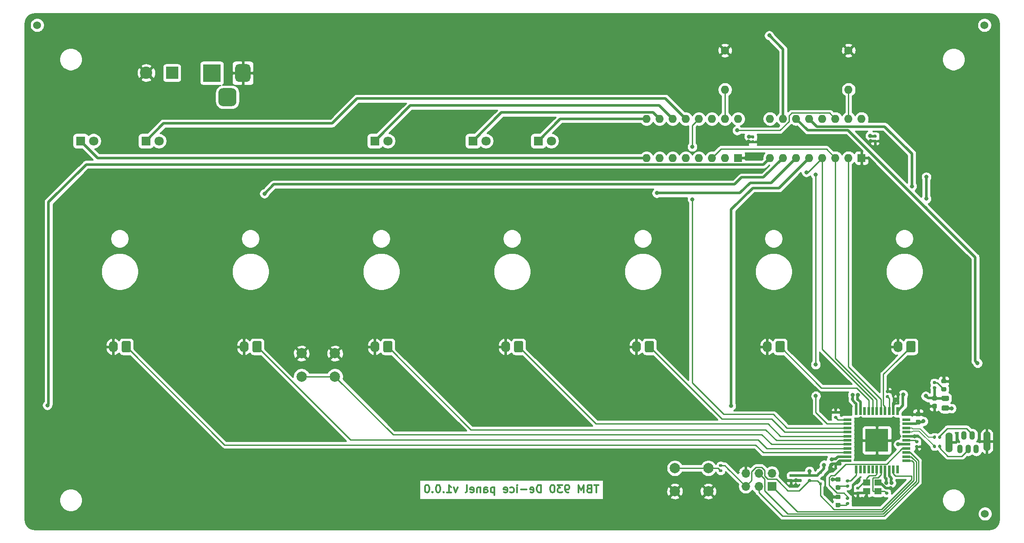
<source format=gbl>
G04 #@! TF.GenerationSoftware,KiCad,Pcbnew,(5.1.10)-1*
G04 #@! TF.CreationDate,2021-08-25T20:11:33-07:00*
G04 #@! TF.ProjectId,TBM930 - De-ice panel,54424d39-3330-4202-9d20-44652d696365,rev?*
G04 #@! TF.SameCoordinates,Original*
G04 #@! TF.FileFunction,Copper,L2,Bot*
G04 #@! TF.FilePolarity,Positive*
%FSLAX46Y46*%
G04 Gerber Fmt 4.6, Leading zero omitted, Abs format (unit mm)*
G04 Created by KiCad (PCBNEW (5.1.10)-1) date 2021-08-25 20:11:33*
%MOMM*%
%LPD*%
G01*
G04 APERTURE LIST*
G04 #@! TA.AperFunction,NonConductor*
%ADD10C,0.300000*%
G04 #@! TD*
G04 #@! TA.AperFunction,ComponentPad*
%ADD11R,3.500000X3.500000*%
G04 #@! TD*
G04 #@! TA.AperFunction,WasherPad*
%ADD12C,1.524000*%
G04 #@! TD*
G04 #@! TA.AperFunction,SMDPad,CuDef*
%ADD13R,0.500000X0.500000*%
G04 #@! TD*
G04 #@! TA.AperFunction,ComponentPad*
%ADD14C,2.000000*%
G04 #@! TD*
G04 #@! TA.AperFunction,SMDPad,CuDef*
%ADD15R,1.400000X1.200000*%
G04 #@! TD*
G04 #@! TA.AperFunction,ComponentPad*
%ADD16R,1.700000X1.700000*%
G04 #@! TD*
G04 #@! TA.AperFunction,ComponentPad*
%ADD17O,1.700000X1.700000*%
G04 #@! TD*
G04 #@! TA.AperFunction,ComponentPad*
%ADD18R,1.800000X1.800000*%
G04 #@! TD*
G04 #@! TA.AperFunction,ComponentPad*
%ADD19C,1.800000*%
G04 #@! TD*
G04 #@! TA.AperFunction,ComponentPad*
%ADD20O,1.740000X2.190000*%
G04 #@! TD*
G04 #@! TA.AperFunction,ComponentPad*
%ADD21R,1.600000X1.600000*%
G04 #@! TD*
G04 #@! TA.AperFunction,ComponentPad*
%ADD22O,1.600000X1.600000*%
G04 #@! TD*
G04 #@! TA.AperFunction,ComponentPad*
%ADD23R,2.400000X2.400000*%
G04 #@! TD*
G04 #@! TA.AperFunction,ComponentPad*
%ADD24C,2.400000*%
G04 #@! TD*
G04 #@! TA.AperFunction,SMDPad,CuDef*
%ADD25R,1.500000X0.550000*%
G04 #@! TD*
G04 #@! TA.AperFunction,SMDPad,CuDef*
%ADD26R,0.550000X1.500000*%
G04 #@! TD*
G04 #@! TA.AperFunction,SMDPad,CuDef*
%ADD27R,4.500000X4.500000*%
G04 #@! TD*
G04 #@! TA.AperFunction,ComponentPad*
%ADD28C,1.600000*%
G04 #@! TD*
G04 #@! TA.AperFunction,ComponentPad*
%ADD29O,1.100000X1.700000*%
G04 #@! TD*
G04 #@! TA.AperFunction,ComponentPad*
%ADD30O,1.400000X3.900000*%
G04 #@! TD*
G04 #@! TA.AperFunction,ViaPad*
%ADD31C,0.800000*%
G04 #@! TD*
G04 #@! TA.AperFunction,Conductor*
%ADD32C,0.508000*%
G04 #@! TD*
G04 #@! TA.AperFunction,Conductor*
%ADD33C,0.228600*%
G04 #@! TD*
G04 #@! TA.AperFunction,Conductor*
%ADD34C,0.200000*%
G04 #@! TD*
G04 #@! TA.AperFunction,Conductor*
%ADD35C,0.254000*%
G04 #@! TD*
G04 #@! TA.AperFunction,Conductor*
%ADD36C,0.100000*%
G04 #@! TD*
G04 APERTURE END LIST*
D10*
X151398571Y-134823571D02*
X150541428Y-134823571D01*
X150970000Y-136323571D02*
X150970000Y-134823571D01*
X149541428Y-135537857D02*
X149327142Y-135609285D01*
X149255714Y-135680714D01*
X149184285Y-135823571D01*
X149184285Y-136037857D01*
X149255714Y-136180714D01*
X149327142Y-136252142D01*
X149470000Y-136323571D01*
X150041428Y-136323571D01*
X150041428Y-134823571D01*
X149541428Y-134823571D01*
X149398571Y-134895000D01*
X149327142Y-134966428D01*
X149255714Y-135109285D01*
X149255714Y-135252142D01*
X149327142Y-135395000D01*
X149398571Y-135466428D01*
X149541428Y-135537857D01*
X150041428Y-135537857D01*
X148541428Y-136323571D02*
X148541428Y-134823571D01*
X148041428Y-135895000D01*
X147541428Y-134823571D01*
X147541428Y-136323571D01*
X145612857Y-136323571D02*
X145327142Y-136323571D01*
X145184285Y-136252142D01*
X145112857Y-136180714D01*
X144970000Y-135966428D01*
X144898571Y-135680714D01*
X144898571Y-135109285D01*
X144970000Y-134966428D01*
X145041428Y-134895000D01*
X145184285Y-134823571D01*
X145470000Y-134823571D01*
X145612857Y-134895000D01*
X145684285Y-134966428D01*
X145755714Y-135109285D01*
X145755714Y-135466428D01*
X145684285Y-135609285D01*
X145612857Y-135680714D01*
X145470000Y-135752142D01*
X145184285Y-135752142D01*
X145041428Y-135680714D01*
X144970000Y-135609285D01*
X144898571Y-135466428D01*
X144398571Y-134823571D02*
X143470000Y-134823571D01*
X143970000Y-135395000D01*
X143755714Y-135395000D01*
X143612857Y-135466428D01*
X143541428Y-135537857D01*
X143470000Y-135680714D01*
X143470000Y-136037857D01*
X143541428Y-136180714D01*
X143612857Y-136252142D01*
X143755714Y-136323571D01*
X144184285Y-136323571D01*
X144327142Y-136252142D01*
X144398571Y-136180714D01*
X142541428Y-134823571D02*
X142398571Y-134823571D01*
X142255714Y-134895000D01*
X142184285Y-134966428D01*
X142112857Y-135109285D01*
X142041428Y-135395000D01*
X142041428Y-135752142D01*
X142112857Y-136037857D01*
X142184285Y-136180714D01*
X142255714Y-136252142D01*
X142398571Y-136323571D01*
X142541428Y-136323571D01*
X142684285Y-136252142D01*
X142755714Y-136180714D01*
X142827142Y-136037857D01*
X142898571Y-135752142D01*
X142898571Y-135395000D01*
X142827142Y-135109285D01*
X142755714Y-134966428D01*
X142684285Y-134895000D01*
X142541428Y-134823571D01*
X140255714Y-136323571D02*
X140255714Y-134823571D01*
X139898571Y-134823571D01*
X139684285Y-134895000D01*
X139541428Y-135037857D01*
X139470000Y-135180714D01*
X139398571Y-135466428D01*
X139398571Y-135680714D01*
X139470000Y-135966428D01*
X139541428Y-136109285D01*
X139684285Y-136252142D01*
X139898571Y-136323571D01*
X140255714Y-136323571D01*
X138184285Y-136252142D02*
X138327142Y-136323571D01*
X138612857Y-136323571D01*
X138755714Y-136252142D01*
X138827142Y-136109285D01*
X138827142Y-135537857D01*
X138755714Y-135395000D01*
X138612857Y-135323571D01*
X138327142Y-135323571D01*
X138184285Y-135395000D01*
X138112857Y-135537857D01*
X138112857Y-135680714D01*
X138827142Y-135823571D01*
X137470000Y-135752142D02*
X136327142Y-135752142D01*
X135612857Y-136323571D02*
X135612857Y-135323571D01*
X135612857Y-134823571D02*
X135684285Y-134895000D01*
X135612857Y-134966428D01*
X135541428Y-134895000D01*
X135612857Y-134823571D01*
X135612857Y-134966428D01*
X134255714Y-136252142D02*
X134398571Y-136323571D01*
X134684285Y-136323571D01*
X134827142Y-136252142D01*
X134898571Y-136180714D01*
X134970000Y-136037857D01*
X134970000Y-135609285D01*
X134898571Y-135466428D01*
X134827142Y-135395000D01*
X134684285Y-135323571D01*
X134398571Y-135323571D01*
X134255714Y-135395000D01*
X133041428Y-136252142D02*
X133184285Y-136323571D01*
X133470000Y-136323571D01*
X133612857Y-136252142D01*
X133684285Y-136109285D01*
X133684285Y-135537857D01*
X133612857Y-135395000D01*
X133470000Y-135323571D01*
X133184285Y-135323571D01*
X133041428Y-135395000D01*
X132970000Y-135537857D01*
X132970000Y-135680714D01*
X133684285Y-135823571D01*
X131184285Y-135323571D02*
X131184285Y-136823571D01*
X131184285Y-135395000D02*
X131041428Y-135323571D01*
X130755714Y-135323571D01*
X130612857Y-135395000D01*
X130541428Y-135466428D01*
X130470000Y-135609285D01*
X130470000Y-136037857D01*
X130541428Y-136180714D01*
X130612857Y-136252142D01*
X130755714Y-136323571D01*
X131041428Y-136323571D01*
X131184285Y-136252142D01*
X129184285Y-136323571D02*
X129184285Y-135537857D01*
X129255714Y-135395000D01*
X129398571Y-135323571D01*
X129684285Y-135323571D01*
X129827142Y-135395000D01*
X129184285Y-136252142D02*
X129327142Y-136323571D01*
X129684285Y-136323571D01*
X129827142Y-136252142D01*
X129898571Y-136109285D01*
X129898571Y-135966428D01*
X129827142Y-135823571D01*
X129684285Y-135752142D01*
X129327142Y-135752142D01*
X129184285Y-135680714D01*
X128470000Y-135323571D02*
X128470000Y-136323571D01*
X128470000Y-135466428D02*
X128398571Y-135395000D01*
X128255714Y-135323571D01*
X128041428Y-135323571D01*
X127898571Y-135395000D01*
X127827142Y-135537857D01*
X127827142Y-136323571D01*
X126541428Y-136252142D02*
X126684285Y-136323571D01*
X126970000Y-136323571D01*
X127112857Y-136252142D01*
X127184285Y-136109285D01*
X127184285Y-135537857D01*
X127112857Y-135395000D01*
X126970000Y-135323571D01*
X126684285Y-135323571D01*
X126541428Y-135395000D01*
X126470000Y-135537857D01*
X126470000Y-135680714D01*
X127184285Y-135823571D01*
X125612857Y-136323571D02*
X125755714Y-136252142D01*
X125827142Y-136109285D01*
X125827142Y-134823571D01*
X124041428Y-135323571D02*
X123684285Y-136323571D01*
X123327142Y-135323571D01*
X121970000Y-136323571D02*
X122827142Y-136323571D01*
X122398571Y-136323571D02*
X122398571Y-134823571D01*
X122541428Y-135037857D01*
X122684285Y-135180714D01*
X122827142Y-135252142D01*
X121327142Y-136180714D02*
X121255714Y-136252142D01*
X121327142Y-136323571D01*
X121398571Y-136252142D01*
X121327142Y-136180714D01*
X121327142Y-136323571D01*
X120327142Y-134823571D02*
X120184285Y-134823571D01*
X120041428Y-134895000D01*
X119970000Y-134966428D01*
X119898571Y-135109285D01*
X119827142Y-135395000D01*
X119827142Y-135752142D01*
X119898571Y-136037857D01*
X119970000Y-136180714D01*
X120041428Y-136252142D01*
X120184285Y-136323571D01*
X120327142Y-136323571D01*
X120470000Y-136252142D01*
X120541428Y-136180714D01*
X120612857Y-136037857D01*
X120684285Y-135752142D01*
X120684285Y-135395000D01*
X120612857Y-135109285D01*
X120541428Y-134966428D01*
X120470000Y-134895000D01*
X120327142Y-134823571D01*
X119184285Y-136180714D02*
X119112857Y-136252142D01*
X119184285Y-136323571D01*
X119255714Y-136252142D01*
X119184285Y-136180714D01*
X119184285Y-136323571D01*
X118184285Y-134823571D02*
X118041428Y-134823571D01*
X117898571Y-134895000D01*
X117827142Y-134966428D01*
X117755714Y-135109285D01*
X117684285Y-135395000D01*
X117684285Y-135752142D01*
X117755714Y-136037857D01*
X117827142Y-136180714D01*
X117898571Y-136252142D01*
X118041428Y-136323571D01*
X118184285Y-136323571D01*
X118327142Y-136252142D01*
X118398571Y-136180714D01*
X118470000Y-136037857D01*
X118541428Y-135752142D01*
X118541428Y-135395000D01*
X118470000Y-135109285D01*
X118398571Y-134966428D01*
X118327142Y-134895000D01*
X118184285Y-134823571D01*
G04 #@! TA.AperFunction,ComponentPad*
G36*
G01*
X81077000Y-58562000D02*
X81077000Y-60312000D01*
G75*
G02*
X80202000Y-61187000I-875000J0D01*
G01*
X78452000Y-61187000D01*
G75*
G02*
X77577000Y-60312000I0J875000D01*
G01*
X77577000Y-58562000D01*
G75*
G02*
X78452000Y-57687000I875000J0D01*
G01*
X80202000Y-57687000D01*
G75*
G02*
X81077000Y-58562000I0J-875000D01*
G01*
G37*
G04 #@! TD.AperFunction*
G04 #@! TA.AperFunction,ComponentPad*
G36*
G01*
X83827000Y-53737000D02*
X83827000Y-55737000D01*
G75*
G02*
X83077000Y-56487000I-750000J0D01*
G01*
X81577000Y-56487000D01*
G75*
G02*
X80827000Y-55737000I0J750000D01*
G01*
X80827000Y-53737000D01*
G75*
G02*
X81577000Y-52987000I750000J0D01*
G01*
X83077000Y-52987000D01*
G75*
G02*
X83827000Y-53737000I0J-750000D01*
G01*
G37*
G04 #@! TD.AperFunction*
D11*
X76327000Y-54737000D03*
D12*
X226470000Y-140445000D03*
X226370000Y-45445000D03*
X42370000Y-45445000D03*
D13*
X194470000Y-132377000D03*
X194470000Y-134577000D03*
D14*
X172720000Y-136072000D03*
X172720000Y-131572000D03*
X166220000Y-136072000D03*
X166220000Y-131572000D03*
D15*
X203456000Y-134349500D03*
X205656000Y-134349500D03*
X205656000Y-136049500D03*
X203456000Y-136049500D03*
D16*
X185070000Y-135095000D03*
D17*
X185070000Y-132555000D03*
X182530000Y-135095000D03*
X182530000Y-132555000D03*
X179990000Y-135095000D03*
X179990000Y-132555000D03*
D14*
X93720000Y-113745000D03*
X93720000Y-109245000D03*
X100220000Y-113745000D03*
X100220000Y-109245000D03*
D18*
X50800000Y-67945000D03*
D19*
X53340000Y-67945000D03*
X66040000Y-67945000D03*
D18*
X63500000Y-67945000D03*
X107950000Y-67945000D03*
D19*
X110490000Y-67945000D03*
X129540000Y-67945000D03*
D18*
X127000000Y-67945000D03*
X139700000Y-67945000D03*
D19*
X142240000Y-67945000D03*
G04 #@! TA.AperFunction,ComponentPad*
G36*
G01*
X60560000Y-107104999D02*
X60560000Y-108795001D01*
G75*
G02*
X60310001Y-109045000I-249999J0D01*
G01*
X59069999Y-109045000D01*
G75*
G02*
X58820000Y-108795001I0J249999D01*
G01*
X58820000Y-107104999D01*
G75*
G02*
X59069999Y-106855000I249999J0D01*
G01*
X60310001Y-106855000D01*
G75*
G02*
X60560000Y-107104999I0J-249999D01*
G01*
G37*
G04 #@! TD.AperFunction*
D20*
X57150000Y-107950000D03*
X82550000Y-107950000D03*
G04 #@! TA.AperFunction,ComponentPad*
G36*
G01*
X85960000Y-107104999D02*
X85960000Y-108795001D01*
G75*
G02*
X85710001Y-109045000I-249999J0D01*
G01*
X84469999Y-109045000D01*
G75*
G02*
X84220000Y-108795001I0J249999D01*
G01*
X84220000Y-107104999D01*
G75*
G02*
X84469999Y-106855000I249999J0D01*
G01*
X85710001Y-106855000D01*
G75*
G02*
X85960000Y-107104999I0J-249999D01*
G01*
G37*
G04 #@! TD.AperFunction*
G04 #@! TA.AperFunction,ComponentPad*
G36*
G01*
X111360000Y-107104999D02*
X111360000Y-108795001D01*
G75*
G02*
X111110001Y-109045000I-249999J0D01*
G01*
X109869999Y-109045000D01*
G75*
G02*
X109620000Y-108795001I0J249999D01*
G01*
X109620000Y-107104999D01*
G75*
G02*
X109869999Y-106855000I249999J0D01*
G01*
X111110001Y-106855000D01*
G75*
G02*
X111360000Y-107104999I0J-249999D01*
G01*
G37*
G04 #@! TD.AperFunction*
X107950000Y-107950000D03*
X133350000Y-107950000D03*
G04 #@! TA.AperFunction,ComponentPad*
G36*
G01*
X136760000Y-107104999D02*
X136760000Y-108795001D01*
G75*
G02*
X136510001Y-109045000I-249999J0D01*
G01*
X135269999Y-109045000D01*
G75*
G02*
X135020000Y-108795001I0J249999D01*
G01*
X135020000Y-107104999D01*
G75*
G02*
X135269999Y-106855000I249999J0D01*
G01*
X136510001Y-106855000D01*
G75*
G02*
X136760000Y-107104999I0J-249999D01*
G01*
G37*
G04 #@! TD.AperFunction*
G04 #@! TA.AperFunction,ComponentPad*
G36*
G01*
X162160000Y-107104999D02*
X162160000Y-108795001D01*
G75*
G02*
X161910001Y-109045000I-249999J0D01*
G01*
X160669999Y-109045000D01*
G75*
G02*
X160420000Y-108795001I0J249999D01*
G01*
X160420000Y-107104999D01*
G75*
G02*
X160669999Y-106855000I249999J0D01*
G01*
X161910001Y-106855000D01*
G75*
G02*
X162160000Y-107104999I0J-249999D01*
G01*
G37*
G04 #@! TD.AperFunction*
X158750000Y-107950000D03*
X184150000Y-107950000D03*
G04 #@! TA.AperFunction,ComponentPad*
G36*
G01*
X187560000Y-107104999D02*
X187560000Y-108795001D01*
G75*
G02*
X187310001Y-109045000I-249999J0D01*
G01*
X186069999Y-109045000D01*
G75*
G02*
X185820000Y-108795001I0J249999D01*
G01*
X185820000Y-107104999D01*
G75*
G02*
X186069999Y-106855000I249999J0D01*
G01*
X187310001Y-106855000D01*
G75*
G02*
X187560000Y-107104999I0J-249999D01*
G01*
G37*
G04 #@! TD.AperFunction*
G04 #@! TA.AperFunction,ComponentPad*
G36*
G01*
X212960000Y-107104999D02*
X212960000Y-108795001D01*
G75*
G02*
X212710001Y-109045000I-249999J0D01*
G01*
X211469999Y-109045000D01*
G75*
G02*
X211220000Y-108795001I0J249999D01*
G01*
X211220000Y-107104999D01*
G75*
G02*
X211469999Y-106855000I249999J0D01*
G01*
X212710001Y-106855000D01*
G75*
G02*
X212960000Y-107104999I0J-249999D01*
G01*
G37*
G04 #@! TD.AperFunction*
X209550000Y-107950000D03*
G04 #@! TA.AperFunction,SMDPad,CuDef*
G36*
G01*
X216420000Y-119070000D02*
X216920000Y-119070000D01*
G75*
G02*
X217145000Y-119295000I0J-225000D01*
G01*
X217145000Y-119745000D01*
G75*
G02*
X216920000Y-119970000I-225000J0D01*
G01*
X216420000Y-119970000D01*
G75*
G02*
X216195000Y-119745000I0J225000D01*
G01*
X216195000Y-119295000D01*
G75*
G02*
X216420000Y-119070000I225000J0D01*
G01*
G37*
G04 #@! TD.AperFunction*
G04 #@! TA.AperFunction,SMDPad,CuDef*
G36*
G01*
X216420000Y-117520000D02*
X216920000Y-117520000D01*
G75*
G02*
X217145000Y-117745000I0J-225000D01*
G01*
X217145000Y-118195000D01*
G75*
G02*
X216920000Y-118420000I-225000J0D01*
G01*
X216420000Y-118420000D01*
G75*
G02*
X216195000Y-118195000I0J225000D01*
G01*
X216195000Y-117745000D01*
G75*
G02*
X216420000Y-117520000I225000J0D01*
G01*
G37*
G04 #@! TD.AperFunction*
G04 #@! TA.AperFunction,SMDPad,CuDef*
G36*
G01*
X201600000Y-136145000D02*
X201940000Y-136145000D01*
G75*
G02*
X202080000Y-136285000I0J-140000D01*
G01*
X202080000Y-136565000D01*
G75*
G02*
X201940000Y-136705000I-140000J0D01*
G01*
X201600000Y-136705000D01*
G75*
G02*
X201460000Y-136565000I0J140000D01*
G01*
X201460000Y-136285000D01*
G75*
G02*
X201600000Y-136145000I140000J0D01*
G01*
G37*
G04 #@! TD.AperFunction*
G04 #@! TA.AperFunction,SMDPad,CuDef*
G36*
G01*
X201600000Y-135185000D02*
X201940000Y-135185000D01*
G75*
G02*
X202080000Y-135325000I0J-140000D01*
G01*
X202080000Y-135605000D01*
G75*
G02*
X201940000Y-135745000I-140000J0D01*
G01*
X201600000Y-135745000D01*
G75*
G02*
X201460000Y-135605000I0J140000D01*
G01*
X201460000Y-135325000D01*
G75*
G02*
X201600000Y-135185000I140000J0D01*
G01*
G37*
G04 #@! TD.AperFunction*
G04 #@! TA.AperFunction,SMDPad,CuDef*
G36*
G01*
X207540000Y-136705000D02*
X207200000Y-136705000D01*
G75*
G02*
X207060000Y-136565000I0J140000D01*
G01*
X207060000Y-136285000D01*
G75*
G02*
X207200000Y-136145000I140000J0D01*
G01*
X207540000Y-136145000D01*
G75*
G02*
X207680000Y-136285000I0J-140000D01*
G01*
X207680000Y-136565000D01*
G75*
G02*
X207540000Y-136705000I-140000J0D01*
G01*
G37*
G04 #@! TD.AperFunction*
G04 #@! TA.AperFunction,SMDPad,CuDef*
G36*
G01*
X207540000Y-135745000D02*
X207200000Y-135745000D01*
G75*
G02*
X207060000Y-135605000I0J140000D01*
G01*
X207060000Y-135325000D01*
G75*
G02*
X207200000Y-135185000I140000J0D01*
G01*
X207540000Y-135185000D01*
G75*
G02*
X207680000Y-135325000I0J-140000D01*
G01*
X207680000Y-135605000D01*
G75*
G02*
X207540000Y-135745000I-140000J0D01*
G01*
G37*
G04 #@! TD.AperFunction*
G04 #@! TA.AperFunction,SMDPad,CuDef*
G36*
G01*
X218282500Y-117485500D02*
X219232500Y-117485500D01*
G75*
G02*
X219482500Y-117735500I0J-250000D01*
G01*
X219482500Y-118235500D01*
G75*
G02*
X219232500Y-118485500I-250000J0D01*
G01*
X218282500Y-118485500D01*
G75*
G02*
X218032500Y-118235500I0J250000D01*
G01*
X218032500Y-117735500D01*
G75*
G02*
X218282500Y-117485500I250000J0D01*
G01*
G37*
G04 #@! TD.AperFunction*
G04 #@! TA.AperFunction,SMDPad,CuDef*
G36*
G01*
X218282500Y-119385500D02*
X219232500Y-119385500D01*
G75*
G02*
X219482500Y-119635500I0J-250000D01*
G01*
X219482500Y-120135500D01*
G75*
G02*
X219232500Y-120385500I-250000J0D01*
G01*
X218282500Y-120385500D01*
G75*
G02*
X218032500Y-120135500I0J250000D01*
G01*
X218032500Y-119635500D01*
G75*
G02*
X218282500Y-119385500I250000J0D01*
G01*
G37*
G04 #@! TD.AperFunction*
G04 #@! TA.AperFunction,SMDPad,CuDef*
G36*
G01*
X213745000Y-123070000D02*
X213245000Y-123070000D01*
G75*
G02*
X213020000Y-122845000I0J225000D01*
G01*
X213020000Y-122395000D01*
G75*
G02*
X213245000Y-122170000I225000J0D01*
G01*
X213745000Y-122170000D01*
G75*
G02*
X213970000Y-122395000I0J-225000D01*
G01*
X213970000Y-122845000D01*
G75*
G02*
X213745000Y-123070000I-225000J0D01*
G01*
G37*
G04 #@! TD.AperFunction*
G04 #@! TA.AperFunction,SMDPad,CuDef*
G36*
G01*
X213745000Y-121520000D02*
X213245000Y-121520000D01*
G75*
G02*
X213020000Y-121295000I0J225000D01*
G01*
X213020000Y-120845000D01*
G75*
G02*
X213245000Y-120620000I225000J0D01*
G01*
X213745000Y-120620000D01*
G75*
G02*
X213970000Y-120845000I0J-225000D01*
G01*
X213970000Y-121295000D01*
G75*
G02*
X213745000Y-121520000I-225000J0D01*
G01*
G37*
G04 #@! TD.AperFunction*
D21*
X178500000Y-71267000D03*
D22*
X160720000Y-63647000D03*
X175960000Y-71267000D03*
X163260000Y-63647000D03*
X173420000Y-71267000D03*
X165800000Y-63647000D03*
X170880000Y-71267000D03*
X168340000Y-63647000D03*
X168340000Y-71267000D03*
X170880000Y-63647000D03*
X165800000Y-71267000D03*
X173420000Y-63647000D03*
X163260000Y-71267000D03*
X175960000Y-63647000D03*
X160720000Y-71267000D03*
X178500000Y-63647000D03*
X202500000Y-63624000D03*
X184720000Y-71244000D03*
X199960000Y-63624000D03*
X187260000Y-71244000D03*
X197420000Y-63624000D03*
X189800000Y-71244000D03*
X194880000Y-63624000D03*
X192340000Y-71244000D03*
X192340000Y-63624000D03*
X194880000Y-71244000D03*
X189800000Y-63624000D03*
X197420000Y-71244000D03*
X187260000Y-63624000D03*
X199960000Y-71244000D03*
X184720000Y-63624000D03*
D21*
X202500000Y-71244000D03*
D23*
X68570000Y-54695000D03*
D24*
X63570000Y-54695000D03*
D25*
X211170000Y-122145000D03*
X211170000Y-122945000D03*
X211170000Y-123745000D03*
X211170000Y-124545000D03*
X211170000Y-125345000D03*
X211170000Y-126145000D03*
X211170000Y-126945000D03*
X211170000Y-127745000D03*
X211170000Y-128545000D03*
X211170000Y-129345000D03*
X211170000Y-130145000D03*
D26*
X209470000Y-131845000D03*
X208670000Y-131845000D03*
X207870000Y-131845000D03*
X207070000Y-131845000D03*
X206270000Y-131845000D03*
X205470000Y-131845000D03*
X204670000Y-131845000D03*
X203870000Y-131845000D03*
X203070000Y-131845000D03*
X202270000Y-131845000D03*
X201470000Y-131845000D03*
D25*
X199770000Y-130145000D03*
X199770000Y-129345000D03*
X199770000Y-128545000D03*
X199770000Y-127745000D03*
X199770000Y-126945000D03*
X199770000Y-126145000D03*
X199770000Y-125345000D03*
X199770000Y-124545000D03*
X199770000Y-123745000D03*
X199770000Y-122945000D03*
X199770000Y-122145000D03*
D26*
X201470000Y-120445000D03*
X202270000Y-120445000D03*
X203070000Y-120445000D03*
X203870000Y-120445000D03*
X204670000Y-120445000D03*
X205470000Y-120445000D03*
X206270000Y-120445000D03*
X207070000Y-120445000D03*
X207870000Y-120445000D03*
X208670000Y-120445000D03*
X209470000Y-120445000D03*
D27*
X205470000Y-126145000D03*
G04 #@! TA.AperFunction,SMDPad,CuDef*
G36*
G01*
X197663750Y-138295000D02*
X198176250Y-138295000D01*
G75*
G02*
X198395000Y-138513750I0J-218750D01*
G01*
X198395000Y-138951250D01*
G75*
G02*
X198176250Y-139170000I-218750J0D01*
G01*
X197663750Y-139170000D01*
G75*
G02*
X197445000Y-138951250I0J218750D01*
G01*
X197445000Y-138513750D01*
G75*
G02*
X197663750Y-138295000I218750J0D01*
G01*
G37*
G04 #@! TD.AperFunction*
G04 #@! TA.AperFunction,SMDPad,CuDef*
G36*
G01*
X197663750Y-136720000D02*
X198176250Y-136720000D01*
G75*
G02*
X198395000Y-136938750I0J-218750D01*
G01*
X198395000Y-137376250D01*
G75*
G02*
X198176250Y-137595000I-218750J0D01*
G01*
X197663750Y-137595000D01*
G75*
G02*
X197445000Y-137376250I0J218750D01*
G01*
X197445000Y-136938750D01*
G75*
G02*
X197663750Y-136720000I218750J0D01*
G01*
G37*
G04 #@! TD.AperFunction*
G04 #@! TA.AperFunction,SMDPad,CuDef*
G36*
G01*
X197673250Y-133331500D02*
X198185750Y-133331500D01*
G75*
G02*
X198404500Y-133550250I0J-218750D01*
G01*
X198404500Y-133987750D01*
G75*
G02*
X198185750Y-134206500I-218750J0D01*
G01*
X197673250Y-134206500D01*
G75*
G02*
X197454500Y-133987750I0J218750D01*
G01*
X197454500Y-133550250D01*
G75*
G02*
X197673250Y-133331500I218750J0D01*
G01*
G37*
G04 #@! TD.AperFunction*
G04 #@! TA.AperFunction,SMDPad,CuDef*
G36*
G01*
X197673250Y-134906500D02*
X198185750Y-134906500D01*
G75*
G02*
X198404500Y-135125250I0J-218750D01*
G01*
X198404500Y-135562750D01*
G75*
G02*
X198185750Y-135781500I-218750J0D01*
G01*
X197673250Y-135781500D01*
G75*
G02*
X197454500Y-135562750I0J218750D01*
G01*
X197454500Y-135125250D01*
G75*
G02*
X197673250Y-134906500I218750J0D01*
G01*
G37*
G04 #@! TD.AperFunction*
G04 #@! TA.AperFunction,SMDPad,CuDef*
G36*
G01*
X218213750Y-114220000D02*
X218726250Y-114220000D01*
G75*
G02*
X218945000Y-114438750I0J-218750D01*
G01*
X218945000Y-114876250D01*
G75*
G02*
X218726250Y-115095000I-218750J0D01*
G01*
X218213750Y-115095000D01*
G75*
G02*
X217995000Y-114876250I0J218750D01*
G01*
X217995000Y-114438750D01*
G75*
G02*
X218213750Y-114220000I218750J0D01*
G01*
G37*
G04 #@! TD.AperFunction*
G04 #@! TA.AperFunction,SMDPad,CuDef*
G36*
G01*
X218213750Y-115795000D02*
X218726250Y-115795000D01*
G75*
G02*
X218945000Y-116013750I0J-218750D01*
G01*
X218945000Y-116451250D01*
G75*
G02*
X218726250Y-116670000I-218750J0D01*
G01*
X218213750Y-116670000D01*
G75*
G02*
X217995000Y-116451250I0J218750D01*
G01*
X217995000Y-116013750D01*
G75*
G02*
X218213750Y-115795000I218750J0D01*
G01*
G37*
G04 #@! TD.AperFunction*
G04 #@! TA.AperFunction,SMDPad,CuDef*
G36*
G01*
X201420000Y-118315000D02*
X201420000Y-117975000D01*
G75*
G02*
X201560000Y-117835000I140000J0D01*
G01*
X201840000Y-117835000D01*
G75*
G02*
X201980000Y-117975000I0J-140000D01*
G01*
X201980000Y-118315000D01*
G75*
G02*
X201840000Y-118455000I-140000J0D01*
G01*
X201560000Y-118455000D01*
G75*
G02*
X201420000Y-118315000I0J140000D01*
G01*
G37*
G04 #@! TD.AperFunction*
G04 #@! TA.AperFunction,SMDPad,CuDef*
G36*
G01*
X200460000Y-118315000D02*
X200460000Y-117975000D01*
G75*
G02*
X200600000Y-117835000I140000J0D01*
G01*
X200880000Y-117835000D01*
G75*
G02*
X201020000Y-117975000I0J-140000D01*
G01*
X201020000Y-118315000D01*
G75*
G02*
X200880000Y-118455000I-140000J0D01*
G01*
X200600000Y-118455000D01*
G75*
G02*
X200460000Y-118315000I0J140000D01*
G01*
G37*
G04 #@! TD.AperFunction*
G04 #@! TA.AperFunction,SMDPad,CuDef*
G36*
G01*
X208530000Y-133475000D02*
X208530000Y-133815000D01*
G75*
G02*
X208390000Y-133955000I-140000J0D01*
G01*
X208110000Y-133955000D01*
G75*
G02*
X207970000Y-133815000I0J140000D01*
G01*
X207970000Y-133475000D01*
G75*
G02*
X208110000Y-133335000I140000J0D01*
G01*
X208390000Y-133335000D01*
G75*
G02*
X208530000Y-133475000I0J-140000D01*
G01*
G37*
G04 #@! TD.AperFunction*
G04 #@! TA.AperFunction,SMDPad,CuDef*
G36*
G01*
X207570000Y-133475000D02*
X207570000Y-133815000D01*
G75*
G02*
X207430000Y-133955000I-140000J0D01*
G01*
X207150000Y-133955000D01*
G75*
G02*
X207010000Y-133815000I0J140000D01*
G01*
X207010000Y-133475000D01*
G75*
G02*
X207150000Y-133335000I140000J0D01*
G01*
X207430000Y-133335000D01*
G75*
G02*
X207570000Y-133475000I0J-140000D01*
G01*
G37*
G04 #@! TD.AperFunction*
G04 #@! TA.AperFunction,SMDPad,CuDef*
G36*
G01*
X209846000Y-117901000D02*
X209846000Y-118241000D01*
G75*
G02*
X209706000Y-118381000I-140000J0D01*
G01*
X209426000Y-118381000D01*
G75*
G02*
X209286000Y-118241000I0J140000D01*
G01*
X209286000Y-117901000D01*
G75*
G02*
X209426000Y-117761000I140000J0D01*
G01*
X209706000Y-117761000D01*
G75*
G02*
X209846000Y-117901000I0J-140000D01*
G01*
G37*
G04 #@! TD.AperFunction*
G04 #@! TA.AperFunction,SMDPad,CuDef*
G36*
G01*
X210806000Y-117901000D02*
X210806000Y-118241000D01*
G75*
G02*
X210666000Y-118381000I-140000J0D01*
G01*
X210386000Y-118381000D01*
G75*
G02*
X210246000Y-118241000I0J140000D01*
G01*
X210246000Y-117901000D01*
G75*
G02*
X210386000Y-117761000I140000J0D01*
G01*
X210666000Y-117761000D01*
G75*
G02*
X210806000Y-117901000I0J-140000D01*
G01*
G37*
G04 #@! TD.AperFunction*
G04 #@! TA.AperFunction,SMDPad,CuDef*
G36*
G01*
X197300000Y-129479500D02*
X197640000Y-129479500D01*
G75*
G02*
X197780000Y-129619500I0J-140000D01*
G01*
X197780000Y-129899500D01*
G75*
G02*
X197640000Y-130039500I-140000J0D01*
G01*
X197300000Y-130039500D01*
G75*
G02*
X197160000Y-129899500I0J140000D01*
G01*
X197160000Y-129619500D01*
G75*
G02*
X197300000Y-129479500I140000J0D01*
G01*
G37*
G04 #@! TD.AperFunction*
G04 #@! TA.AperFunction,SMDPad,CuDef*
G36*
G01*
X197300000Y-130439500D02*
X197640000Y-130439500D01*
G75*
G02*
X197780000Y-130579500I0J-140000D01*
G01*
X197780000Y-130859500D01*
G75*
G02*
X197640000Y-130999500I-140000J0D01*
G01*
X197300000Y-130999500D01*
G75*
G02*
X197160000Y-130859500I0J140000D01*
G01*
X197160000Y-130579500D01*
G75*
G02*
X197300000Y-130439500I140000J0D01*
G01*
G37*
G04 #@! TD.AperFunction*
G04 #@! TA.AperFunction,SMDPad,CuDef*
G36*
G01*
X207701000Y-117934500D02*
X207361000Y-117934500D01*
G75*
G02*
X207221000Y-117794500I0J140000D01*
G01*
X207221000Y-117514500D01*
G75*
G02*
X207361000Y-117374500I140000J0D01*
G01*
X207701000Y-117374500D01*
G75*
G02*
X207841000Y-117514500I0J-140000D01*
G01*
X207841000Y-117794500D01*
G75*
G02*
X207701000Y-117934500I-140000J0D01*
G01*
G37*
G04 #@! TD.AperFunction*
G04 #@! TA.AperFunction,SMDPad,CuDef*
G36*
G01*
X207701000Y-116974500D02*
X207361000Y-116974500D01*
G75*
G02*
X207221000Y-116834500I0J140000D01*
G01*
X207221000Y-116554500D01*
G75*
G02*
X207361000Y-116414500I140000J0D01*
G01*
X207701000Y-116414500D01*
G75*
G02*
X207841000Y-116554500I0J-140000D01*
G01*
X207841000Y-116834500D01*
G75*
G02*
X207701000Y-116974500I-140000J0D01*
G01*
G37*
G04 #@! TD.AperFunction*
G04 #@! TA.AperFunction,SMDPad,CuDef*
G36*
G01*
X213050000Y-127095000D02*
X213390000Y-127095000D01*
G75*
G02*
X213530000Y-127235000I0J-140000D01*
G01*
X213530000Y-127515000D01*
G75*
G02*
X213390000Y-127655000I-140000J0D01*
G01*
X213050000Y-127655000D01*
G75*
G02*
X212910000Y-127515000I0J140000D01*
G01*
X212910000Y-127235000D01*
G75*
G02*
X213050000Y-127095000I140000J0D01*
G01*
G37*
G04 #@! TD.AperFunction*
G04 #@! TA.AperFunction,SMDPad,CuDef*
G36*
G01*
X213050000Y-126135000D02*
X213390000Y-126135000D01*
G75*
G02*
X213530000Y-126275000I0J-140000D01*
G01*
X213530000Y-126555000D01*
G75*
G02*
X213390000Y-126695000I-140000J0D01*
G01*
X213050000Y-126695000D01*
G75*
G02*
X212910000Y-126555000I0J140000D01*
G01*
X212910000Y-126275000D01*
G75*
G02*
X213050000Y-126135000I140000J0D01*
G01*
G37*
G04 #@! TD.AperFunction*
G04 #@! TA.AperFunction,SMDPad,CuDef*
G36*
G01*
X205276000Y-68257500D02*
X204936000Y-68257500D01*
G75*
G02*
X204796000Y-68117500I0J140000D01*
G01*
X204796000Y-67837500D01*
G75*
G02*
X204936000Y-67697500I140000J0D01*
G01*
X205276000Y-67697500D01*
G75*
G02*
X205416000Y-67837500I0J-140000D01*
G01*
X205416000Y-68117500D01*
G75*
G02*
X205276000Y-68257500I-140000J0D01*
G01*
G37*
G04 #@! TD.AperFunction*
G04 #@! TA.AperFunction,SMDPad,CuDef*
G36*
G01*
X205276000Y-67297500D02*
X204936000Y-67297500D01*
G75*
G02*
X204796000Y-67157500I0J140000D01*
G01*
X204796000Y-66877500D01*
G75*
G02*
X204936000Y-66737500I140000J0D01*
G01*
X205276000Y-66737500D01*
G75*
G02*
X205416000Y-66877500I0J-140000D01*
G01*
X205416000Y-67157500D01*
G75*
G02*
X205276000Y-67297500I-140000J0D01*
G01*
G37*
G04 #@! TD.AperFunction*
G04 #@! TA.AperFunction,SMDPad,CuDef*
G36*
G01*
X181540000Y-67445000D02*
X181200000Y-67445000D01*
G75*
G02*
X181060000Y-67305000I0J140000D01*
G01*
X181060000Y-67025000D01*
G75*
G02*
X181200000Y-66885000I140000J0D01*
G01*
X181540000Y-66885000D01*
G75*
G02*
X181680000Y-67025000I0J-140000D01*
G01*
X181680000Y-67305000D01*
G75*
G02*
X181540000Y-67445000I-140000J0D01*
G01*
G37*
G04 #@! TD.AperFunction*
G04 #@! TA.AperFunction,SMDPad,CuDef*
G36*
G01*
X181540000Y-68405000D02*
X181200000Y-68405000D01*
G75*
G02*
X181060000Y-68265000I0J140000D01*
G01*
X181060000Y-67985000D01*
G75*
G02*
X181200000Y-67845000I140000J0D01*
G01*
X181540000Y-67845000D01*
G75*
G02*
X181680000Y-67985000I0J-140000D01*
G01*
X181680000Y-68265000D01*
G75*
G02*
X181540000Y-68405000I-140000J0D01*
G01*
G37*
G04 #@! TD.AperFunction*
G04 #@! TA.AperFunction,SMDPad,CuDef*
G36*
G01*
X190420500Y-132717000D02*
X190760500Y-132717000D01*
G75*
G02*
X190900500Y-132857000I0J-140000D01*
G01*
X190900500Y-133137000D01*
G75*
G02*
X190760500Y-133277000I-140000J0D01*
G01*
X190420500Y-133277000D01*
G75*
G02*
X190280500Y-133137000I0J140000D01*
G01*
X190280500Y-132857000D01*
G75*
G02*
X190420500Y-132717000I140000J0D01*
G01*
G37*
G04 #@! TD.AperFunction*
G04 #@! TA.AperFunction,SMDPad,CuDef*
G36*
G01*
X190420500Y-133677000D02*
X190760500Y-133677000D01*
G75*
G02*
X190900500Y-133817000I0J-140000D01*
G01*
X190900500Y-134097000D01*
G75*
G02*
X190760500Y-134237000I-140000J0D01*
G01*
X190420500Y-134237000D01*
G75*
G02*
X190280500Y-134097000I0J140000D01*
G01*
X190280500Y-133817000D01*
G75*
G02*
X190420500Y-133677000I140000J0D01*
G01*
G37*
G04 #@! TD.AperFunction*
G04 #@! TA.AperFunction,SMDPad,CuDef*
G36*
G01*
X188600000Y-133677000D02*
X188940000Y-133677000D01*
G75*
G02*
X189080000Y-133817000I0J-140000D01*
G01*
X189080000Y-134097000D01*
G75*
G02*
X188940000Y-134237000I-140000J0D01*
G01*
X188600000Y-134237000D01*
G75*
G02*
X188460000Y-134097000I0J140000D01*
G01*
X188460000Y-133817000D01*
G75*
G02*
X188600000Y-133677000I140000J0D01*
G01*
G37*
G04 #@! TD.AperFunction*
G04 #@! TA.AperFunction,SMDPad,CuDef*
G36*
G01*
X188600000Y-132717000D02*
X188940000Y-132717000D01*
G75*
G02*
X189080000Y-132857000I0J-140000D01*
G01*
X189080000Y-133137000D01*
G75*
G02*
X188940000Y-133277000I-140000J0D01*
G01*
X188600000Y-133277000D01*
G75*
G02*
X188460000Y-133137000I0J140000D01*
G01*
X188460000Y-132857000D01*
G75*
G02*
X188600000Y-132717000I140000J0D01*
G01*
G37*
G04 #@! TD.AperFunction*
G04 #@! TA.AperFunction,SMDPad,CuDef*
G36*
G01*
X199585000Y-138185000D02*
X199955000Y-138185000D01*
G75*
G02*
X200090000Y-138320000I0J-135000D01*
G01*
X200090000Y-138590000D01*
G75*
G02*
X199955000Y-138725000I-135000J0D01*
G01*
X199585000Y-138725000D01*
G75*
G02*
X199450000Y-138590000I0J135000D01*
G01*
X199450000Y-138320000D01*
G75*
G02*
X199585000Y-138185000I135000J0D01*
G01*
G37*
G04 #@! TD.AperFunction*
G04 #@! TA.AperFunction,SMDPad,CuDef*
G36*
G01*
X199585000Y-137165000D02*
X199955000Y-137165000D01*
G75*
G02*
X200090000Y-137300000I0J-135000D01*
G01*
X200090000Y-137570000D01*
G75*
G02*
X199955000Y-137705000I-135000J0D01*
G01*
X199585000Y-137705000D01*
G75*
G02*
X199450000Y-137570000I0J135000D01*
G01*
X199450000Y-137300000D01*
G75*
G02*
X199585000Y-137165000I135000J0D01*
G01*
G37*
G04 #@! TD.AperFunction*
G04 #@! TA.AperFunction,SMDPad,CuDef*
G36*
G01*
X199955000Y-135336500D02*
X199585000Y-135336500D01*
G75*
G02*
X199450000Y-135201500I0J135000D01*
G01*
X199450000Y-134931500D01*
G75*
G02*
X199585000Y-134796500I135000J0D01*
G01*
X199955000Y-134796500D01*
G75*
G02*
X200090000Y-134931500I0J-135000D01*
G01*
X200090000Y-135201500D01*
G75*
G02*
X199955000Y-135336500I-135000J0D01*
G01*
G37*
G04 #@! TD.AperFunction*
G04 #@! TA.AperFunction,SMDPad,CuDef*
G36*
G01*
X199955000Y-134316500D02*
X199585000Y-134316500D01*
G75*
G02*
X199450000Y-134181500I0J135000D01*
G01*
X199450000Y-133911500D01*
G75*
G02*
X199585000Y-133776500I135000J0D01*
G01*
X199955000Y-133776500D01*
G75*
G02*
X200090000Y-133911500I0J-135000D01*
G01*
X200090000Y-134181500D01*
G75*
G02*
X199955000Y-134316500I-135000J0D01*
G01*
G37*
G04 #@! TD.AperFunction*
G04 #@! TA.AperFunction,SMDPad,CuDef*
G36*
G01*
X216855000Y-115201500D02*
X216485000Y-115201500D01*
G75*
G02*
X216350000Y-115066500I0J135000D01*
G01*
X216350000Y-114796500D01*
G75*
G02*
X216485000Y-114661500I135000J0D01*
G01*
X216855000Y-114661500D01*
G75*
G02*
X216990000Y-114796500I0J-135000D01*
G01*
X216990000Y-115066500D01*
G75*
G02*
X216855000Y-115201500I-135000J0D01*
G01*
G37*
G04 #@! TD.AperFunction*
G04 #@! TA.AperFunction,SMDPad,CuDef*
G36*
G01*
X216855000Y-116221500D02*
X216485000Y-116221500D01*
G75*
G02*
X216350000Y-116086500I0J135000D01*
G01*
X216350000Y-115816500D01*
G75*
G02*
X216485000Y-115681500I135000J0D01*
G01*
X216855000Y-115681500D01*
G75*
G02*
X216990000Y-115816500I0J-135000D01*
G01*
X216990000Y-116086500D01*
G75*
G02*
X216855000Y-116221500I-135000J0D01*
G01*
G37*
G04 #@! TD.AperFunction*
G04 #@! TA.AperFunction,SMDPad,CuDef*
G36*
G01*
X216930000Y-127160000D02*
X216930000Y-127530000D01*
G75*
G02*
X216795000Y-127665000I-135000J0D01*
G01*
X216525000Y-127665000D01*
G75*
G02*
X216390000Y-127530000I0J135000D01*
G01*
X216390000Y-127160000D01*
G75*
G02*
X216525000Y-127025000I135000J0D01*
G01*
X216795000Y-127025000D01*
G75*
G02*
X216930000Y-127160000I0J-135000D01*
G01*
G37*
G04 #@! TD.AperFunction*
G04 #@! TA.AperFunction,SMDPad,CuDef*
G36*
G01*
X217950000Y-127160000D02*
X217950000Y-127530000D01*
G75*
G02*
X217815000Y-127665000I-135000J0D01*
G01*
X217545000Y-127665000D01*
G75*
G02*
X217410000Y-127530000I0J135000D01*
G01*
X217410000Y-127160000D01*
G75*
G02*
X217545000Y-127025000I135000J0D01*
G01*
X217815000Y-127025000D01*
G75*
G02*
X217950000Y-127160000I0J-135000D01*
G01*
G37*
G04 #@! TD.AperFunction*
G04 #@! TA.AperFunction,SMDPad,CuDef*
G36*
G01*
X217950000Y-125360000D02*
X217950000Y-125730000D01*
G75*
G02*
X217815000Y-125865000I-135000J0D01*
G01*
X217545000Y-125865000D01*
G75*
G02*
X217410000Y-125730000I0J135000D01*
G01*
X217410000Y-125360000D01*
G75*
G02*
X217545000Y-125225000I135000J0D01*
G01*
X217815000Y-125225000D01*
G75*
G02*
X217950000Y-125360000I0J-135000D01*
G01*
G37*
G04 #@! TD.AperFunction*
G04 #@! TA.AperFunction,SMDPad,CuDef*
G36*
G01*
X216930000Y-125360000D02*
X216930000Y-125730000D01*
G75*
G02*
X216795000Y-125865000I-135000J0D01*
G01*
X216525000Y-125865000D01*
G75*
G02*
X216390000Y-125730000I0J135000D01*
G01*
X216390000Y-125360000D01*
G75*
G02*
X216525000Y-125225000I135000J0D01*
G01*
X216795000Y-125225000D01*
G75*
G02*
X216930000Y-125360000I0J-135000D01*
G01*
G37*
G04 #@! TD.AperFunction*
G04 #@! TA.AperFunction,SMDPad,CuDef*
G36*
G01*
X175318000Y-132352000D02*
X174948000Y-132352000D01*
G75*
G02*
X174813000Y-132217000I0J135000D01*
G01*
X174813000Y-131947000D01*
G75*
G02*
X174948000Y-131812000I135000J0D01*
G01*
X175318000Y-131812000D01*
G75*
G02*
X175453000Y-131947000I0J-135000D01*
G01*
X175453000Y-132217000D01*
G75*
G02*
X175318000Y-132352000I-135000J0D01*
G01*
G37*
G04 #@! TD.AperFunction*
G04 #@! TA.AperFunction,SMDPad,CuDef*
G36*
G01*
X175318000Y-131332000D02*
X174948000Y-131332000D01*
G75*
G02*
X174813000Y-131197000I0J135000D01*
G01*
X174813000Y-130927000D01*
G75*
G02*
X174948000Y-130792000I135000J0D01*
G01*
X175318000Y-130792000D01*
G75*
G02*
X175453000Y-130927000I0J-135000D01*
G01*
X175453000Y-131197000D01*
G75*
G02*
X175318000Y-131332000I-135000J0D01*
G01*
G37*
G04 #@! TD.AperFunction*
G04 #@! TA.AperFunction,SMDPad,CuDef*
G36*
G01*
X192220000Y-133717000D02*
X192590000Y-133717000D01*
G75*
G02*
X192725000Y-133852000I0J-135000D01*
G01*
X192725000Y-134122000D01*
G75*
G02*
X192590000Y-134257000I-135000J0D01*
G01*
X192220000Y-134257000D01*
G75*
G02*
X192085000Y-134122000I0J135000D01*
G01*
X192085000Y-133852000D01*
G75*
G02*
X192220000Y-133717000I135000J0D01*
G01*
G37*
G04 #@! TD.AperFunction*
G04 #@! TA.AperFunction,SMDPad,CuDef*
G36*
G01*
X192220000Y-132697000D02*
X192590000Y-132697000D01*
G75*
G02*
X192725000Y-132832000I0J-135000D01*
G01*
X192725000Y-133102000D01*
G75*
G02*
X192590000Y-133237000I-135000J0D01*
G01*
X192220000Y-133237000D01*
G75*
G02*
X192085000Y-133102000I0J135000D01*
G01*
X192085000Y-132832000D01*
G75*
G02*
X192220000Y-132697000I135000J0D01*
G01*
G37*
G04 #@! TD.AperFunction*
G04 #@! TA.AperFunction,SMDPad,CuDef*
G36*
G01*
X197655000Y-121975000D02*
X197285000Y-121975000D01*
G75*
G02*
X197150000Y-121840000I0J135000D01*
G01*
X197150000Y-121570000D01*
G75*
G02*
X197285000Y-121435000I135000J0D01*
G01*
X197655000Y-121435000D01*
G75*
G02*
X197790000Y-121570000I0J-135000D01*
G01*
X197790000Y-121840000D01*
G75*
G02*
X197655000Y-121975000I-135000J0D01*
G01*
G37*
G04 #@! TD.AperFunction*
G04 #@! TA.AperFunction,SMDPad,CuDef*
G36*
G01*
X197655000Y-120955000D02*
X197285000Y-120955000D01*
G75*
G02*
X197150000Y-120820000I0J135000D01*
G01*
X197150000Y-120550000D01*
G75*
G02*
X197285000Y-120415000I135000J0D01*
G01*
X197655000Y-120415000D01*
G75*
G02*
X197790000Y-120550000I0J-135000D01*
G01*
X197790000Y-120820000D01*
G75*
G02*
X197655000Y-120955000I-135000J0D01*
G01*
G37*
G04 #@! TD.AperFunction*
D22*
X175970000Y-57965000D03*
D28*
X175970000Y-50345000D03*
X199970000Y-50345000D03*
D22*
X199970000Y-57965000D03*
D29*
X224770000Y-127845000D03*
X223170000Y-127845000D03*
X221570000Y-127845000D03*
X223970000Y-125245000D03*
X222370000Y-125245000D03*
D30*
X219520000Y-126545000D03*
X226820000Y-126345000D03*
D31*
X215070000Y-79195000D03*
X215070000Y-74945000D03*
X195220000Y-130929312D03*
X214960395Y-117546600D03*
X196670000Y-129845000D03*
X200770000Y-117345000D03*
X210570003Y-117245000D03*
X214470000Y-122445000D03*
X192370000Y-132145000D03*
X209620000Y-126945000D03*
X208270003Y-134445000D03*
X180625470Y-67096537D03*
X204165316Y-66950492D03*
X196920000Y-133745000D03*
X212770000Y-125345000D03*
X196870000Y-137145000D03*
X202370000Y-122545000D03*
X208370000Y-122545000D03*
X202370000Y-129545000D03*
X207370000Y-129545000D03*
X215670000Y-119545000D03*
X196670000Y-130845003D03*
X201770003Y-117345000D03*
X209570000Y-117245000D03*
X214470000Y-121145000D03*
X187870000Y-133945000D03*
X189770000Y-133945000D03*
X208370000Y-116745000D03*
X203370000Y-137145000D03*
X207270000Y-134445000D03*
X208170000Y-135495000D03*
X197470000Y-119895000D03*
X180570000Y-68095000D03*
X204270000Y-67945000D03*
X213220000Y-128195000D03*
X218470000Y-113645000D03*
X86520000Y-78195000D03*
X162720000Y-78095000D03*
X212270000Y-76745000D03*
X184570000Y-47445000D03*
X177170000Y-119445000D03*
X191770000Y-74045000D03*
X44370000Y-119345000D03*
X225020000Y-111145000D03*
X169620000Y-79295000D03*
X169620000Y-69095000D03*
X193620000Y-117520000D03*
X193570000Y-74495000D03*
X193595000Y-111420000D03*
X178320000Y-65895000D03*
X219970000Y-119945000D03*
D32*
X218742000Y-117970000D02*
X218757500Y-117985500D01*
D33*
X202500000Y-63624000D02*
X202566000Y-63624000D01*
D32*
X215070000Y-79195000D02*
X215070000Y-74945000D01*
X211170000Y-126945000D02*
X209620000Y-126945000D01*
X216685500Y-117985500D02*
X216670000Y-117970000D01*
X218757500Y-117985500D02*
X216685500Y-117985500D01*
X215383795Y-117970000D02*
X214960395Y-117546600D01*
X216670000Y-117970000D02*
X215383795Y-117970000D01*
X195220000Y-131627000D02*
X194470000Y-132377000D01*
X195220000Y-130929312D02*
X195220000Y-131627000D01*
X197884500Y-129345000D02*
X197470000Y-129759500D01*
X199770000Y-129345000D02*
X197884500Y-129345000D01*
X196755500Y-129759500D02*
X196670000Y-129845000D01*
X197470000Y-129759500D02*
X196755500Y-129759500D01*
X201470000Y-120445000D02*
X201470000Y-119045000D01*
X201313950Y-118909010D02*
X200740000Y-118335060D01*
X201334010Y-118909010D02*
X201313950Y-118909010D01*
X200740000Y-118335060D02*
X200740000Y-118145000D01*
X201470000Y-119045000D02*
X201334010Y-118909010D01*
X200740000Y-117375000D02*
X200770000Y-117345000D01*
X200740000Y-118145000D02*
X200740000Y-117375000D01*
X210526000Y-119389000D02*
X210526000Y-118071000D01*
X209470000Y-120445000D02*
X210526000Y-119389000D01*
X210526000Y-117289003D02*
X210570003Y-117245000D01*
X210526000Y-118071000D02*
X210526000Y-117289003D01*
X213170000Y-122945000D02*
X213495000Y-122620000D01*
X211170000Y-122945000D02*
X213170000Y-122945000D01*
X214295000Y-122620000D02*
X214470000Y-122445000D01*
X213495000Y-122620000D02*
X214295000Y-122620000D01*
X194195000Y-132652000D02*
X194470000Y-132377000D01*
X193880000Y-132967000D02*
X194195000Y-132652000D01*
X192405000Y-132967000D02*
X193880000Y-132967000D01*
X190620500Y-132967000D02*
X190590500Y-132997000D01*
X192405000Y-132967000D02*
X190620500Y-132967000D01*
X190590500Y-132997000D02*
X188770000Y-132997000D01*
X192405000Y-132180000D02*
X192370000Y-132145000D01*
X192405000Y-132967000D02*
X192405000Y-132180000D01*
X216670000Y-117970000D02*
X216670000Y-115951500D01*
X208250000Y-133454940D02*
X208250000Y-133645000D01*
X207870000Y-133074940D02*
X208250000Y-133454940D01*
X207870000Y-131845000D02*
X207870000Y-133074940D01*
X208250000Y-134424997D02*
X208270003Y-134445000D01*
X208250000Y-133645000D02*
X208250000Y-134424997D01*
X180693933Y-67165000D02*
X180625470Y-67096537D01*
X181370000Y-67165000D02*
X180693933Y-67165000D01*
X204232324Y-67017500D02*
X204165316Y-66950492D01*
X205106000Y-67017500D02*
X204232324Y-67017500D01*
D33*
X213495000Y-121070000D02*
X213545500Y-121070000D01*
D32*
X196944000Y-133769000D02*
X196920000Y-133745000D01*
X197929500Y-133769000D02*
X196944000Y-133769000D01*
X211170000Y-125345000D02*
X212770000Y-125345000D01*
X196882500Y-137157500D02*
X196870000Y-137145000D01*
X197920000Y-137157500D02*
X196882500Y-137157500D01*
X215695000Y-119520000D02*
X215670000Y-119545000D01*
X216670000Y-119520000D02*
X215695000Y-119520000D01*
X197660060Y-130719500D02*
X197470000Y-130719500D01*
X198234560Y-130145000D02*
X197660060Y-130719500D01*
X199770000Y-130145000D02*
X198234560Y-130145000D01*
X196795503Y-130719500D02*
X196670000Y-130845003D01*
X197470000Y-130719500D02*
X196795503Y-130719500D01*
X202270000Y-118715000D02*
X202270000Y-120445000D01*
X201700000Y-118145000D02*
X202270000Y-118715000D01*
X201700000Y-117415003D02*
X201770003Y-117345000D01*
X201700000Y-118145000D02*
X201700000Y-117415003D01*
X208670000Y-118967000D02*
X208670000Y-120445000D01*
X209566000Y-118071000D02*
X208670000Y-118967000D01*
X209566000Y-117249000D02*
X209570000Y-117245000D01*
X209566000Y-118071000D02*
X209566000Y-117249000D01*
X214395000Y-121070000D02*
X214470000Y-121145000D01*
X213495000Y-121070000D02*
X214395000Y-121070000D01*
X187882000Y-133957000D02*
X187870000Y-133945000D01*
X188770000Y-133957000D02*
X187882000Y-133957000D01*
X189782000Y-133957000D02*
X189770000Y-133945000D01*
X190590500Y-133957000D02*
X189782000Y-133957000D01*
X208319500Y-116694500D02*
X208370000Y-116745000D01*
X207531000Y-116694500D02*
X208319500Y-116694500D01*
X207070000Y-133425000D02*
X207290000Y-133645000D01*
X207070000Y-131845000D02*
X207070000Y-133425000D01*
X203456000Y-137059000D02*
X203370000Y-137145000D01*
X203456000Y-136049500D02*
X203456000Y-137059000D01*
X207290000Y-134425000D02*
X207270000Y-134445000D01*
X207290000Y-133645000D02*
X207290000Y-134425000D01*
X205656000Y-134349500D02*
X205656000Y-134631000D01*
X207188702Y-135465000D02*
X207370000Y-135465000D01*
X206354702Y-134631000D02*
X207188702Y-135465000D01*
X205656000Y-134631000D02*
X206354702Y-134631000D01*
X203080500Y-136425000D02*
X201770000Y-136425000D01*
X203456000Y-136049500D02*
X203080500Y-136425000D01*
X208140000Y-135465000D02*
X208170000Y-135495000D01*
X207370000Y-135465000D02*
X208140000Y-135465000D01*
X197470000Y-120685000D02*
X197470000Y-119895000D01*
X180600000Y-68125000D02*
X180570000Y-68095000D01*
X181370000Y-68125000D02*
X180600000Y-68125000D01*
X204302500Y-67977500D02*
X204270000Y-67945000D01*
X205106000Y-67977500D02*
X204302500Y-67977500D01*
X213220000Y-127375000D02*
X213220000Y-128195000D01*
X218470000Y-114657500D02*
X218470000Y-113645000D01*
X54122000Y-71267000D02*
X50800000Y-67945000D01*
X160720000Y-71267000D02*
X54122000Y-71267000D01*
X168340000Y-63647000D02*
X164388000Y-59695000D01*
X164388000Y-59695000D02*
X104520000Y-59695000D01*
X99705000Y-64510000D02*
X66935000Y-64510000D01*
X104520000Y-59695000D02*
X99705000Y-64510000D01*
X63500000Y-67945000D02*
X66935000Y-64510000D01*
X114850000Y-61045000D02*
X107950000Y-67945000D01*
X165800000Y-63647000D02*
X163198000Y-61045000D01*
X163198000Y-61045000D02*
X114850000Y-61045000D01*
X132552001Y-62392999D02*
X127000000Y-67945000D01*
X162005999Y-62392999D02*
X132552001Y-62392999D01*
X163260000Y-63647000D02*
X162005999Y-62392999D01*
D33*
X139700000Y-67945000D02*
X139820000Y-67945000D01*
D32*
X143998000Y-63647000D02*
X139700000Y-67945000D01*
X160720000Y-63647000D02*
X143998000Y-63647000D01*
X88320000Y-76395000D02*
X86520000Y-78195000D01*
X171820000Y-76395000D02*
X88320000Y-76395000D01*
X171820000Y-76395000D02*
X171220000Y-76395000D01*
X177870000Y-76395000D02*
X171820000Y-76395000D01*
X179220000Y-75045000D02*
X177870000Y-76395000D01*
X183459000Y-75045000D02*
X179220000Y-75045000D01*
X187260000Y-71244000D02*
X183459000Y-75045000D01*
X189800000Y-71244000D02*
X184949000Y-76095000D01*
X184949000Y-76095000D02*
X180870000Y-76095000D01*
X162720000Y-78095000D02*
X178870000Y-78095000D01*
X178870000Y-78095000D02*
X180870000Y-76095000D01*
X192340000Y-63624000D02*
X193861000Y-65145000D01*
X193861000Y-65145000D02*
X206970000Y-65145000D01*
X212270000Y-70445000D02*
X212270000Y-76845000D01*
X206970000Y-65145000D02*
X212270000Y-70445000D01*
X187260000Y-50135000D02*
X184570000Y-47445000D01*
X187260000Y-63624000D02*
X187260000Y-50135000D01*
X192340000Y-71244000D02*
X186480990Y-77103010D01*
X186480990Y-77103010D02*
X181348068Y-77103010D01*
X177170000Y-81281078D02*
X181348068Y-77103010D01*
X177170000Y-119445000D02*
X177170000Y-81281078D01*
D33*
X192079000Y-74045000D02*
X191770000Y-74045000D01*
X194880000Y-71244000D02*
X192079000Y-74045000D01*
X194880000Y-108455000D02*
X194880000Y-71244000D01*
X204670000Y-118245000D02*
X194880000Y-108455000D01*
X204670000Y-120445000D02*
X204670000Y-118245000D01*
X175177699Y-69509301D02*
X173420000Y-71267000D01*
X195685301Y-69509301D02*
X175177699Y-69509301D01*
X197420000Y-71244000D02*
X195685301Y-69509301D01*
X197420000Y-110195000D02*
X197420000Y-71244000D01*
X205470000Y-118245000D02*
X197420000Y-110195000D01*
X205470000Y-120445000D02*
X205470000Y-118245000D01*
X206120000Y-120901146D02*
X206120000Y-120895000D01*
X206270000Y-120445000D02*
X206270000Y-119654258D01*
X199960000Y-111835000D02*
X199960000Y-71244000D01*
X206270000Y-118145000D02*
X199960000Y-111835000D01*
X206270000Y-120445000D02*
X206270000Y-118145000D01*
D32*
X184720000Y-71195000D02*
X184170000Y-71195000D01*
X184720000Y-71244000D02*
X184720000Y-71195000D01*
X183442999Y-72521001D02*
X51893999Y-72521001D01*
X184720000Y-71244000D02*
X183442999Y-72521001D01*
X51893999Y-72521001D02*
X44570000Y-79845000D01*
X44570000Y-119145000D02*
X44370000Y-119345000D01*
X44570000Y-79845000D02*
X44570000Y-119145000D01*
X224570000Y-110695000D02*
X225020000Y-111145000D01*
X224570000Y-90545000D02*
X224570000Y-110695000D01*
X192029010Y-65853010D02*
X199878010Y-65853010D01*
X189800000Y-63624000D02*
X192029010Y-65853010D01*
X199878010Y-65853010D02*
X216120000Y-82095000D01*
X216120000Y-82095000D02*
X224570000Y-90545000D01*
X214820000Y-80795000D02*
X216120000Y-82095000D01*
D33*
X202885500Y-134349500D02*
X201770000Y-135465000D01*
X203456000Y-134349500D02*
X202885500Y-134349500D01*
X205139352Y-132966390D02*
X204010509Y-132966391D01*
X205470000Y-131845000D02*
X205470000Y-132635742D01*
X205470000Y-132635742D02*
X205139352Y-132966390D01*
X204010509Y-132966391D02*
X203456000Y-133520900D01*
X203456000Y-133520900D02*
X203456000Y-134349500D01*
X206270000Y-132823600D02*
X205698600Y-133395000D01*
X206270000Y-131845000D02*
X206270000Y-132823600D01*
X204727400Y-136049500D02*
X205656000Y-136049500D01*
X204641699Y-135963799D02*
X204727400Y-136049500D01*
X204641699Y-133498059D02*
X204641699Y-135963799D01*
X204744758Y-133395000D02*
X204641699Y-133498059D01*
X205698600Y-133395000D02*
X204744758Y-133395000D01*
X206994500Y-136049500D02*
X207370000Y-136425000D01*
X205656000Y-136049500D02*
X206994500Y-136049500D01*
X199492500Y-138732500D02*
X199770000Y-138455000D01*
X197920000Y-138732500D02*
X199492500Y-138732500D01*
X198207000Y-135066500D02*
X197929500Y-135344000D01*
X199770000Y-135066500D02*
X198207000Y-135066500D01*
X217169000Y-114931500D02*
X218470000Y-116232500D01*
X216670000Y-114931500D02*
X217169000Y-114931500D01*
X185070000Y-135095000D02*
X190020000Y-140045000D01*
X206526146Y-140045000D02*
X212670000Y-133901146D01*
X190020000Y-140045000D02*
X206526146Y-140045000D01*
X212670000Y-133901146D02*
X212670000Y-130495000D01*
X212320000Y-130145000D02*
X211170000Y-130145000D01*
X212670000Y-130495000D02*
X212320000Y-130145000D01*
X211932292Y-128545000D02*
X211170000Y-128545000D01*
X213527219Y-130139927D02*
X211932292Y-128545000D01*
X213527220Y-134256218D02*
X213527219Y-130139927D01*
X187135138Y-140902219D02*
X206881219Y-140902219D01*
X182530000Y-136297081D02*
X187135138Y-140902219D01*
X206881219Y-140902219D02*
X213527220Y-134256218D01*
X182530000Y-135095000D02*
X182530000Y-136297081D01*
X212126146Y-129345000D02*
X212448073Y-129666927D01*
X211170000Y-129345000D02*
X212126146Y-129345000D01*
X212448073Y-129666927D02*
X212336845Y-129555699D01*
X183694301Y-133719301D02*
X182530000Y-132555000D01*
X183694301Y-135985043D02*
X183694301Y-133719301D01*
X188182868Y-140473610D02*
X183694301Y-135985043D01*
X206703682Y-140473610D02*
X188182868Y-140473610D01*
X213098610Y-134078682D02*
X206703682Y-140473610D01*
X213098610Y-130317464D02*
X213098610Y-134078682D01*
X212448073Y-129666927D02*
X213098610Y-130317464D01*
D34*
X212295001Y-124545000D02*
X211170000Y-124545000D01*
X212470001Y-124370000D02*
X212295001Y-124545000D01*
X216660000Y-127345000D02*
X213685000Y-124370000D01*
X213685000Y-124370000D02*
X212470001Y-124370000D01*
X212295001Y-123745000D02*
X211170000Y-123745000D01*
X212470001Y-123920000D02*
X212295001Y-123745000D01*
X213871397Y-123920000D02*
X212470001Y-123920000D01*
X216660000Y-125545000D02*
X215496397Y-125545000D01*
X215496397Y-125545000D02*
X213871397Y-123920000D01*
D33*
X211170000Y-127745000D02*
X210379258Y-127745000D01*
X210379258Y-127745000D02*
X207343559Y-130780699D01*
X207343559Y-130780699D02*
X199462003Y-130780699D01*
X197212003Y-133030699D02*
X196577135Y-133030699D01*
X199462003Y-130780699D02*
X197212003Y-133030699D01*
X196577135Y-133030699D02*
X196205699Y-133402135D01*
X196205699Y-133402135D02*
X196205699Y-134849061D01*
X196205699Y-134849061D02*
X197762328Y-136405690D01*
X197762328Y-136405690D02*
X199055690Y-136405690D01*
X199770000Y-137120000D02*
X199055690Y-136405690D01*
X199770000Y-137435000D02*
X199770000Y-137120000D01*
X169595000Y-94320000D02*
X169595000Y-95294867D01*
X175720000Y-121095000D02*
X185370000Y-121095000D01*
X169595000Y-114970000D02*
X175720000Y-121095000D01*
X169595000Y-94320000D02*
X169595000Y-114970000D01*
X169595000Y-79320000D02*
X169620000Y-79295000D01*
X169595000Y-94320000D02*
X169595000Y-79320000D01*
X169620000Y-64907000D02*
X170880000Y-63647000D01*
X169620000Y-69095000D02*
X169620000Y-64907000D01*
X188020000Y-123745000D02*
X185370000Y-121095000D01*
X199770000Y-123745000D02*
X188020000Y-123745000D01*
X193570000Y-74495000D02*
X193570000Y-111395000D01*
X193570000Y-111395000D02*
X193595000Y-111420000D01*
X193620000Y-120745000D02*
X193620000Y-118445000D01*
X195820000Y-122945000D02*
X193620000Y-120745000D01*
X199770000Y-122945000D02*
X195820000Y-122945000D01*
X193620000Y-118445000D02*
X193620000Y-117520000D01*
X193620000Y-118872346D02*
X193620000Y-118445000D01*
X78810000Y-127070000D02*
X59690000Y-107950000D01*
X181920000Y-127070000D02*
X78810000Y-127070000D01*
X183395000Y-128545000D02*
X181920000Y-127070000D01*
X199770000Y-128545000D02*
X183395000Y-128545000D01*
X85090000Y-107950000D02*
X103210000Y-126070000D01*
X103210000Y-126070000D02*
X182395000Y-126070000D01*
X184070000Y-127745000D02*
X182395000Y-126070000D01*
X199770000Y-127745000D02*
X184070000Y-127745000D01*
X110490000Y-107965000D02*
X110490000Y-107950000D01*
X126620000Y-124095000D02*
X110490000Y-107965000D01*
X183870000Y-124095000D02*
X126620000Y-124095000D01*
X185920000Y-126145000D02*
X183870000Y-124095000D01*
X199770000Y-126145000D02*
X185920000Y-126145000D01*
X184320000Y-122945000D02*
X150895000Y-122945000D01*
X135900000Y-107950000D02*
X135890000Y-107950000D01*
X150895000Y-122945000D02*
X135900000Y-107950000D01*
X199770000Y-125345000D02*
X186720000Y-125345000D01*
X186720000Y-125345000D02*
X184320000Y-122945000D01*
X161300000Y-107950000D02*
X161290000Y-107950000D01*
X175370000Y-122020000D02*
X161300000Y-107950000D01*
X185045000Y-122020000D02*
X175370000Y-122020000D01*
X199770000Y-124545000D02*
X187570000Y-124545000D01*
X187570000Y-124545000D02*
X185045000Y-122020000D01*
X186690000Y-107950000D02*
X186690000Y-107965000D01*
X201520000Y-115995000D02*
X194720000Y-115995000D01*
X203870000Y-118345000D02*
X201520000Y-115995000D01*
X203870000Y-120445000D02*
X203870000Y-118345000D01*
X186690000Y-107965000D02*
X194720000Y-115995000D01*
X206741690Y-119325948D02*
X206741690Y-113298310D01*
X207070000Y-119654258D02*
X206741690Y-119325948D01*
X206741690Y-113298310D02*
X209382500Y-110657500D01*
X207070000Y-120445000D02*
X207070000Y-119654258D01*
X209382500Y-110657500D02*
X212090000Y-107950000D01*
X209141690Y-110898310D02*
X209382500Y-110657500D01*
X93720000Y-113745000D02*
X100220000Y-113745000D01*
X100220000Y-113745000D02*
X111520000Y-125045000D01*
X111520000Y-125045000D02*
X116170000Y-125045000D01*
X116170000Y-125045000D02*
X115924000Y-125045000D01*
X183095000Y-125045000D02*
X116170000Y-125045000D01*
X184995000Y-126945000D02*
X183095000Y-125045000D01*
X199770000Y-126945000D02*
X184995000Y-126945000D01*
X196305699Y-62509699D02*
X194345135Y-62509699D01*
X197420000Y-63624000D02*
X196305699Y-62509699D01*
X194345135Y-62509699D02*
X194345135Y-62519865D01*
X186638166Y-65895000D02*
X178320000Y-65895000D01*
X188374301Y-64158865D02*
X186638166Y-65895000D01*
X188374301Y-63089135D02*
X188374301Y-64158865D01*
X188953737Y-62509699D02*
X188374301Y-63089135D01*
X194345135Y-62509699D02*
X188953737Y-62509699D01*
X207870000Y-117993500D02*
X207870000Y-120445000D01*
X207531000Y-117654500D02*
X207870000Y-117993500D01*
X201470000Y-131845000D02*
X201470000Y-132945000D01*
X200368500Y-134046500D02*
X200870000Y-133545000D01*
X199770000Y-134046500D02*
X200368500Y-134046500D01*
X200870000Y-133545000D02*
X200683500Y-133731500D01*
X201470000Y-132945000D02*
X200870000Y-133545000D01*
X217680000Y-125500550D02*
X217680000Y-125545000D01*
X223970000Y-125245000D02*
X223970000Y-124945000D01*
X223970000Y-124945000D02*
X222870000Y-123845000D01*
X222870000Y-123845000D02*
X219170000Y-123845000D01*
X217680000Y-125335000D02*
X217680000Y-125545000D01*
X219170000Y-123845000D02*
X217680000Y-125335000D01*
X223170000Y-127845000D02*
X223092318Y-127845000D01*
X223170000Y-127845000D02*
X223170000Y-128045000D01*
X223170000Y-128045000D02*
X221970000Y-129245000D01*
X221970000Y-129245000D02*
X219270000Y-129245000D01*
X217680000Y-127655000D02*
X217680000Y-127345000D01*
X219270000Y-129245000D02*
X217680000Y-127655000D01*
X212950000Y-126145000D02*
X213220000Y-126415000D01*
X211170000Y-126145000D02*
X212950000Y-126145000D01*
X172720000Y-131572000D02*
X166220000Y-131572000D01*
X174623000Y-131572000D02*
X175133000Y-132082000D01*
X172720000Y-131572000D02*
X174623000Y-131572000D01*
X175970000Y-63637000D02*
X175960000Y-63647000D01*
X175970000Y-57965000D02*
X175970000Y-63637000D01*
X199970000Y-63614000D02*
X199960000Y-63624000D01*
X199970000Y-57965000D02*
X199970000Y-63614000D01*
X197910000Y-122145000D02*
X197470000Y-121705000D01*
X199770000Y-122145000D02*
X197910000Y-122145000D01*
X181154301Y-133930699D02*
X179990000Y-135095000D01*
X181971135Y-131390699D02*
X181154301Y-132207533D01*
X185628865Y-133719301D02*
X184300447Y-133719301D01*
X183694301Y-131996135D02*
X183088865Y-131390699D01*
X184300447Y-133719301D02*
X183694301Y-133113155D01*
X183694301Y-133113155D02*
X183694301Y-131996135D01*
X183088865Y-131390699D02*
X181971135Y-131390699D01*
X181154301Y-132207533D02*
X181154301Y-133930699D01*
X185960043Y-133719301D02*
X185628865Y-133719301D01*
X186427871Y-134187129D02*
X185960043Y-133719301D01*
X188185742Y-135945000D02*
X186427871Y-134187129D01*
X186792052Y-134551310D02*
X186427871Y-134187129D01*
X175957000Y-131062000D02*
X176505000Y-131610000D01*
X175133000Y-131062000D02*
X175957000Y-131062000D01*
X176505000Y-131610000D02*
X179990000Y-135095000D01*
X193880000Y-133987000D02*
X194470000Y-134577000D01*
X192405000Y-133987000D02*
X193880000Y-133987000D01*
X192328000Y-133987000D02*
X190370000Y-135945000D01*
X192405000Y-133987000D02*
X192328000Y-133987000D01*
X190370000Y-135945000D02*
X188185742Y-135945000D01*
X208670000Y-132635742D02*
X209079258Y-133045000D01*
X208670000Y-131845000D02*
X208670000Y-132635742D01*
X212170000Y-133045000D02*
X212241390Y-133116390D01*
X209079258Y-133045000D02*
X212170000Y-133045000D01*
X212241390Y-133116390D02*
X212241390Y-133723610D01*
X212241390Y-133723610D02*
X206348610Y-139616390D01*
X206348610Y-139616390D02*
X197170000Y-139616390D01*
X194470000Y-136916390D02*
X194470000Y-134577000D01*
X197170000Y-139616390D02*
X194470000Y-136916390D01*
D32*
X218817000Y-119945000D02*
X218757500Y-119885500D01*
X219970000Y-119945000D02*
X218817000Y-119945000D01*
D35*
X227694545Y-43243909D02*
X228045208Y-43349780D01*
X228368625Y-43521744D01*
X228652484Y-43753254D01*
X228885965Y-44035486D01*
X229060183Y-44357695D01*
X229168502Y-44707614D01*
X229210001Y-45102452D01*
X229210000Y-141572721D01*
X229171091Y-141969545D01*
X229065220Y-142320206D01*
X228893257Y-142643623D01*
X228661748Y-142927482D01*
X228379514Y-143160965D01*
X228057304Y-143335184D01*
X227707385Y-143443502D01*
X227312557Y-143485000D01*
X41942279Y-143485000D01*
X41545455Y-143446091D01*
X41194794Y-143340220D01*
X40871377Y-143168257D01*
X40587518Y-142936748D01*
X40354035Y-142654514D01*
X40179816Y-142332304D01*
X40071498Y-141982385D01*
X40030000Y-141587557D01*
X40030000Y-137574872D01*
X46660000Y-137574872D01*
X46660000Y-138015128D01*
X46745890Y-138446925D01*
X46914369Y-138853669D01*
X47158962Y-139219729D01*
X47470271Y-139531038D01*
X47836331Y-139775631D01*
X48243075Y-139944110D01*
X48674872Y-140030000D01*
X49115128Y-140030000D01*
X49546925Y-139944110D01*
X49953669Y-139775631D01*
X50319729Y-139531038D01*
X50631038Y-139219729D01*
X50875631Y-138853669D01*
X51044110Y-138446925D01*
X51130000Y-138015128D01*
X51130000Y-137574872D01*
X51044110Y-137143075D01*
X50875631Y-136736331D01*
X50631038Y-136370271D01*
X50319729Y-136058962D01*
X49953669Y-135814369D01*
X49546925Y-135645890D01*
X49115128Y-135560000D01*
X48674872Y-135560000D01*
X48243075Y-135645890D01*
X47836331Y-135814369D01*
X47470271Y-136058962D01*
X47158962Y-136370271D01*
X46914369Y-136736331D01*
X46745890Y-137143075D01*
X46660000Y-137574872D01*
X40030000Y-137574872D01*
X40030000Y-133855000D01*
X116613572Y-133855000D01*
X116613572Y-137675000D01*
X152326429Y-137675000D01*
X152326429Y-137207413D01*
X165264192Y-137207413D01*
X165359956Y-137471814D01*
X165649571Y-137612704D01*
X165961108Y-137694384D01*
X166282595Y-137713718D01*
X166601675Y-137669961D01*
X166906088Y-137564795D01*
X167080044Y-137471814D01*
X167175808Y-137207413D01*
X171764192Y-137207413D01*
X171859956Y-137471814D01*
X172149571Y-137612704D01*
X172461108Y-137694384D01*
X172782595Y-137713718D01*
X173101675Y-137669961D01*
X173406088Y-137564795D01*
X173580044Y-137471814D01*
X173675808Y-137207413D01*
X172720000Y-136251605D01*
X171764192Y-137207413D01*
X167175808Y-137207413D01*
X166220000Y-136251605D01*
X165264192Y-137207413D01*
X152326429Y-137207413D01*
X152326429Y-136134595D01*
X164578282Y-136134595D01*
X164622039Y-136453675D01*
X164727205Y-136758088D01*
X164820186Y-136932044D01*
X165084587Y-137027808D01*
X166040395Y-136072000D01*
X166399605Y-136072000D01*
X167355413Y-137027808D01*
X167619814Y-136932044D01*
X167760704Y-136642429D01*
X167842384Y-136330892D01*
X167854189Y-136134595D01*
X171078282Y-136134595D01*
X171122039Y-136453675D01*
X171227205Y-136758088D01*
X171320186Y-136932044D01*
X171584587Y-137027808D01*
X172540395Y-136072000D01*
X172899605Y-136072000D01*
X173855413Y-137027808D01*
X174119814Y-136932044D01*
X174260704Y-136642429D01*
X174342384Y-136330892D01*
X174361718Y-136009405D01*
X174317961Y-135690325D01*
X174212795Y-135385912D01*
X174119814Y-135211956D01*
X173855413Y-135116192D01*
X172899605Y-136072000D01*
X172540395Y-136072000D01*
X171584587Y-135116192D01*
X171320186Y-135211956D01*
X171179296Y-135501571D01*
X171097616Y-135813108D01*
X171078282Y-136134595D01*
X167854189Y-136134595D01*
X167861718Y-136009405D01*
X167817961Y-135690325D01*
X167712795Y-135385912D01*
X167619814Y-135211956D01*
X167355413Y-135116192D01*
X166399605Y-136072000D01*
X166040395Y-136072000D01*
X165084587Y-135116192D01*
X164820186Y-135211956D01*
X164679296Y-135501571D01*
X164597616Y-135813108D01*
X164578282Y-136134595D01*
X152326429Y-136134595D01*
X152326429Y-134936587D01*
X165264192Y-134936587D01*
X166220000Y-135892395D01*
X167175808Y-134936587D01*
X171764192Y-134936587D01*
X172720000Y-135892395D01*
X173675808Y-134936587D01*
X173580044Y-134672186D01*
X173290429Y-134531296D01*
X172978892Y-134449616D01*
X172657405Y-134430282D01*
X172338325Y-134474039D01*
X172033912Y-134579205D01*
X171859956Y-134672186D01*
X171764192Y-134936587D01*
X167175808Y-134936587D01*
X167080044Y-134672186D01*
X166790429Y-134531296D01*
X166478892Y-134449616D01*
X166157405Y-134430282D01*
X165838325Y-134474039D01*
X165533912Y-134579205D01*
X165359956Y-134672186D01*
X165264192Y-134936587D01*
X152326429Y-134936587D01*
X152326429Y-133855000D01*
X116613572Y-133855000D01*
X40030000Y-133855000D01*
X40030000Y-119243061D01*
X43335000Y-119243061D01*
X43335000Y-119446939D01*
X43374774Y-119646898D01*
X43452795Y-119835256D01*
X43566063Y-120004774D01*
X43710226Y-120148937D01*
X43879744Y-120262205D01*
X44068102Y-120340226D01*
X44268061Y-120380000D01*
X44471939Y-120380000D01*
X44671898Y-120340226D01*
X44860256Y-120262205D01*
X45029774Y-120148937D01*
X45173937Y-120004774D01*
X45287205Y-119835256D01*
X45365226Y-119646898D01*
X45400410Y-119470016D01*
X45438884Y-119343182D01*
X45446136Y-119319275D01*
X45448955Y-119290648D01*
X45459000Y-119188667D01*
X45459000Y-119188660D01*
X45463300Y-119145000D01*
X45459000Y-119101340D01*
X45459000Y-108314286D01*
X55644123Y-108314286D01*
X55700231Y-108605392D01*
X55812053Y-108879958D01*
X55975292Y-109127433D01*
X56183674Y-109338306D01*
X56429191Y-109504474D01*
X56702409Y-109619551D01*
X56789969Y-109636302D01*
X57023000Y-109515246D01*
X57023000Y-108077000D01*
X55799624Y-108077000D01*
X55644123Y-108314286D01*
X45459000Y-108314286D01*
X45459000Y-107585714D01*
X55644123Y-107585714D01*
X55799624Y-107823000D01*
X57023000Y-107823000D01*
X57023000Y-106384754D01*
X56789969Y-106263698D01*
X56702409Y-106280449D01*
X56429191Y-106395526D01*
X56183674Y-106561694D01*
X55975292Y-106772567D01*
X55812053Y-107020042D01*
X55700231Y-107294608D01*
X55644123Y-107585714D01*
X45459000Y-107585714D01*
X45459000Y-92986984D01*
X54785000Y-92986984D01*
X54785000Y-93703016D01*
X54924691Y-94405290D01*
X55198705Y-95066818D01*
X55596511Y-95662177D01*
X56102823Y-96168489D01*
X56698182Y-96566295D01*
X57359710Y-96840309D01*
X58061984Y-96980000D01*
X58778016Y-96980000D01*
X59480290Y-96840309D01*
X60141818Y-96566295D01*
X60737177Y-96168489D01*
X61243489Y-95662177D01*
X61641295Y-95066818D01*
X61915309Y-94405290D01*
X62055000Y-93703016D01*
X62055000Y-92986984D01*
X80185000Y-92986984D01*
X80185000Y-93703016D01*
X80324691Y-94405290D01*
X80598705Y-95066818D01*
X80996511Y-95662177D01*
X81502823Y-96168489D01*
X82098182Y-96566295D01*
X82759710Y-96840309D01*
X83461984Y-96980000D01*
X84178016Y-96980000D01*
X84880290Y-96840309D01*
X85541818Y-96566295D01*
X86137177Y-96168489D01*
X86643489Y-95662177D01*
X87041295Y-95066818D01*
X87315309Y-94405290D01*
X87455000Y-93703016D01*
X87455000Y-92986984D01*
X105585000Y-92986984D01*
X105585000Y-93703016D01*
X105724691Y-94405290D01*
X105998705Y-95066818D01*
X106396511Y-95662177D01*
X106902823Y-96168489D01*
X107498182Y-96566295D01*
X108159710Y-96840309D01*
X108861984Y-96980000D01*
X109578016Y-96980000D01*
X110280290Y-96840309D01*
X110941818Y-96566295D01*
X111537177Y-96168489D01*
X112043489Y-95662177D01*
X112441295Y-95066818D01*
X112715309Y-94405290D01*
X112855000Y-93703016D01*
X112855000Y-92986984D01*
X130985000Y-92986984D01*
X130985000Y-93703016D01*
X131124691Y-94405290D01*
X131398705Y-95066818D01*
X131796511Y-95662177D01*
X132302823Y-96168489D01*
X132898182Y-96566295D01*
X133559710Y-96840309D01*
X134261984Y-96980000D01*
X134978016Y-96980000D01*
X135680290Y-96840309D01*
X136341818Y-96566295D01*
X136937177Y-96168489D01*
X137443489Y-95662177D01*
X137841295Y-95066818D01*
X138115309Y-94405290D01*
X138255000Y-93703016D01*
X138255000Y-92986984D01*
X156385000Y-92986984D01*
X156385000Y-93703016D01*
X156524691Y-94405290D01*
X156798705Y-95066818D01*
X157196511Y-95662177D01*
X157702823Y-96168489D01*
X158298182Y-96566295D01*
X158959710Y-96840309D01*
X159661984Y-96980000D01*
X160378016Y-96980000D01*
X161080290Y-96840309D01*
X161741818Y-96566295D01*
X162337177Y-96168489D01*
X162843489Y-95662177D01*
X163241295Y-95066818D01*
X163515309Y-94405290D01*
X163655000Y-93703016D01*
X163655000Y-92986984D01*
X163515309Y-92284710D01*
X163241295Y-91623182D01*
X162843489Y-91027823D01*
X162337177Y-90521511D01*
X161741818Y-90123705D01*
X161080290Y-89849691D01*
X160378016Y-89710000D01*
X159661984Y-89710000D01*
X158959710Y-89849691D01*
X158298182Y-90123705D01*
X157702823Y-90521511D01*
X157196511Y-91027823D01*
X156798705Y-91623182D01*
X156524691Y-92284710D01*
X156385000Y-92986984D01*
X138255000Y-92986984D01*
X138115309Y-92284710D01*
X137841295Y-91623182D01*
X137443489Y-91027823D01*
X136937177Y-90521511D01*
X136341818Y-90123705D01*
X135680290Y-89849691D01*
X134978016Y-89710000D01*
X134261984Y-89710000D01*
X133559710Y-89849691D01*
X132898182Y-90123705D01*
X132302823Y-90521511D01*
X131796511Y-91027823D01*
X131398705Y-91623182D01*
X131124691Y-92284710D01*
X130985000Y-92986984D01*
X112855000Y-92986984D01*
X112715309Y-92284710D01*
X112441295Y-91623182D01*
X112043489Y-91027823D01*
X111537177Y-90521511D01*
X110941818Y-90123705D01*
X110280290Y-89849691D01*
X109578016Y-89710000D01*
X108861984Y-89710000D01*
X108159710Y-89849691D01*
X107498182Y-90123705D01*
X106902823Y-90521511D01*
X106396511Y-91027823D01*
X105998705Y-91623182D01*
X105724691Y-92284710D01*
X105585000Y-92986984D01*
X87455000Y-92986984D01*
X87315309Y-92284710D01*
X87041295Y-91623182D01*
X86643489Y-91027823D01*
X86137177Y-90521511D01*
X85541818Y-90123705D01*
X84880290Y-89849691D01*
X84178016Y-89710000D01*
X83461984Y-89710000D01*
X82759710Y-89849691D01*
X82098182Y-90123705D01*
X81502823Y-90521511D01*
X80996511Y-91027823D01*
X80598705Y-91623182D01*
X80324691Y-92284710D01*
X80185000Y-92986984D01*
X62055000Y-92986984D01*
X61915309Y-92284710D01*
X61641295Y-91623182D01*
X61243489Y-91027823D01*
X60737177Y-90521511D01*
X60141818Y-90123705D01*
X59480290Y-89849691D01*
X58778016Y-89710000D01*
X58061984Y-89710000D01*
X57359710Y-89849691D01*
X56698182Y-90123705D01*
X56102823Y-90521511D01*
X55596511Y-91027823D01*
X55198705Y-91623182D01*
X54924691Y-92284710D01*
X54785000Y-92986984D01*
X45459000Y-92986984D01*
X45459000Y-86764268D01*
X56585000Y-86764268D01*
X56585000Y-87125732D01*
X56655518Y-87480250D01*
X56793844Y-87814199D01*
X56994662Y-88114744D01*
X57250256Y-88370338D01*
X57550801Y-88571156D01*
X57884750Y-88709482D01*
X58239268Y-88780000D01*
X58600732Y-88780000D01*
X58955250Y-88709482D01*
X59289199Y-88571156D01*
X59589744Y-88370338D01*
X59845338Y-88114744D01*
X60046156Y-87814199D01*
X60184482Y-87480250D01*
X60255000Y-87125732D01*
X60255000Y-86764268D01*
X81985000Y-86764268D01*
X81985000Y-87125732D01*
X82055518Y-87480250D01*
X82193844Y-87814199D01*
X82394662Y-88114744D01*
X82650256Y-88370338D01*
X82950801Y-88571156D01*
X83284750Y-88709482D01*
X83639268Y-88780000D01*
X84000732Y-88780000D01*
X84355250Y-88709482D01*
X84689199Y-88571156D01*
X84989744Y-88370338D01*
X85245338Y-88114744D01*
X85446156Y-87814199D01*
X85584482Y-87480250D01*
X85655000Y-87125732D01*
X85655000Y-86764268D01*
X107385000Y-86764268D01*
X107385000Y-87125732D01*
X107455518Y-87480250D01*
X107593844Y-87814199D01*
X107794662Y-88114744D01*
X108050256Y-88370338D01*
X108350801Y-88571156D01*
X108684750Y-88709482D01*
X109039268Y-88780000D01*
X109400732Y-88780000D01*
X109755250Y-88709482D01*
X110089199Y-88571156D01*
X110389744Y-88370338D01*
X110645338Y-88114744D01*
X110846156Y-87814199D01*
X110984482Y-87480250D01*
X111055000Y-87125732D01*
X111055000Y-86764268D01*
X132785000Y-86764268D01*
X132785000Y-87125732D01*
X132855518Y-87480250D01*
X132993844Y-87814199D01*
X133194662Y-88114744D01*
X133450256Y-88370338D01*
X133750801Y-88571156D01*
X134084750Y-88709482D01*
X134439268Y-88780000D01*
X134800732Y-88780000D01*
X135155250Y-88709482D01*
X135489199Y-88571156D01*
X135789744Y-88370338D01*
X136045338Y-88114744D01*
X136246156Y-87814199D01*
X136384482Y-87480250D01*
X136455000Y-87125732D01*
X136455000Y-86764268D01*
X158185000Y-86764268D01*
X158185000Y-87125732D01*
X158255518Y-87480250D01*
X158393844Y-87814199D01*
X158594662Y-88114744D01*
X158850256Y-88370338D01*
X159150801Y-88571156D01*
X159484750Y-88709482D01*
X159839268Y-88780000D01*
X160200732Y-88780000D01*
X160555250Y-88709482D01*
X160889199Y-88571156D01*
X161189744Y-88370338D01*
X161445338Y-88114744D01*
X161646156Y-87814199D01*
X161784482Y-87480250D01*
X161855000Y-87125732D01*
X161855000Y-86764268D01*
X161784482Y-86409750D01*
X161646156Y-86075801D01*
X161445338Y-85775256D01*
X161189744Y-85519662D01*
X160889199Y-85318844D01*
X160555250Y-85180518D01*
X160200732Y-85110000D01*
X159839268Y-85110000D01*
X159484750Y-85180518D01*
X159150801Y-85318844D01*
X158850256Y-85519662D01*
X158594662Y-85775256D01*
X158393844Y-86075801D01*
X158255518Y-86409750D01*
X158185000Y-86764268D01*
X136455000Y-86764268D01*
X136384482Y-86409750D01*
X136246156Y-86075801D01*
X136045338Y-85775256D01*
X135789744Y-85519662D01*
X135489199Y-85318844D01*
X135155250Y-85180518D01*
X134800732Y-85110000D01*
X134439268Y-85110000D01*
X134084750Y-85180518D01*
X133750801Y-85318844D01*
X133450256Y-85519662D01*
X133194662Y-85775256D01*
X132993844Y-86075801D01*
X132855518Y-86409750D01*
X132785000Y-86764268D01*
X111055000Y-86764268D01*
X110984482Y-86409750D01*
X110846156Y-86075801D01*
X110645338Y-85775256D01*
X110389744Y-85519662D01*
X110089199Y-85318844D01*
X109755250Y-85180518D01*
X109400732Y-85110000D01*
X109039268Y-85110000D01*
X108684750Y-85180518D01*
X108350801Y-85318844D01*
X108050256Y-85519662D01*
X107794662Y-85775256D01*
X107593844Y-86075801D01*
X107455518Y-86409750D01*
X107385000Y-86764268D01*
X85655000Y-86764268D01*
X85584482Y-86409750D01*
X85446156Y-86075801D01*
X85245338Y-85775256D01*
X84989744Y-85519662D01*
X84689199Y-85318844D01*
X84355250Y-85180518D01*
X84000732Y-85110000D01*
X83639268Y-85110000D01*
X83284750Y-85180518D01*
X82950801Y-85318844D01*
X82650256Y-85519662D01*
X82394662Y-85775256D01*
X82193844Y-86075801D01*
X82055518Y-86409750D01*
X81985000Y-86764268D01*
X60255000Y-86764268D01*
X60184482Y-86409750D01*
X60046156Y-86075801D01*
X59845338Y-85775256D01*
X59589744Y-85519662D01*
X59289199Y-85318844D01*
X58955250Y-85180518D01*
X58600732Y-85110000D01*
X58239268Y-85110000D01*
X57884750Y-85180518D01*
X57550801Y-85318844D01*
X57250256Y-85519662D01*
X56994662Y-85775256D01*
X56793844Y-86075801D01*
X56655518Y-86409750D01*
X56585000Y-86764268D01*
X45459000Y-86764268D01*
X45459000Y-80213235D01*
X52262235Y-73410001D01*
X183399339Y-73410001D01*
X183442999Y-73414301D01*
X183486659Y-73410001D01*
X183486666Y-73410001D01*
X183617273Y-73397137D01*
X183784850Y-73346304D01*
X183939290Y-73263754D01*
X184074658Y-73152660D01*
X184102498Y-73118737D01*
X184548280Y-72672956D01*
X184569573Y-72677191D01*
X183090765Y-74156000D01*
X179263659Y-74156000D01*
X179219999Y-74151700D01*
X179176339Y-74156000D01*
X179176333Y-74156000D01*
X179078924Y-74165594D01*
X179045724Y-74168864D01*
X178944058Y-74199704D01*
X178878149Y-74219697D01*
X178723709Y-74302247D01*
X178588341Y-74413341D01*
X178560501Y-74447264D01*
X177501765Y-75506000D01*
X88363659Y-75506000D01*
X88319999Y-75501700D01*
X88276339Y-75506000D01*
X88276333Y-75506000D01*
X88178924Y-75515594D01*
X88145724Y-75518864D01*
X88071789Y-75541292D01*
X87978149Y-75569697D01*
X87823709Y-75652247D01*
X87688341Y-75763341D01*
X87660501Y-75797264D01*
X86267895Y-77189870D01*
X86218102Y-77199774D01*
X86029744Y-77277795D01*
X85860226Y-77391063D01*
X85716063Y-77535226D01*
X85602795Y-77704744D01*
X85524774Y-77893102D01*
X85485000Y-78093061D01*
X85485000Y-78296939D01*
X85524774Y-78496898D01*
X85602795Y-78685256D01*
X85716063Y-78854774D01*
X85860226Y-78998937D01*
X86029744Y-79112205D01*
X86218102Y-79190226D01*
X86418061Y-79230000D01*
X86621939Y-79230000D01*
X86821898Y-79190226D01*
X87010256Y-79112205D01*
X87179774Y-78998937D01*
X87323937Y-78854774D01*
X87437205Y-78685256D01*
X87515226Y-78496898D01*
X87525130Y-78447105D01*
X88688235Y-77284000D01*
X162070797Y-77284000D01*
X162060226Y-77291063D01*
X161916063Y-77435226D01*
X161802795Y-77604744D01*
X161724774Y-77793102D01*
X161685000Y-77993061D01*
X161685000Y-78196939D01*
X161724774Y-78396898D01*
X161802795Y-78585256D01*
X161916063Y-78754774D01*
X162060226Y-78898937D01*
X162229744Y-79012205D01*
X162418102Y-79090226D01*
X162618061Y-79130000D01*
X162821939Y-79130000D01*
X163021898Y-79090226D01*
X163210256Y-79012205D01*
X163252468Y-78984000D01*
X168628544Y-78984000D01*
X168624774Y-78993102D01*
X168585000Y-79193061D01*
X168585000Y-79396939D01*
X168624774Y-79596898D01*
X168702795Y-79785256D01*
X168816063Y-79954774D01*
X168845701Y-79984412D01*
X168845700Y-94283194D01*
X168845700Y-94283195D01*
X168845701Y-114436031D01*
X162798072Y-108388403D01*
X162798072Y-107104999D01*
X162781008Y-106931745D01*
X162730472Y-106765149D01*
X162648405Y-106611613D01*
X162537962Y-106477038D01*
X162403387Y-106366595D01*
X162249851Y-106284528D01*
X162083255Y-106233992D01*
X161910001Y-106216928D01*
X160669999Y-106216928D01*
X160496745Y-106233992D01*
X160330149Y-106284528D01*
X160176613Y-106366595D01*
X160042038Y-106477038D01*
X159931595Y-106611613D01*
X159873345Y-106720590D01*
X159716326Y-106561694D01*
X159470809Y-106395526D01*
X159197591Y-106280449D01*
X159110031Y-106263698D01*
X158877000Y-106384754D01*
X158877000Y-107823000D01*
X158897000Y-107823000D01*
X158897000Y-108077000D01*
X158877000Y-108077000D01*
X158877000Y-109515246D01*
X159110031Y-109636302D01*
X159197591Y-109619551D01*
X159470809Y-109504474D01*
X159716326Y-109338306D01*
X159873345Y-109179410D01*
X159931595Y-109288387D01*
X160042038Y-109422962D01*
X160176613Y-109533405D01*
X160330149Y-109615472D01*
X160496745Y-109666008D01*
X160669999Y-109683072D01*
X161910001Y-109683072D01*
X161967718Y-109677387D01*
X174486029Y-122195700D01*
X151205370Y-122195700D01*
X137398072Y-108388403D01*
X137398072Y-108314286D01*
X157244123Y-108314286D01*
X157300231Y-108605392D01*
X157412053Y-108879958D01*
X157575292Y-109127433D01*
X157783674Y-109338306D01*
X158029191Y-109504474D01*
X158302409Y-109619551D01*
X158389969Y-109636302D01*
X158623000Y-109515246D01*
X158623000Y-108077000D01*
X157399624Y-108077000D01*
X157244123Y-108314286D01*
X137398072Y-108314286D01*
X137398072Y-107585714D01*
X157244123Y-107585714D01*
X157399624Y-107823000D01*
X158623000Y-107823000D01*
X158623000Y-106384754D01*
X158389969Y-106263698D01*
X158302409Y-106280449D01*
X158029191Y-106395526D01*
X157783674Y-106561694D01*
X157575292Y-106772567D01*
X157412053Y-107020042D01*
X157300231Y-107294608D01*
X157244123Y-107585714D01*
X137398072Y-107585714D01*
X137398072Y-107104999D01*
X137381008Y-106931745D01*
X137330472Y-106765149D01*
X137248405Y-106611613D01*
X137137962Y-106477038D01*
X137003387Y-106366595D01*
X136849851Y-106284528D01*
X136683255Y-106233992D01*
X136510001Y-106216928D01*
X135269999Y-106216928D01*
X135096745Y-106233992D01*
X134930149Y-106284528D01*
X134776613Y-106366595D01*
X134642038Y-106477038D01*
X134531595Y-106611613D01*
X134473345Y-106720590D01*
X134316326Y-106561694D01*
X134070809Y-106395526D01*
X133797591Y-106280449D01*
X133710031Y-106263698D01*
X133477000Y-106384754D01*
X133477000Y-107823000D01*
X133497000Y-107823000D01*
X133497000Y-108077000D01*
X133477000Y-108077000D01*
X133477000Y-109515246D01*
X133710031Y-109636302D01*
X133797591Y-109619551D01*
X134070809Y-109504474D01*
X134316326Y-109338306D01*
X134473345Y-109179410D01*
X134531595Y-109288387D01*
X134642038Y-109422962D01*
X134776613Y-109533405D01*
X134930149Y-109615472D01*
X135096745Y-109666008D01*
X135269999Y-109683072D01*
X136510001Y-109683072D01*
X136567718Y-109677387D01*
X150236030Y-123345700D01*
X126930371Y-123345700D01*
X111998072Y-108413403D01*
X111998072Y-108314286D01*
X131844123Y-108314286D01*
X131900231Y-108605392D01*
X132012053Y-108879958D01*
X132175292Y-109127433D01*
X132383674Y-109338306D01*
X132629191Y-109504474D01*
X132902409Y-109619551D01*
X132989969Y-109636302D01*
X133223000Y-109515246D01*
X133223000Y-108077000D01*
X131999624Y-108077000D01*
X131844123Y-108314286D01*
X111998072Y-108314286D01*
X111998072Y-107585714D01*
X131844123Y-107585714D01*
X131999624Y-107823000D01*
X133223000Y-107823000D01*
X133223000Y-106384754D01*
X132989969Y-106263698D01*
X132902409Y-106280449D01*
X132629191Y-106395526D01*
X132383674Y-106561694D01*
X132175292Y-106772567D01*
X132012053Y-107020042D01*
X131900231Y-107294608D01*
X131844123Y-107585714D01*
X111998072Y-107585714D01*
X111998072Y-107104999D01*
X111981008Y-106931745D01*
X111930472Y-106765149D01*
X111848405Y-106611613D01*
X111737962Y-106477038D01*
X111603387Y-106366595D01*
X111449851Y-106284528D01*
X111283255Y-106233992D01*
X111110001Y-106216928D01*
X109869999Y-106216928D01*
X109696745Y-106233992D01*
X109530149Y-106284528D01*
X109376613Y-106366595D01*
X109242038Y-106477038D01*
X109131595Y-106611613D01*
X109073345Y-106720590D01*
X108916326Y-106561694D01*
X108670809Y-106395526D01*
X108397591Y-106280449D01*
X108310031Y-106263698D01*
X108077000Y-106384754D01*
X108077000Y-107823000D01*
X108097000Y-107823000D01*
X108097000Y-108077000D01*
X108077000Y-108077000D01*
X108077000Y-109515246D01*
X108310031Y-109636302D01*
X108397591Y-109619551D01*
X108670809Y-109504474D01*
X108916326Y-109338306D01*
X109073345Y-109179410D01*
X109131595Y-109288387D01*
X109242038Y-109422962D01*
X109376613Y-109533405D01*
X109530149Y-109615472D01*
X109696745Y-109666008D01*
X109869999Y-109683072D01*
X111110001Y-109683072D01*
X111144960Y-109679629D01*
X125761029Y-124295700D01*
X111830370Y-124295700D01*
X101781745Y-114247076D01*
X101792168Y-114221912D01*
X101855000Y-113906033D01*
X101855000Y-113583967D01*
X101792168Y-113268088D01*
X101668918Y-112970537D01*
X101489987Y-112702748D01*
X101262252Y-112475013D01*
X100994463Y-112296082D01*
X100696912Y-112172832D01*
X100381033Y-112110000D01*
X100058967Y-112110000D01*
X99743088Y-112172832D01*
X99445537Y-112296082D01*
X99177748Y-112475013D01*
X98950013Y-112702748D01*
X98771082Y-112970537D01*
X98760659Y-112995700D01*
X95179341Y-112995700D01*
X95168918Y-112970537D01*
X94989987Y-112702748D01*
X94762252Y-112475013D01*
X94494463Y-112296082D01*
X94196912Y-112172832D01*
X93881033Y-112110000D01*
X93558967Y-112110000D01*
X93243088Y-112172832D01*
X92945537Y-112296082D01*
X92677748Y-112475013D01*
X92450013Y-112702748D01*
X92271082Y-112970537D01*
X92147832Y-113268088D01*
X92085000Y-113583967D01*
X92085000Y-113885330D01*
X88580083Y-110380413D01*
X92764192Y-110380413D01*
X92859956Y-110644814D01*
X93149571Y-110785704D01*
X93461108Y-110867384D01*
X93782595Y-110886718D01*
X94101675Y-110842961D01*
X94406088Y-110737795D01*
X94580044Y-110644814D01*
X94675808Y-110380413D01*
X99264192Y-110380413D01*
X99359956Y-110644814D01*
X99649571Y-110785704D01*
X99961108Y-110867384D01*
X100282595Y-110886718D01*
X100601675Y-110842961D01*
X100906088Y-110737795D01*
X101080044Y-110644814D01*
X101175808Y-110380413D01*
X100220000Y-109424605D01*
X99264192Y-110380413D01*
X94675808Y-110380413D01*
X93720000Y-109424605D01*
X92764192Y-110380413D01*
X88580083Y-110380413D01*
X87507265Y-109307595D01*
X92078282Y-109307595D01*
X92122039Y-109626675D01*
X92227205Y-109931088D01*
X92320186Y-110105044D01*
X92584587Y-110200808D01*
X93540395Y-109245000D01*
X93899605Y-109245000D01*
X94855413Y-110200808D01*
X95119814Y-110105044D01*
X95260704Y-109815429D01*
X95342384Y-109503892D01*
X95354189Y-109307595D01*
X98578282Y-109307595D01*
X98622039Y-109626675D01*
X98727205Y-109931088D01*
X98820186Y-110105044D01*
X99084587Y-110200808D01*
X100040395Y-109245000D01*
X100399605Y-109245000D01*
X101355413Y-110200808D01*
X101619814Y-110105044D01*
X101760704Y-109815429D01*
X101842384Y-109503892D01*
X101861718Y-109182405D01*
X101817961Y-108863325D01*
X101712795Y-108558912D01*
X101619814Y-108384956D01*
X101424697Y-108314286D01*
X106444123Y-108314286D01*
X106500231Y-108605392D01*
X106612053Y-108879958D01*
X106775292Y-109127433D01*
X106983674Y-109338306D01*
X107229191Y-109504474D01*
X107502409Y-109619551D01*
X107589969Y-109636302D01*
X107823000Y-109515246D01*
X107823000Y-108077000D01*
X106599624Y-108077000D01*
X106444123Y-108314286D01*
X101424697Y-108314286D01*
X101355413Y-108289192D01*
X100399605Y-109245000D01*
X100040395Y-109245000D01*
X99084587Y-108289192D01*
X98820186Y-108384956D01*
X98679296Y-108674571D01*
X98597616Y-108986108D01*
X98578282Y-109307595D01*
X95354189Y-109307595D01*
X95361718Y-109182405D01*
X95317961Y-108863325D01*
X95212795Y-108558912D01*
X95119814Y-108384956D01*
X94855413Y-108289192D01*
X93899605Y-109245000D01*
X93540395Y-109245000D01*
X92584587Y-108289192D01*
X92320186Y-108384956D01*
X92179296Y-108674571D01*
X92097616Y-108986108D01*
X92078282Y-109307595D01*
X87507265Y-109307595D01*
X86598072Y-108398403D01*
X86598072Y-108109587D01*
X92764192Y-108109587D01*
X93720000Y-109065395D01*
X94675808Y-108109587D01*
X99264192Y-108109587D01*
X100220000Y-109065395D01*
X101175808Y-108109587D01*
X101080044Y-107845186D01*
X100790429Y-107704296D01*
X100478892Y-107622616D01*
X100157405Y-107603282D01*
X99838325Y-107647039D01*
X99533912Y-107752205D01*
X99359956Y-107845186D01*
X99264192Y-108109587D01*
X94675808Y-108109587D01*
X94580044Y-107845186D01*
X94290429Y-107704296D01*
X93978892Y-107622616D01*
X93657405Y-107603282D01*
X93338325Y-107647039D01*
X93033912Y-107752205D01*
X92859956Y-107845186D01*
X92764192Y-108109587D01*
X86598072Y-108109587D01*
X86598072Y-107585714D01*
X106444123Y-107585714D01*
X106599624Y-107823000D01*
X107823000Y-107823000D01*
X107823000Y-106384754D01*
X107589969Y-106263698D01*
X107502409Y-106280449D01*
X107229191Y-106395526D01*
X106983674Y-106561694D01*
X106775292Y-106772567D01*
X106612053Y-107020042D01*
X106500231Y-107294608D01*
X106444123Y-107585714D01*
X86598072Y-107585714D01*
X86598072Y-107104999D01*
X86581008Y-106931745D01*
X86530472Y-106765149D01*
X86448405Y-106611613D01*
X86337962Y-106477038D01*
X86203387Y-106366595D01*
X86049851Y-106284528D01*
X85883255Y-106233992D01*
X85710001Y-106216928D01*
X84469999Y-106216928D01*
X84296745Y-106233992D01*
X84130149Y-106284528D01*
X83976613Y-106366595D01*
X83842038Y-106477038D01*
X83731595Y-106611613D01*
X83673345Y-106720590D01*
X83516326Y-106561694D01*
X83270809Y-106395526D01*
X82997591Y-106280449D01*
X82910031Y-106263698D01*
X82677000Y-106384754D01*
X82677000Y-107823000D01*
X82697000Y-107823000D01*
X82697000Y-108077000D01*
X82677000Y-108077000D01*
X82677000Y-109515246D01*
X82910031Y-109636302D01*
X82997591Y-109619551D01*
X83270809Y-109504474D01*
X83516326Y-109338306D01*
X83673345Y-109179410D01*
X83731595Y-109288387D01*
X83842038Y-109422962D01*
X83976613Y-109533405D01*
X84130149Y-109615472D01*
X84296745Y-109666008D01*
X84469999Y-109683072D01*
X85710001Y-109683072D01*
X85758615Y-109678284D01*
X102401029Y-126320700D01*
X79120370Y-126320700D01*
X61198072Y-108398403D01*
X61198072Y-108314286D01*
X81044123Y-108314286D01*
X81100231Y-108605392D01*
X81212053Y-108879958D01*
X81375292Y-109127433D01*
X81583674Y-109338306D01*
X81829191Y-109504474D01*
X82102409Y-109619551D01*
X82189969Y-109636302D01*
X82423000Y-109515246D01*
X82423000Y-108077000D01*
X81199624Y-108077000D01*
X81044123Y-108314286D01*
X61198072Y-108314286D01*
X61198072Y-107585714D01*
X81044123Y-107585714D01*
X81199624Y-107823000D01*
X82423000Y-107823000D01*
X82423000Y-106384754D01*
X82189969Y-106263698D01*
X82102409Y-106280449D01*
X81829191Y-106395526D01*
X81583674Y-106561694D01*
X81375292Y-106772567D01*
X81212053Y-107020042D01*
X81100231Y-107294608D01*
X81044123Y-107585714D01*
X61198072Y-107585714D01*
X61198072Y-107104999D01*
X61181008Y-106931745D01*
X61130472Y-106765149D01*
X61048405Y-106611613D01*
X60937962Y-106477038D01*
X60803387Y-106366595D01*
X60649851Y-106284528D01*
X60483255Y-106233992D01*
X60310001Y-106216928D01*
X59069999Y-106216928D01*
X58896745Y-106233992D01*
X58730149Y-106284528D01*
X58576613Y-106366595D01*
X58442038Y-106477038D01*
X58331595Y-106611613D01*
X58273345Y-106720590D01*
X58116326Y-106561694D01*
X57870809Y-106395526D01*
X57597591Y-106280449D01*
X57510031Y-106263698D01*
X57277000Y-106384754D01*
X57277000Y-107823000D01*
X57297000Y-107823000D01*
X57297000Y-108077000D01*
X57277000Y-108077000D01*
X57277000Y-109515246D01*
X57510031Y-109636302D01*
X57597591Y-109619551D01*
X57870809Y-109504474D01*
X58116326Y-109338306D01*
X58273345Y-109179410D01*
X58331595Y-109288387D01*
X58442038Y-109422962D01*
X58576613Y-109533405D01*
X58730149Y-109615472D01*
X58896745Y-109666008D01*
X59069999Y-109683072D01*
X60310001Y-109683072D01*
X60358615Y-109678284D01*
X78254139Y-127573809D01*
X78277602Y-127602398D01*
X78306188Y-127625858D01*
X78306190Y-127625860D01*
X78328523Y-127644188D01*
X78391697Y-127696034D01*
X78521868Y-127765612D01*
X78663112Y-127808458D01*
X78773194Y-127819300D01*
X78773203Y-127819300D01*
X78809999Y-127822924D01*
X78846795Y-127819300D01*
X181609631Y-127819300D01*
X182839139Y-129048809D01*
X182862602Y-129077398D01*
X182891188Y-129100858D01*
X182891190Y-129100860D01*
X182976696Y-129171034D01*
X183090621Y-129231928D01*
X183106868Y-129240612D01*
X183248112Y-129283458D01*
X183358194Y-129294300D01*
X183358203Y-129294300D01*
X183394999Y-129297924D01*
X183431795Y-129294300D01*
X195793182Y-129294300D01*
X195752795Y-129354744D01*
X195674774Y-129543102D01*
X195635000Y-129743061D01*
X195635000Y-129946939D01*
X195642369Y-129983987D01*
X195521898Y-129934086D01*
X195321939Y-129894312D01*
X195118061Y-129894312D01*
X194918102Y-129934086D01*
X194729744Y-130012107D01*
X194560226Y-130125375D01*
X194416063Y-130269538D01*
X194302795Y-130439056D01*
X194224774Y-130627414D01*
X194185000Y-130827373D01*
X194185000Y-131031251D01*
X194224774Y-131231210D01*
X194263958Y-131325807D01*
X194085554Y-131504210D01*
X193975820Y-131537498D01*
X193865506Y-131596463D01*
X193768815Y-131675815D01*
X193689463Y-131772506D01*
X193630498Y-131882820D01*
X193597210Y-131992555D01*
X193535505Y-132054260D01*
X193535501Y-132054265D01*
X193511766Y-132078000D01*
X193405000Y-132078000D01*
X193405000Y-132043061D01*
X193365226Y-131843102D01*
X193287205Y-131654744D01*
X193173937Y-131485226D01*
X193029774Y-131341063D01*
X192860256Y-131227795D01*
X192671898Y-131149774D01*
X192471939Y-131110000D01*
X192268061Y-131110000D01*
X192068102Y-131149774D01*
X191879744Y-131227795D01*
X191710226Y-131341063D01*
X191566063Y-131485226D01*
X191452795Y-131654744D01*
X191374774Y-131843102D01*
X191335000Y-132043061D01*
X191335000Y-132078000D01*
X190664159Y-132078000D01*
X190620499Y-132073700D01*
X190576839Y-132078000D01*
X190576833Y-132078000D01*
X190567411Y-132078928D01*
X190420500Y-132078928D01*
X190268706Y-132093878D01*
X190222152Y-132108000D01*
X189138348Y-132108000D01*
X189091794Y-132093878D01*
X188940000Y-132078928D01*
X188600000Y-132078928D01*
X188448206Y-132093878D01*
X188302245Y-132138155D01*
X188167726Y-132210057D01*
X188049820Y-132306820D01*
X187953057Y-132424726D01*
X187881155Y-132559245D01*
X187836878Y-132705206D01*
X187821928Y-132857000D01*
X187821928Y-133137000D01*
X187836878Y-133288794D01*
X187876828Y-133420491D01*
X187871623Y-133430122D01*
X187834765Y-133549652D01*
X187825000Y-133671250D01*
X187983750Y-133830000D01*
X188253892Y-133830000D01*
X188302245Y-133855845D01*
X188448206Y-133900122D01*
X188600000Y-133915072D01*
X188940000Y-133915072D01*
X189091794Y-133900122D01*
X189138348Y-133886000D01*
X190222152Y-133886000D01*
X190268706Y-133900122D01*
X190420500Y-133915072D01*
X190737500Y-133915072D01*
X190737500Y-134084000D01*
X190717500Y-134084000D01*
X190717500Y-134104000D01*
X190463500Y-134104000D01*
X190463500Y-134084000D01*
X189804250Y-134084000D01*
X189680250Y-134208000D01*
X189556250Y-134084000D01*
X188897000Y-134084000D01*
X188897000Y-134713250D01*
X189055750Y-134872000D01*
X189077077Y-134875065D01*
X189201613Y-134863375D01*
X189321476Y-134827614D01*
X189432059Y-134769156D01*
X189529113Y-134690247D01*
X189608908Y-134593921D01*
X189668377Y-134483878D01*
X189680250Y-134445374D01*
X189692123Y-134483878D01*
X189751592Y-134593921D01*
X189831387Y-134690247D01*
X189928441Y-134769156D01*
X190039024Y-134827614D01*
X190158887Y-134863375D01*
X190283423Y-134875065D01*
X190304750Y-134872000D01*
X190463498Y-134713252D01*
X190463498Y-134791833D01*
X190059631Y-135195700D01*
X188496112Y-135195700D01*
X187543162Y-134242750D01*
X187825000Y-134242750D01*
X187834765Y-134364348D01*
X187871623Y-134483878D01*
X187931092Y-134593921D01*
X188010887Y-134690247D01*
X188107941Y-134769156D01*
X188218524Y-134827614D01*
X188338387Y-134863375D01*
X188462923Y-134875065D01*
X188484250Y-134872000D01*
X188643000Y-134713250D01*
X188643000Y-134084000D01*
X187983750Y-134084000D01*
X187825000Y-134242750D01*
X187543162Y-134242750D01*
X187347913Y-134047501D01*
X186983736Y-133683325D01*
X186983732Y-133683320D01*
X186515906Y-133215495D01*
X186492441Y-133186903D01*
X186435101Y-133139845D01*
X186497932Y-132988158D01*
X186555000Y-132701260D01*
X186555000Y-132408740D01*
X186497932Y-132121842D01*
X186385990Y-131851589D01*
X186223475Y-131608368D01*
X186016632Y-131401525D01*
X185773411Y-131239010D01*
X185503158Y-131127068D01*
X185216260Y-131070000D01*
X184923740Y-131070000D01*
X184636842Y-131127068D01*
X184366589Y-131239010D01*
X184144945Y-131387108D01*
X183644727Y-130886892D01*
X183621263Y-130858301D01*
X183507168Y-130764665D01*
X183376997Y-130695087D01*
X183235753Y-130652241D01*
X183125671Y-130641399D01*
X183125660Y-130641399D01*
X183088865Y-130637775D01*
X183052070Y-130641399D01*
X182007931Y-130641399D01*
X181971135Y-130637775D01*
X181934339Y-130641399D01*
X181934329Y-130641399D01*
X181824247Y-130652241D01*
X181683003Y-130695087D01*
X181552832Y-130764665D01*
X181467325Y-130834838D01*
X181467318Y-130834845D01*
X181438737Y-130858301D01*
X181415281Y-130886883D01*
X180906921Y-131395243D01*
X180756920Y-131283359D01*
X180494099Y-131158175D01*
X180346890Y-131113524D01*
X180117000Y-131234845D01*
X180117000Y-132428000D01*
X180137000Y-132428000D01*
X180137000Y-132682000D01*
X180117000Y-132682000D01*
X180117000Y-132702000D01*
X179863000Y-132702000D01*
X179863000Y-132682000D01*
X179843000Y-132682000D01*
X179843000Y-132428000D01*
X179863000Y-132428000D01*
X179863000Y-131234845D01*
X179633110Y-131113524D01*
X179485901Y-131158175D01*
X179223080Y-131283359D01*
X178989731Y-131457412D01*
X178794822Y-131673645D01*
X178645843Y-131923748D01*
X178548519Y-132198109D01*
X178669185Y-132427998D01*
X178505000Y-132427998D01*
X178505000Y-132550331D01*
X177060865Y-131106195D01*
X177060860Y-131106190D01*
X176512863Y-130558194D01*
X176489398Y-130529602D01*
X176375303Y-130435966D01*
X176245132Y-130366388D01*
X176103888Y-130323542D01*
X175993806Y-130312700D01*
X175993795Y-130312700D01*
X175957000Y-130309076D01*
X175920205Y-130312700D01*
X175782206Y-130312700D01*
X175747496Y-130284214D01*
X175613842Y-130212775D01*
X175468819Y-130168782D01*
X175318000Y-130153928D01*
X174948000Y-130153928D01*
X174797181Y-130168782D01*
X174652158Y-130212775D01*
X174518504Y-130284214D01*
X174401356Y-130380356D01*
X174305214Y-130497504D01*
X174233775Y-130631158D01*
X174189782Y-130776181D01*
X174185200Y-130822700D01*
X174179341Y-130822700D01*
X174168918Y-130797537D01*
X173989987Y-130529748D01*
X173762252Y-130302013D01*
X173494463Y-130123082D01*
X173196912Y-129999832D01*
X172881033Y-129937000D01*
X172558967Y-129937000D01*
X172243088Y-129999832D01*
X171945537Y-130123082D01*
X171677748Y-130302013D01*
X171450013Y-130529748D01*
X171271082Y-130797537D01*
X171260659Y-130822700D01*
X167679341Y-130822700D01*
X167668918Y-130797537D01*
X167489987Y-130529748D01*
X167262252Y-130302013D01*
X166994463Y-130123082D01*
X166696912Y-129999832D01*
X166381033Y-129937000D01*
X166058967Y-129937000D01*
X165743088Y-129999832D01*
X165445537Y-130123082D01*
X165177748Y-130302013D01*
X164950013Y-130529748D01*
X164771082Y-130797537D01*
X164647832Y-131095088D01*
X164585000Y-131410967D01*
X164585000Y-131733033D01*
X164647832Y-132048912D01*
X164771082Y-132346463D01*
X164950013Y-132614252D01*
X165177748Y-132841987D01*
X165445537Y-133020918D01*
X165743088Y-133144168D01*
X166058967Y-133207000D01*
X166381033Y-133207000D01*
X166696912Y-133144168D01*
X166994463Y-133020918D01*
X167262252Y-132841987D01*
X167489987Y-132614252D01*
X167668918Y-132346463D01*
X167679341Y-132321300D01*
X171260659Y-132321300D01*
X171271082Y-132346463D01*
X171450013Y-132614252D01*
X171677748Y-132841987D01*
X171945537Y-133020918D01*
X172243088Y-133144168D01*
X172558967Y-133207000D01*
X172881033Y-133207000D01*
X173196912Y-133144168D01*
X173494463Y-133020918D01*
X173762252Y-132841987D01*
X173989987Y-132614252D01*
X174168918Y-132346463D01*
X174179341Y-132321300D01*
X174185200Y-132321300D01*
X174189782Y-132367819D01*
X174233775Y-132512842D01*
X174305214Y-132646496D01*
X174401356Y-132763644D01*
X174518504Y-132859786D01*
X174652158Y-132931225D01*
X174797181Y-132975218D01*
X174948000Y-132990072D01*
X175318000Y-132990072D01*
X175468819Y-132975218D01*
X175613842Y-132931225D01*
X175747496Y-132859786D01*
X175864644Y-132763644D01*
X175960786Y-132646496D01*
X176032225Y-132512842D01*
X176076218Y-132367819D01*
X176087599Y-132252268D01*
X178551301Y-134715971D01*
X178505000Y-134948740D01*
X178505000Y-135241260D01*
X178562068Y-135528158D01*
X178674010Y-135798411D01*
X178836525Y-136041632D01*
X179043368Y-136248475D01*
X179286589Y-136410990D01*
X179556842Y-136522932D01*
X179843740Y-136580000D01*
X180136260Y-136580000D01*
X180423158Y-136522932D01*
X180693411Y-136410990D01*
X180936632Y-136248475D01*
X181143475Y-136041632D01*
X181260000Y-135867240D01*
X181376525Y-136041632D01*
X181583368Y-136248475D01*
X181785597Y-136383600D01*
X181791543Y-136443969D01*
X181798714Y-136467608D01*
X181834388Y-136585212D01*
X181903966Y-136715384D01*
X181952057Y-136773982D01*
X181997603Y-136829479D01*
X182026189Y-136852939D01*
X186579284Y-141406036D01*
X186602740Y-141434617D01*
X186631321Y-141458073D01*
X186631328Y-141458080D01*
X186704081Y-141517786D01*
X186716835Y-141528253D01*
X186847006Y-141597831D01*
X186988250Y-141640677D01*
X187098332Y-141651519D01*
X187098340Y-141651519D01*
X187135138Y-141655143D01*
X187171936Y-141651519D01*
X206844424Y-141651519D01*
X206881219Y-141655143D01*
X206918014Y-141651519D01*
X206918025Y-141651519D01*
X207028107Y-141640677D01*
X207169351Y-141597831D01*
X207299522Y-141528253D01*
X207413617Y-141434617D01*
X207437082Y-141406025D01*
X208535699Y-140307408D01*
X225073000Y-140307408D01*
X225073000Y-140582592D01*
X225126686Y-140852490D01*
X225231995Y-141106727D01*
X225384880Y-141335535D01*
X225579465Y-141530120D01*
X225808273Y-141683005D01*
X226062510Y-141788314D01*
X226332408Y-141842000D01*
X226607592Y-141842000D01*
X226877490Y-141788314D01*
X227131727Y-141683005D01*
X227360535Y-141530120D01*
X227555120Y-141335535D01*
X227708005Y-141106727D01*
X227813314Y-140852490D01*
X227867000Y-140582592D01*
X227867000Y-140307408D01*
X227813314Y-140037510D01*
X227708005Y-139783273D01*
X227555120Y-139554465D01*
X227360535Y-139359880D01*
X227131727Y-139206995D01*
X226877490Y-139101686D01*
X226607592Y-139048000D01*
X226332408Y-139048000D01*
X226062510Y-139101686D01*
X225808273Y-139206995D01*
X225579465Y-139359880D01*
X225384880Y-139554465D01*
X225231995Y-139783273D01*
X225126686Y-140037510D01*
X225073000Y-140307408D01*
X208535699Y-140307408D01*
X211268236Y-137574872D01*
X218110000Y-137574872D01*
X218110000Y-138015128D01*
X218195890Y-138446925D01*
X218364369Y-138853669D01*
X218608962Y-139219729D01*
X218920271Y-139531038D01*
X219286331Y-139775631D01*
X219693075Y-139944110D01*
X220124872Y-140030000D01*
X220565128Y-140030000D01*
X220996925Y-139944110D01*
X221403669Y-139775631D01*
X221769729Y-139531038D01*
X222081038Y-139219729D01*
X222325631Y-138853669D01*
X222494110Y-138446925D01*
X222580000Y-138015128D01*
X222580000Y-137574872D01*
X222494110Y-137143075D01*
X222325631Y-136736331D01*
X222081038Y-136370271D01*
X221769729Y-136058962D01*
X221403669Y-135814369D01*
X220996925Y-135645890D01*
X220565128Y-135560000D01*
X220124872Y-135560000D01*
X219693075Y-135645890D01*
X219286331Y-135814369D01*
X218920271Y-136058962D01*
X218608962Y-136370271D01*
X218364369Y-136736331D01*
X218195890Y-137143075D01*
X218110000Y-137574872D01*
X211268236Y-137574872D01*
X214031043Y-134812066D01*
X214059618Y-134788615D01*
X214083069Y-134760040D01*
X214083081Y-134760028D01*
X214153254Y-134674521D01*
X214222832Y-134544350D01*
X214241010Y-134484424D01*
X214265678Y-134403105D01*
X214276520Y-134293023D01*
X214276520Y-134293014D01*
X214280144Y-134256218D01*
X214276520Y-134219422D01*
X214276518Y-130176731D01*
X214280143Y-130139926D01*
X214265676Y-129993038D01*
X214222830Y-129851794D01*
X214153252Y-129721623D01*
X214083079Y-129636117D01*
X214083072Y-129636110D01*
X214059616Y-129607529D01*
X214031035Y-129584073D01*
X212702802Y-128255841D01*
X212788387Y-128281375D01*
X212912923Y-128293065D01*
X212934250Y-128290000D01*
X213093000Y-128131250D01*
X213093000Y-127502000D01*
X213347000Y-127502000D01*
X213347000Y-128131250D01*
X213505750Y-128290000D01*
X213527077Y-128293065D01*
X213651613Y-128281375D01*
X213771476Y-128245614D01*
X213882059Y-128187156D01*
X213979113Y-128108247D01*
X214058908Y-128011921D01*
X214118377Y-127901878D01*
X214155235Y-127782348D01*
X214165000Y-127660750D01*
X214006250Y-127502000D01*
X213347000Y-127502000D01*
X213093000Y-127502000D01*
X213073000Y-127502000D01*
X213073000Y-127333072D01*
X213390000Y-127333072D01*
X213541794Y-127318122D01*
X213687755Y-127273845D01*
X213736108Y-127248000D01*
X214006250Y-127248000D01*
X214165000Y-127089250D01*
X214155235Y-126967652D01*
X214118377Y-126848122D01*
X214113172Y-126838491D01*
X214153122Y-126706794D01*
X214168072Y-126555000D01*
X214168072Y-126275000D01*
X214153122Y-126123206D01*
X214108845Y-125977245D01*
X214036943Y-125842726D01*
X213940180Y-125724820D01*
X213822274Y-125628057D01*
X213687755Y-125556155D01*
X213541794Y-125511878D01*
X213390000Y-125496928D01*
X213327073Y-125496928D01*
X213238132Y-125449388D01*
X213096888Y-125406542D01*
X212986806Y-125395700D01*
X212986795Y-125395700D01*
X212950000Y-125392076D01*
X212913205Y-125395700D01*
X212343019Y-125395700D01*
X212281241Y-125345000D01*
X212364445Y-125276716D01*
X212439086Y-125269365D01*
X212577634Y-125227337D01*
X212705321Y-125159087D01*
X212771226Y-125105000D01*
X213380554Y-125105000D01*
X215751928Y-127476375D01*
X215751928Y-127530000D01*
X215766782Y-127680819D01*
X215810775Y-127825842D01*
X215882214Y-127959496D01*
X215978356Y-128076644D01*
X216095504Y-128172786D01*
X216229158Y-128244225D01*
X216374181Y-128288218D01*
X216525000Y-128303072D01*
X216795000Y-128303072D01*
X216945819Y-128288218D01*
X217090842Y-128244225D01*
X217167148Y-128203439D01*
X217176194Y-128210863D01*
X218714146Y-129748817D01*
X218737602Y-129777398D01*
X218766183Y-129800854D01*
X218766190Y-129800861D01*
X218834437Y-129856869D01*
X218851697Y-129871034D01*
X218981868Y-129940612D01*
X219123112Y-129983458D01*
X219233194Y-129994300D01*
X219233202Y-129994300D01*
X219270000Y-129997924D01*
X219306798Y-129994300D01*
X221933205Y-129994300D01*
X221970000Y-129997924D01*
X222006795Y-129994300D01*
X222006806Y-129994300D01*
X222116888Y-129983458D01*
X222258132Y-129940612D01*
X222388303Y-129871034D01*
X222502398Y-129777398D01*
X222525863Y-129748806D01*
X222959654Y-129315015D01*
X223170000Y-129335733D01*
X223402300Y-129312853D01*
X223625674Y-129245094D01*
X223831536Y-129135058D01*
X223970001Y-129021423D01*
X224108465Y-129135058D01*
X224314327Y-129245094D01*
X224537701Y-129312853D01*
X224770000Y-129335733D01*
X225002300Y-129312853D01*
X225225674Y-129245094D01*
X225431536Y-129135058D01*
X225611975Y-128986975D01*
X225760058Y-128806536D01*
X225870094Y-128600674D01*
X225885953Y-128548394D01*
X225965815Y-128628790D01*
X226183910Y-128775569D01*
X226426450Y-128876980D01*
X226486671Y-128887716D01*
X226693000Y-128764374D01*
X226693000Y-126472000D01*
X226947000Y-126472000D01*
X226947000Y-128764374D01*
X227153329Y-128887716D01*
X227213550Y-128876980D01*
X227456090Y-128775569D01*
X227674185Y-128628790D01*
X227859455Y-128442283D01*
X228004779Y-128223215D01*
X228104572Y-127980005D01*
X228155000Y-127722000D01*
X228155000Y-126472000D01*
X226947000Y-126472000D01*
X226693000Y-126472000D01*
X225485000Y-126472000D01*
X225485000Y-126598820D01*
X225431535Y-126554942D01*
X225225673Y-126444906D01*
X225002299Y-126377147D01*
X224833671Y-126360538D01*
X224960058Y-126206536D01*
X225070094Y-126000674D01*
X225137853Y-125777299D01*
X225155000Y-125603206D01*
X225155000Y-124968000D01*
X225485000Y-124968000D01*
X225485000Y-126218000D01*
X226693000Y-126218000D01*
X226693000Y-123925626D01*
X226947000Y-123925626D01*
X226947000Y-126218000D01*
X228155000Y-126218000D01*
X228155000Y-124968000D01*
X228104572Y-124709995D01*
X228004779Y-124466785D01*
X227859455Y-124247717D01*
X227674185Y-124061210D01*
X227456090Y-123914431D01*
X227213550Y-123813020D01*
X227153329Y-123802284D01*
X226947000Y-123925626D01*
X226693000Y-123925626D01*
X226486671Y-123802284D01*
X226426450Y-123813020D01*
X226183910Y-123914431D01*
X225965815Y-124061210D01*
X225780545Y-124247717D01*
X225635221Y-124466785D01*
X225535428Y-124709995D01*
X225485000Y-124968000D01*
X225155000Y-124968000D01*
X225155000Y-124886793D01*
X225137853Y-124712700D01*
X225070094Y-124489326D01*
X224960058Y-124283464D01*
X224811975Y-124103025D01*
X224631535Y-123954942D01*
X224425673Y-123844906D01*
X224202299Y-123777147D01*
X223970000Y-123754267D01*
X223850688Y-123766018D01*
X223425863Y-123341194D01*
X223402398Y-123312602D01*
X223288303Y-123218966D01*
X223158132Y-123149388D01*
X223016888Y-123106542D01*
X222906806Y-123095700D01*
X222906795Y-123095700D01*
X222870000Y-123092076D01*
X222833205Y-123095700D01*
X219206795Y-123095700D01*
X219169999Y-123092076D01*
X219133203Y-123095700D01*
X219133194Y-123095700D01*
X219023112Y-123106542D01*
X218881868Y-123149388D01*
X218833422Y-123175283D01*
X218751696Y-123218966D01*
X218668979Y-123286851D01*
X218637602Y-123312602D01*
X218614141Y-123341189D01*
X217335856Y-124619475D01*
X217249158Y-124645775D01*
X217170000Y-124688086D01*
X217090842Y-124645775D01*
X216945819Y-124601782D01*
X216795000Y-124586928D01*
X216525000Y-124586928D01*
X216374181Y-124601782D01*
X216229158Y-124645775D01*
X216095504Y-124717214D01*
X215982445Y-124810000D01*
X215800844Y-124810000D01*
X214482858Y-123492015D01*
X214522468Y-123480000D01*
X214571939Y-123480000D01*
X214771898Y-123440226D01*
X214960256Y-123362205D01*
X215129774Y-123248937D01*
X215273937Y-123104774D01*
X215387205Y-122935256D01*
X215465226Y-122746898D01*
X215505000Y-122546939D01*
X215505000Y-122343061D01*
X215465226Y-122143102D01*
X215387205Y-121954744D01*
X215273937Y-121785226D01*
X215129774Y-121641063D01*
X214960256Y-121527795D01*
X214771898Y-121449774D01*
X214606142Y-121416803D01*
X214605000Y-121355750D01*
X214446250Y-121197000D01*
X213622000Y-121197000D01*
X213622000Y-121217000D01*
X213368000Y-121217000D01*
X213368000Y-121197000D01*
X212543750Y-121197000D01*
X212385000Y-121355750D01*
X212383539Y-121433868D01*
X212371185Y-121418815D01*
X212274494Y-121339463D01*
X212164180Y-121280498D01*
X212044482Y-121244188D01*
X211920000Y-121231928D01*
X210420000Y-121231928D01*
X210379038Y-121235962D01*
X210383072Y-121195000D01*
X210383072Y-120789163D01*
X210552235Y-120620000D01*
X212381928Y-120620000D01*
X212385000Y-120784250D01*
X212543750Y-120943000D01*
X213368000Y-120943000D01*
X213368000Y-120143750D01*
X213622000Y-120143750D01*
X213622000Y-120943000D01*
X214446250Y-120943000D01*
X214605000Y-120784250D01*
X214608072Y-120620000D01*
X214595812Y-120495518D01*
X214559502Y-120375820D01*
X214500537Y-120265506D01*
X214421185Y-120168815D01*
X214324494Y-120089463D01*
X214214180Y-120030498D01*
X214094482Y-119994188D01*
X213970000Y-119981928D01*
X213780750Y-119985000D01*
X213622000Y-120143750D01*
X213368000Y-120143750D01*
X213209250Y-119985000D01*
X213020000Y-119981928D01*
X212895518Y-119994188D01*
X212775820Y-120030498D01*
X212665506Y-120089463D01*
X212568815Y-120168815D01*
X212489463Y-120265506D01*
X212430498Y-120375820D01*
X212394188Y-120495518D01*
X212381928Y-120620000D01*
X210552235Y-120620000D01*
X211123743Y-120048493D01*
X211157659Y-120020659D01*
X211199233Y-119970000D01*
X215556928Y-119970000D01*
X215569188Y-120094482D01*
X215605498Y-120214180D01*
X215664463Y-120324494D01*
X215743815Y-120421185D01*
X215840506Y-120500537D01*
X215950820Y-120559502D01*
X216070518Y-120595812D01*
X216195000Y-120608072D01*
X216384250Y-120605000D01*
X216543000Y-120446250D01*
X216543000Y-119647000D01*
X215718750Y-119647000D01*
X215560000Y-119805750D01*
X215556928Y-119970000D01*
X211199233Y-119970000D01*
X211268753Y-119885291D01*
X211351303Y-119730851D01*
X211402136Y-119563274D01*
X211404363Y-119540669D01*
X211419301Y-119389000D01*
X211415000Y-119345332D01*
X211415000Y-118439348D01*
X211429122Y-118392794D01*
X211444072Y-118241000D01*
X211444072Y-117901000D01*
X211435387Y-117812813D01*
X211487208Y-117735256D01*
X211565229Y-117546898D01*
X211585565Y-117444661D01*
X213925395Y-117444661D01*
X213925395Y-117648539D01*
X213965169Y-117848498D01*
X214043190Y-118036856D01*
X214156458Y-118206374D01*
X214300621Y-118350537D01*
X214470139Y-118463805D01*
X214658497Y-118541826D01*
X214708290Y-118551730D01*
X214724296Y-118567736D01*
X214752136Y-118601659D01*
X214887504Y-118712753D01*
X215041944Y-118795303D01*
X215093042Y-118810803D01*
X215209520Y-118846136D01*
X215227868Y-118847943D01*
X215340128Y-118859000D01*
X215340134Y-118859000D01*
X215383794Y-118863300D01*
X215427454Y-118859000D01*
X215595433Y-118859000D01*
X215569188Y-118945518D01*
X215556928Y-119070000D01*
X215560000Y-119234250D01*
X215718750Y-119393000D01*
X216543000Y-119393000D01*
X216543000Y-119373000D01*
X216797000Y-119373000D01*
X216797000Y-119393000D01*
X216817000Y-119393000D01*
X216817000Y-119647000D01*
X216797000Y-119647000D01*
X216797000Y-120446250D01*
X216955750Y-120605000D01*
X217145000Y-120608072D01*
X217269482Y-120595812D01*
X217389180Y-120559502D01*
X217480825Y-120510516D01*
X217544095Y-120628886D01*
X217654538Y-120763462D01*
X217789114Y-120873905D01*
X217942650Y-120955972D01*
X218109246Y-121006508D01*
X218282500Y-121023572D01*
X219232500Y-121023572D01*
X219405754Y-121006508D01*
X219572350Y-120955972D01*
X219630752Y-120924755D01*
X219668102Y-120940226D01*
X219868061Y-120980000D01*
X220071939Y-120980000D01*
X220271898Y-120940226D01*
X220460256Y-120862205D01*
X220629774Y-120748937D01*
X220773937Y-120604774D01*
X220887205Y-120435256D01*
X220965226Y-120246898D01*
X221005000Y-120046939D01*
X221005000Y-119843061D01*
X220965226Y-119643102D01*
X220887205Y-119454744D01*
X220773937Y-119285226D01*
X220629774Y-119141063D01*
X220460256Y-119027795D01*
X220271898Y-118949774D01*
X220071939Y-118910000D01*
X219868061Y-118910000D01*
X219783183Y-118926883D01*
X219860462Y-118863462D01*
X219970905Y-118728886D01*
X220052972Y-118575350D01*
X220103508Y-118408754D01*
X220120572Y-118235500D01*
X220120572Y-117735500D01*
X220103508Y-117562246D01*
X220052972Y-117395650D01*
X219970905Y-117242114D01*
X219860462Y-117107538D01*
X219725886Y-116997095D01*
X219572350Y-116915028D01*
X219462955Y-116881844D01*
X219517850Y-116779142D01*
X219566608Y-116618408D01*
X219583072Y-116451250D01*
X219583072Y-116013750D01*
X219566608Y-115846592D01*
X219517850Y-115685858D01*
X219438671Y-115537725D01*
X219420900Y-115516070D01*
X219475537Y-115449494D01*
X219534502Y-115339180D01*
X219570812Y-115219482D01*
X219583072Y-115095000D01*
X219580000Y-114943250D01*
X219421250Y-114784500D01*
X218597000Y-114784500D01*
X218597000Y-114804500D01*
X218343000Y-114804500D01*
X218343000Y-114784500D01*
X218323000Y-114784500D01*
X218323000Y-114530500D01*
X218343000Y-114530500D01*
X218343000Y-113743750D01*
X218597000Y-113743750D01*
X218597000Y-114530500D01*
X219421250Y-114530500D01*
X219580000Y-114371750D01*
X219583072Y-114220000D01*
X219570812Y-114095518D01*
X219534502Y-113975820D01*
X219475537Y-113865506D01*
X219396185Y-113768815D01*
X219299494Y-113689463D01*
X219189180Y-113630498D01*
X219069482Y-113594188D01*
X218945000Y-113581928D01*
X218755750Y-113585000D01*
X218597000Y-113743750D01*
X218343000Y-113743750D01*
X218184250Y-113585000D01*
X217995000Y-113581928D01*
X217870518Y-113594188D01*
X217750820Y-113630498D01*
X217640506Y-113689463D01*
X217543815Y-113768815D01*
X217464463Y-113865506D01*
X217405498Y-113975820D01*
X217369188Y-114095518D01*
X217358315Y-114205912D01*
X217342109Y-114200996D01*
X217284496Y-114153714D01*
X217150842Y-114082275D01*
X217005819Y-114038282D01*
X216855000Y-114023428D01*
X216485000Y-114023428D01*
X216334181Y-114038282D01*
X216189158Y-114082275D01*
X216055504Y-114153714D01*
X215938356Y-114249856D01*
X215842214Y-114367004D01*
X215770775Y-114500658D01*
X215726782Y-114645681D01*
X215711928Y-114796500D01*
X215711928Y-115066500D01*
X215726782Y-115217319D01*
X215770775Y-115362342D01*
X215813086Y-115441500D01*
X215770775Y-115520658D01*
X215726782Y-115665681D01*
X215711928Y-115816500D01*
X215711928Y-116086500D01*
X215726782Y-116237319D01*
X215770775Y-116382342D01*
X215781001Y-116401473D01*
X215781001Y-116911772D01*
X215764332Y-116886826D01*
X215620169Y-116742663D01*
X215450651Y-116629395D01*
X215262293Y-116551374D01*
X215062334Y-116511600D01*
X214858456Y-116511600D01*
X214658497Y-116551374D01*
X214470139Y-116629395D01*
X214300621Y-116742663D01*
X214156458Y-116886826D01*
X214043190Y-117056344D01*
X213965169Y-117244702D01*
X213925395Y-117444661D01*
X211585565Y-117444661D01*
X211605003Y-117346939D01*
X211605003Y-117143061D01*
X211565229Y-116943102D01*
X211487208Y-116754744D01*
X211373940Y-116585226D01*
X211229777Y-116441063D01*
X211060259Y-116327795D01*
X210871901Y-116249774D01*
X210671942Y-116210000D01*
X210468064Y-116210000D01*
X210268105Y-116249774D01*
X210079747Y-116327795D01*
X209910229Y-116441063D01*
X209766066Y-116585226D01*
X209652798Y-116754744D01*
X209574777Y-116943102D01*
X209538397Y-117126000D01*
X209438998Y-117126000D01*
X209438998Y-117284748D01*
X209280250Y-117126000D01*
X209158652Y-117135765D01*
X209039122Y-117172623D01*
X208929079Y-117232092D01*
X208832753Y-117311887D01*
X208753844Y-117408941D01*
X208695386Y-117519524D01*
X208659625Y-117639387D01*
X208647935Y-117763923D01*
X208651000Y-117785250D01*
X208809750Y-117944000D01*
X209439000Y-117944000D01*
X209439000Y-117924000D01*
X209607928Y-117924000D01*
X209607928Y-118241000D01*
X209622878Y-118392794D01*
X209637001Y-118439350D01*
X209637000Y-119020764D01*
X209600836Y-119056928D01*
X209195000Y-119056928D01*
X209070518Y-119069188D01*
X209069337Y-119069546D01*
X208955750Y-119060000D01*
X208863667Y-119152083D01*
X208840506Y-119164463D01*
X208743815Y-119243815D01*
X208670000Y-119333759D01*
X208619300Y-119271981D01*
X208619300Y-118378077D01*
X208647935Y-118378077D01*
X208659625Y-118502613D01*
X208695386Y-118622476D01*
X208753844Y-118733059D01*
X208832753Y-118830113D01*
X208929079Y-118909908D01*
X209039122Y-118969377D01*
X209158652Y-119006235D01*
X209280250Y-119016000D01*
X209439000Y-118857250D01*
X209439000Y-118198000D01*
X208809750Y-118198000D01*
X208651000Y-118356750D01*
X208647935Y-118378077D01*
X208619300Y-118378077D01*
X208619300Y-118030295D01*
X208622924Y-117993499D01*
X208619300Y-117956703D01*
X208619300Y-117956694D01*
X208608458Y-117846612D01*
X208565612Y-117705368D01*
X208496034Y-117575197D01*
X208479072Y-117554529D01*
X208479072Y-117514500D01*
X208464122Y-117362706D01*
X208424172Y-117231009D01*
X208429377Y-117221378D01*
X208466235Y-117101848D01*
X208476000Y-116980250D01*
X208317250Y-116821500D01*
X208047108Y-116821500D01*
X207998755Y-116795655D01*
X207852794Y-116751378D01*
X207701000Y-116736428D01*
X207490990Y-116736428D01*
X207490990Y-115938250D01*
X207658000Y-115938250D01*
X207658000Y-116567500D01*
X208317250Y-116567500D01*
X208476000Y-116408750D01*
X208466235Y-116287152D01*
X208429377Y-116167622D01*
X208369908Y-116057579D01*
X208290113Y-115961253D01*
X208193059Y-115882344D01*
X208082476Y-115823886D01*
X207962613Y-115788125D01*
X207838077Y-115776435D01*
X207816750Y-115779500D01*
X207658000Y-115938250D01*
X207490990Y-115938250D01*
X207490990Y-113608679D01*
X209938360Y-111161310D01*
X209938364Y-111161305D01*
X211421386Y-109678284D01*
X211469999Y-109683072D01*
X212710001Y-109683072D01*
X212883255Y-109666008D01*
X213049851Y-109615472D01*
X213203387Y-109533405D01*
X213337962Y-109422962D01*
X213448405Y-109288387D01*
X213530472Y-109134851D01*
X213581008Y-108968255D01*
X213598072Y-108795001D01*
X213598072Y-107104999D01*
X213581008Y-106931745D01*
X213530472Y-106765149D01*
X213448405Y-106611613D01*
X213337962Y-106477038D01*
X213203387Y-106366595D01*
X213049851Y-106284528D01*
X212883255Y-106233992D01*
X212710001Y-106216928D01*
X211469999Y-106216928D01*
X211296745Y-106233992D01*
X211130149Y-106284528D01*
X210976613Y-106366595D01*
X210842038Y-106477038D01*
X210731595Y-106611613D01*
X210673345Y-106720590D01*
X210516326Y-106561694D01*
X210270809Y-106395526D01*
X209997591Y-106280449D01*
X209910031Y-106263698D01*
X209677000Y-106384754D01*
X209677000Y-107823000D01*
X209697000Y-107823000D01*
X209697000Y-108077000D01*
X209677000Y-108077000D01*
X209677000Y-108097000D01*
X209423000Y-108097000D01*
X209423000Y-108077000D01*
X208199624Y-108077000D01*
X208044123Y-108314286D01*
X208100231Y-108605392D01*
X208212053Y-108879958D01*
X208375292Y-109127433D01*
X208583674Y-109338306D01*
X208829191Y-109504474D01*
X209102409Y-109619551D01*
X209189969Y-109636302D01*
X209422998Y-109515247D01*
X209422998Y-109557333D01*
X208878695Y-110101636D01*
X208878690Y-110101640D01*
X206237879Y-112742452D01*
X206209293Y-112765912D01*
X206185833Y-112794498D01*
X206185830Y-112794501D01*
X206115656Y-112880007D01*
X206046078Y-113010179D01*
X206016230Y-113108577D01*
X206013079Y-113118966D01*
X206003233Y-113151423D01*
X205988766Y-113298310D01*
X205992391Y-113335115D01*
X205992390Y-116807720D01*
X200709300Y-111524631D01*
X200709300Y-107585714D01*
X208044123Y-107585714D01*
X208199624Y-107823000D01*
X209423000Y-107823000D01*
X209423000Y-106384754D01*
X209189969Y-106263698D01*
X209102409Y-106280449D01*
X208829191Y-106395526D01*
X208583674Y-106561694D01*
X208375292Y-106772567D01*
X208212053Y-107020042D01*
X208100231Y-107294608D01*
X208044123Y-107585714D01*
X200709300Y-107585714D01*
X200709300Y-92986984D01*
X207185000Y-92986984D01*
X207185000Y-93703016D01*
X207324691Y-94405290D01*
X207598705Y-95066818D01*
X207996511Y-95662177D01*
X208502823Y-96168489D01*
X209098182Y-96566295D01*
X209759710Y-96840309D01*
X210461984Y-96980000D01*
X211178016Y-96980000D01*
X211880290Y-96840309D01*
X212541818Y-96566295D01*
X213137177Y-96168489D01*
X213643489Y-95662177D01*
X214041295Y-95066818D01*
X214315309Y-94405290D01*
X214455000Y-93703016D01*
X214455000Y-92986984D01*
X214315309Y-92284710D01*
X214041295Y-91623182D01*
X213643489Y-91027823D01*
X213137177Y-90521511D01*
X212541818Y-90123705D01*
X211880290Y-89849691D01*
X211178016Y-89710000D01*
X210461984Y-89710000D01*
X209759710Y-89849691D01*
X209098182Y-90123705D01*
X208502823Y-90521511D01*
X207996511Y-91027823D01*
X207598705Y-91623182D01*
X207324691Y-92284710D01*
X207185000Y-92986984D01*
X200709300Y-92986984D01*
X200709300Y-86764268D01*
X208985000Y-86764268D01*
X208985000Y-87125732D01*
X209055518Y-87480250D01*
X209193844Y-87814199D01*
X209394662Y-88114744D01*
X209650256Y-88370338D01*
X209950801Y-88571156D01*
X210284750Y-88709482D01*
X210639268Y-88780000D01*
X211000732Y-88780000D01*
X211355250Y-88709482D01*
X211689199Y-88571156D01*
X211989744Y-88370338D01*
X212245338Y-88114744D01*
X212446156Y-87814199D01*
X212584482Y-87480250D01*
X212655000Y-87125732D01*
X212655000Y-86764268D01*
X212584482Y-86409750D01*
X212446156Y-86075801D01*
X212245338Y-85775256D01*
X211989744Y-85519662D01*
X211689199Y-85318844D01*
X211355250Y-85180518D01*
X211000732Y-85110000D01*
X210639268Y-85110000D01*
X210284750Y-85180518D01*
X209950801Y-85318844D01*
X209650256Y-85519662D01*
X209394662Y-85775256D01*
X209193844Y-86075801D01*
X209055518Y-86409750D01*
X208985000Y-86764268D01*
X200709300Y-86764268D01*
X200709300Y-72469193D01*
X200874759Y-72358637D01*
X201073357Y-72160039D01*
X201074188Y-72168482D01*
X201110498Y-72288180D01*
X201169463Y-72398494D01*
X201248815Y-72495185D01*
X201345506Y-72574537D01*
X201455820Y-72633502D01*
X201575518Y-72669812D01*
X201700000Y-72682072D01*
X202214250Y-72679000D01*
X202373000Y-72520250D01*
X202373000Y-71371000D01*
X202627000Y-71371000D01*
X202627000Y-72520250D01*
X202785750Y-72679000D01*
X203300000Y-72682072D01*
X203424482Y-72669812D01*
X203544180Y-72633502D01*
X203654494Y-72574537D01*
X203751185Y-72495185D01*
X203830537Y-72398494D01*
X203889502Y-72288180D01*
X203925812Y-72168482D01*
X203938072Y-72044000D01*
X203935000Y-71529750D01*
X203776250Y-71371000D01*
X202627000Y-71371000D01*
X202373000Y-71371000D01*
X202353000Y-71371000D01*
X202353000Y-71117000D01*
X202373000Y-71117000D01*
X202373000Y-69967750D01*
X202214250Y-69809000D01*
X201700000Y-69805928D01*
X201575518Y-69818188D01*
X201455820Y-69854498D01*
X201345506Y-69913463D01*
X201248815Y-69992815D01*
X201169463Y-70089506D01*
X201110498Y-70199820D01*
X201074188Y-70319518D01*
X201073357Y-70327961D01*
X200874759Y-70129363D01*
X200639727Y-69972320D01*
X200378574Y-69864147D01*
X200101335Y-69809000D01*
X199818665Y-69809000D01*
X199541426Y-69864147D01*
X199280273Y-69972320D01*
X199045241Y-70129363D01*
X198845363Y-70329241D01*
X198690000Y-70561759D01*
X198534637Y-70329241D01*
X198334759Y-70129363D01*
X198099727Y-69972320D01*
X197838574Y-69864147D01*
X197561335Y-69809000D01*
X197278665Y-69809000D01*
X197083492Y-69847823D01*
X196241164Y-69005495D01*
X196217699Y-68976903D01*
X196103604Y-68883267D01*
X195973433Y-68813689D01*
X195832189Y-68770843D01*
X195722107Y-68760001D01*
X195722096Y-68760001D01*
X195685301Y-68756377D01*
X195648506Y-68760001D01*
X182209946Y-68760001D01*
X182268377Y-68651878D01*
X182305235Y-68532348D01*
X182315000Y-68410750D01*
X182156250Y-68252000D01*
X181497000Y-68252000D01*
X181497000Y-68272000D01*
X181243000Y-68272000D01*
X181243000Y-68252000D01*
X180583750Y-68252000D01*
X180425000Y-68410750D01*
X180434765Y-68532348D01*
X180471623Y-68651878D01*
X180530054Y-68760001D01*
X175214495Y-68760001D01*
X175177699Y-68756377D01*
X175140903Y-68760001D01*
X175140893Y-68760001D01*
X175030811Y-68770843D01*
X174889567Y-68813689D01*
X174759396Y-68883267D01*
X174673889Y-68953440D01*
X174673882Y-68953447D01*
X174645301Y-68976903D01*
X174621845Y-69005484D01*
X173756507Y-69870823D01*
X173561335Y-69832000D01*
X173278665Y-69832000D01*
X173001426Y-69887147D01*
X172740273Y-69995320D01*
X172505241Y-70152363D01*
X172305363Y-70352241D01*
X172150000Y-70584759D01*
X171994637Y-70352241D01*
X171794759Y-70152363D01*
X171559727Y-69995320D01*
X171298574Y-69887147D01*
X171021335Y-69832000D01*
X170738665Y-69832000D01*
X170461426Y-69887147D01*
X170200273Y-69995320D01*
X169965241Y-70152363D01*
X169765363Y-70352241D01*
X169610000Y-70584759D01*
X169454637Y-70352241D01*
X169254759Y-70152363D01*
X169019727Y-69995320D01*
X168758574Y-69887147D01*
X168481335Y-69832000D01*
X168198665Y-69832000D01*
X167921426Y-69887147D01*
X167660273Y-69995320D01*
X167425241Y-70152363D01*
X167225363Y-70352241D01*
X167070000Y-70584759D01*
X166914637Y-70352241D01*
X166714759Y-70152363D01*
X166479727Y-69995320D01*
X166218574Y-69887147D01*
X165941335Y-69832000D01*
X165658665Y-69832000D01*
X165381426Y-69887147D01*
X165120273Y-69995320D01*
X164885241Y-70152363D01*
X164685363Y-70352241D01*
X164530000Y-70584759D01*
X164374637Y-70352241D01*
X164174759Y-70152363D01*
X163939727Y-69995320D01*
X163678574Y-69887147D01*
X163401335Y-69832000D01*
X163118665Y-69832000D01*
X162841426Y-69887147D01*
X162580273Y-69995320D01*
X162345241Y-70152363D01*
X162145363Y-70352241D01*
X161990000Y-70584759D01*
X161834637Y-70352241D01*
X161634759Y-70152363D01*
X161399727Y-69995320D01*
X161138574Y-69887147D01*
X160861335Y-69832000D01*
X160578665Y-69832000D01*
X160301426Y-69887147D01*
X160040273Y-69995320D01*
X159805241Y-70152363D01*
X159605363Y-70352241D01*
X159588151Y-70378000D01*
X54490236Y-70378000D01*
X53575470Y-69463235D01*
X53787743Y-69421011D01*
X54067095Y-69305299D01*
X54318505Y-69137312D01*
X54532312Y-68923505D01*
X54700299Y-68672095D01*
X54816011Y-68392743D01*
X54875000Y-68096184D01*
X54875000Y-67793816D01*
X54816011Y-67497257D01*
X54700299Y-67217905D01*
X54584768Y-67045000D01*
X61961928Y-67045000D01*
X61961928Y-68845000D01*
X61974188Y-68969482D01*
X62010498Y-69089180D01*
X62069463Y-69199494D01*
X62148815Y-69296185D01*
X62245506Y-69375537D01*
X62355820Y-69434502D01*
X62475518Y-69470812D01*
X62600000Y-69483072D01*
X64400000Y-69483072D01*
X64524482Y-69470812D01*
X64644180Y-69434502D01*
X64754494Y-69375537D01*
X64851185Y-69296185D01*
X64930537Y-69199494D01*
X64989502Y-69089180D01*
X64995056Y-69070873D01*
X65061495Y-69137312D01*
X65312905Y-69305299D01*
X65592257Y-69421011D01*
X65888816Y-69480000D01*
X66191184Y-69480000D01*
X66487743Y-69421011D01*
X66767095Y-69305299D01*
X67018505Y-69137312D01*
X67232312Y-68923505D01*
X67400299Y-68672095D01*
X67516011Y-68392743D01*
X67575000Y-68096184D01*
X67575000Y-67793816D01*
X67516011Y-67497257D01*
X67400299Y-67217905D01*
X67232312Y-66966495D01*
X67018505Y-66752688D01*
X66767095Y-66584701D01*
X66487743Y-66468989D01*
X66275470Y-66426765D01*
X67303236Y-65399000D01*
X99661340Y-65399000D01*
X99705000Y-65403300D01*
X99748660Y-65399000D01*
X99748667Y-65399000D01*
X99879274Y-65386136D01*
X100046851Y-65335303D01*
X100201291Y-65252753D01*
X100336659Y-65141659D01*
X100364499Y-65107736D01*
X104888235Y-60584000D01*
X114053764Y-60584000D01*
X108230837Y-66406928D01*
X107050000Y-66406928D01*
X106925518Y-66419188D01*
X106805820Y-66455498D01*
X106695506Y-66514463D01*
X106598815Y-66593815D01*
X106519463Y-66690506D01*
X106460498Y-66800820D01*
X106424188Y-66920518D01*
X106411928Y-67045000D01*
X106411928Y-68845000D01*
X106424188Y-68969482D01*
X106460498Y-69089180D01*
X106519463Y-69199494D01*
X106598815Y-69296185D01*
X106695506Y-69375537D01*
X106805820Y-69434502D01*
X106925518Y-69470812D01*
X107050000Y-69483072D01*
X108850000Y-69483072D01*
X108974482Y-69470812D01*
X109094180Y-69434502D01*
X109204494Y-69375537D01*
X109301185Y-69296185D01*
X109380537Y-69199494D01*
X109439502Y-69089180D01*
X109445056Y-69070873D01*
X109511495Y-69137312D01*
X109762905Y-69305299D01*
X110042257Y-69421011D01*
X110338816Y-69480000D01*
X110641184Y-69480000D01*
X110937743Y-69421011D01*
X111217095Y-69305299D01*
X111468505Y-69137312D01*
X111682312Y-68923505D01*
X111850299Y-68672095D01*
X111966011Y-68392743D01*
X112025000Y-68096184D01*
X112025000Y-67793816D01*
X111966011Y-67497257D01*
X111850299Y-67217905D01*
X111682312Y-66966495D01*
X111468505Y-66752688D01*
X111217095Y-66584701D01*
X110937743Y-66468989D01*
X110725470Y-66426765D01*
X115218236Y-61934000D01*
X131753764Y-61934000D01*
X127280837Y-66406928D01*
X126100000Y-66406928D01*
X125975518Y-66419188D01*
X125855820Y-66455498D01*
X125745506Y-66514463D01*
X125648815Y-66593815D01*
X125569463Y-66690506D01*
X125510498Y-66800820D01*
X125474188Y-66920518D01*
X125461928Y-67045000D01*
X125461928Y-68845000D01*
X125474188Y-68969482D01*
X125510498Y-69089180D01*
X125569463Y-69199494D01*
X125648815Y-69296185D01*
X125745506Y-69375537D01*
X125855820Y-69434502D01*
X125975518Y-69470812D01*
X126100000Y-69483072D01*
X127900000Y-69483072D01*
X128024482Y-69470812D01*
X128144180Y-69434502D01*
X128254494Y-69375537D01*
X128351185Y-69296185D01*
X128430537Y-69199494D01*
X128489502Y-69089180D01*
X128495056Y-69070873D01*
X128561495Y-69137312D01*
X128812905Y-69305299D01*
X129092257Y-69421011D01*
X129388816Y-69480000D01*
X129691184Y-69480000D01*
X129987743Y-69421011D01*
X130267095Y-69305299D01*
X130518505Y-69137312D01*
X130732312Y-68923505D01*
X130900299Y-68672095D01*
X131016011Y-68392743D01*
X131075000Y-68096184D01*
X131075000Y-67793816D01*
X131016011Y-67497257D01*
X130900299Y-67217905D01*
X130732312Y-66966495D01*
X130518505Y-66752688D01*
X130267095Y-66584701D01*
X129987743Y-66468989D01*
X129775470Y-66426765D01*
X132920237Y-63281999D01*
X143105765Y-63281999D01*
X139980837Y-66406928D01*
X138800000Y-66406928D01*
X138675518Y-66419188D01*
X138555820Y-66455498D01*
X138445506Y-66514463D01*
X138348815Y-66593815D01*
X138269463Y-66690506D01*
X138210498Y-66800820D01*
X138174188Y-66920518D01*
X138161928Y-67045000D01*
X138161928Y-68845000D01*
X138174188Y-68969482D01*
X138210498Y-69089180D01*
X138269463Y-69199494D01*
X138348815Y-69296185D01*
X138445506Y-69375537D01*
X138555820Y-69434502D01*
X138675518Y-69470812D01*
X138800000Y-69483072D01*
X140600000Y-69483072D01*
X140724482Y-69470812D01*
X140844180Y-69434502D01*
X140954494Y-69375537D01*
X141051185Y-69296185D01*
X141130537Y-69199494D01*
X141189502Y-69089180D01*
X141195056Y-69070873D01*
X141261495Y-69137312D01*
X141512905Y-69305299D01*
X141792257Y-69421011D01*
X142088816Y-69480000D01*
X142391184Y-69480000D01*
X142687743Y-69421011D01*
X142967095Y-69305299D01*
X143218505Y-69137312D01*
X143432312Y-68923505D01*
X143600299Y-68672095D01*
X143716011Y-68392743D01*
X143775000Y-68096184D01*
X143775000Y-67793816D01*
X143716011Y-67497257D01*
X143600299Y-67217905D01*
X143432312Y-66966495D01*
X143218505Y-66752688D01*
X142967095Y-66584701D01*
X142687743Y-66468989D01*
X142475470Y-66426765D01*
X144366236Y-64536000D01*
X159588151Y-64536000D01*
X159605363Y-64561759D01*
X159805241Y-64761637D01*
X160040273Y-64918680D01*
X160301426Y-65026853D01*
X160578665Y-65082000D01*
X160861335Y-65082000D01*
X161138574Y-65026853D01*
X161399727Y-64918680D01*
X161634759Y-64761637D01*
X161834637Y-64561759D01*
X161990000Y-64329241D01*
X162145363Y-64561759D01*
X162345241Y-64761637D01*
X162580273Y-64918680D01*
X162841426Y-65026853D01*
X163118665Y-65082000D01*
X163401335Y-65082000D01*
X163678574Y-65026853D01*
X163939727Y-64918680D01*
X164174759Y-64761637D01*
X164374637Y-64561759D01*
X164530000Y-64329241D01*
X164685363Y-64561759D01*
X164885241Y-64761637D01*
X165120273Y-64918680D01*
X165381426Y-65026853D01*
X165658665Y-65082000D01*
X165941335Y-65082000D01*
X166218574Y-65026853D01*
X166479727Y-64918680D01*
X166714759Y-64761637D01*
X166914637Y-64561759D01*
X167070000Y-64329241D01*
X167225363Y-64561759D01*
X167425241Y-64761637D01*
X167660273Y-64918680D01*
X167921426Y-65026853D01*
X168198665Y-65082000D01*
X168481335Y-65082000D01*
X168758574Y-65026853D01*
X168870701Y-64980409D01*
X168870700Y-68380589D01*
X168816063Y-68435226D01*
X168702795Y-68604744D01*
X168624774Y-68793102D01*
X168585000Y-68993061D01*
X168585000Y-69196939D01*
X168624774Y-69396898D01*
X168702795Y-69585256D01*
X168816063Y-69754774D01*
X168960226Y-69898937D01*
X169129744Y-70012205D01*
X169318102Y-70090226D01*
X169518061Y-70130000D01*
X169721939Y-70130000D01*
X169921898Y-70090226D01*
X170110256Y-70012205D01*
X170279774Y-69898937D01*
X170423937Y-69754774D01*
X170537205Y-69585256D01*
X170615226Y-69396898D01*
X170655000Y-69196939D01*
X170655000Y-68993061D01*
X170615226Y-68793102D01*
X170537205Y-68604744D01*
X170423937Y-68435226D01*
X170369300Y-68380589D01*
X170369300Y-65217369D01*
X170543492Y-65043177D01*
X170738665Y-65082000D01*
X171021335Y-65082000D01*
X171298574Y-65026853D01*
X171559727Y-64918680D01*
X171794759Y-64761637D01*
X171994637Y-64561759D01*
X172150000Y-64329241D01*
X172305363Y-64561759D01*
X172505241Y-64761637D01*
X172740273Y-64918680D01*
X173001426Y-65026853D01*
X173278665Y-65082000D01*
X173561335Y-65082000D01*
X173838574Y-65026853D01*
X174099727Y-64918680D01*
X174334759Y-64761637D01*
X174534637Y-64561759D01*
X174690000Y-64329241D01*
X174845363Y-64561759D01*
X175045241Y-64761637D01*
X175280273Y-64918680D01*
X175541426Y-65026853D01*
X175818665Y-65082000D01*
X176101335Y-65082000D01*
X176378574Y-65026853D01*
X176639727Y-64918680D01*
X176874759Y-64761637D01*
X177074637Y-64561759D01*
X177230000Y-64329241D01*
X177385363Y-64561759D01*
X177585241Y-64761637D01*
X177820273Y-64918680D01*
X177896366Y-64950199D01*
X177829744Y-64977795D01*
X177660226Y-65091063D01*
X177516063Y-65235226D01*
X177402795Y-65404744D01*
X177324774Y-65593102D01*
X177285000Y-65793061D01*
X177285000Y-65996939D01*
X177324774Y-66196898D01*
X177402795Y-66385256D01*
X177516063Y-66554774D01*
X177660226Y-66698937D01*
X177829744Y-66812205D01*
X178018102Y-66890226D01*
X178218061Y-66930000D01*
X178421939Y-66930000D01*
X178621898Y-66890226D01*
X178810256Y-66812205D01*
X178979774Y-66698937D01*
X179034411Y-66644300D01*
X179692517Y-66644300D01*
X179630244Y-66794639D01*
X179590470Y-66994598D01*
X179590470Y-67198476D01*
X179630244Y-67398435D01*
X179708265Y-67586793D01*
X179821533Y-67756311D01*
X179965696Y-67900474D01*
X180135214Y-68013742D01*
X180323572Y-68091763D01*
X180523531Y-68131537D01*
X180727409Y-68131537D01*
X180927368Y-68091763D01*
X181011398Y-68056956D01*
X181048206Y-68068122D01*
X181200000Y-68083072D01*
X181540000Y-68083072D01*
X181691794Y-68068122D01*
X181837755Y-68023845D01*
X181886108Y-67998000D01*
X182156250Y-67998000D01*
X182315000Y-67839250D01*
X182305235Y-67717652D01*
X182268377Y-67598122D01*
X182263172Y-67588491D01*
X182303122Y-67456794D01*
X182318072Y-67305000D01*
X182318072Y-67025000D01*
X182303122Y-66873206D01*
X182258845Y-66727245D01*
X182214510Y-66644300D01*
X186601371Y-66644300D01*
X186638166Y-66647924D01*
X186674961Y-66644300D01*
X186674972Y-66644300D01*
X186785054Y-66633458D01*
X186926298Y-66590612D01*
X187056469Y-66521034D01*
X187170564Y-66427398D01*
X187194029Y-66398806D01*
X188869720Y-64723116D01*
X188885241Y-64738637D01*
X189120273Y-64895680D01*
X189381426Y-65003853D01*
X189658665Y-65059000D01*
X189941335Y-65059000D01*
X189971721Y-65052956D01*
X191369514Y-66450750D01*
X191397351Y-66484669D01*
X191532719Y-66595763D01*
X191687159Y-66678313D01*
X191727355Y-66690506D01*
X191854734Y-66729146D01*
X191887934Y-66732416D01*
X191985343Y-66742010D01*
X191985349Y-66742010D01*
X192029009Y-66746310D01*
X192072669Y-66742010D01*
X199509775Y-66742010D01*
X202681257Y-69913493D01*
X202627000Y-69967750D01*
X202627000Y-71117000D01*
X203776250Y-71117000D01*
X203830507Y-71062743D01*
X215522259Y-82754495D01*
X215522265Y-82754500D01*
X223681000Y-90913236D01*
X223681001Y-110651330D01*
X223676700Y-110695000D01*
X223693864Y-110869274D01*
X223744698Y-111036852D01*
X223827248Y-111191291D01*
X223841754Y-111208966D01*
X223938342Y-111326659D01*
X223972259Y-111354494D01*
X224014870Y-111397105D01*
X224024774Y-111446898D01*
X224102795Y-111635256D01*
X224216063Y-111804774D01*
X224360226Y-111948937D01*
X224529744Y-112062205D01*
X224718102Y-112140226D01*
X224918061Y-112180000D01*
X225121939Y-112180000D01*
X225321898Y-112140226D01*
X225510256Y-112062205D01*
X225679774Y-111948937D01*
X225823937Y-111804774D01*
X225937205Y-111635256D01*
X226015226Y-111446898D01*
X226055000Y-111246939D01*
X226055000Y-111043061D01*
X226015226Y-110843102D01*
X225937205Y-110654744D01*
X225823937Y-110485226D01*
X225679774Y-110341063D01*
X225510256Y-110227795D01*
X225459000Y-110206564D01*
X225459000Y-90588668D01*
X225463301Y-90545000D01*
X225446136Y-90370725D01*
X225395303Y-90203150D01*
X225395303Y-90203149D01*
X225312753Y-90048709D01*
X225201659Y-89913341D01*
X225167743Y-89885507D01*
X216779500Y-81497265D01*
X216779495Y-81497259D01*
X215443007Y-80160771D01*
X215560256Y-80112205D01*
X215729774Y-79998937D01*
X215873937Y-79854774D01*
X215987205Y-79685256D01*
X216065226Y-79496898D01*
X216105000Y-79296939D01*
X216105000Y-79093061D01*
X216065226Y-78893102D01*
X215987205Y-78704744D01*
X215959000Y-78662532D01*
X215959000Y-75477468D01*
X215987205Y-75435256D01*
X216065226Y-75246898D01*
X216105000Y-75046939D01*
X216105000Y-74843061D01*
X216065226Y-74643102D01*
X215987205Y-74454744D01*
X215873937Y-74285226D01*
X215729774Y-74141063D01*
X215560256Y-74027795D01*
X215371898Y-73949774D01*
X215171939Y-73910000D01*
X214968061Y-73910000D01*
X214768102Y-73949774D01*
X214579744Y-74027795D01*
X214410226Y-74141063D01*
X214266063Y-74285226D01*
X214152795Y-74454744D01*
X214074774Y-74643102D01*
X214035000Y-74843061D01*
X214035000Y-75046939D01*
X214074774Y-75246898D01*
X214152795Y-75435256D01*
X214181001Y-75477469D01*
X214181000Y-78662532D01*
X214152795Y-78704744D01*
X214104229Y-78821993D01*
X212870667Y-77588431D01*
X212929774Y-77548937D01*
X213073937Y-77404774D01*
X213187205Y-77235256D01*
X213265226Y-77046898D01*
X213305000Y-76846939D01*
X213305000Y-76643061D01*
X213265226Y-76443102D01*
X213187205Y-76254744D01*
X213159000Y-76212532D01*
X213159000Y-70488660D01*
X213163300Y-70445000D01*
X213159000Y-70401340D01*
X213159000Y-70401333D01*
X213146136Y-70270726D01*
X213095303Y-70103149D01*
X213012753Y-69948709D01*
X212935436Y-69854498D01*
X212929495Y-69847259D01*
X212929494Y-69847258D01*
X212901659Y-69813341D01*
X212867743Y-69785507D01*
X207629499Y-64547264D01*
X207601659Y-64513341D01*
X207466291Y-64402247D01*
X207311851Y-64319697D01*
X207144274Y-64268864D01*
X207013667Y-64256000D01*
X207013660Y-64256000D01*
X206970000Y-64251700D01*
X206926340Y-64256000D01*
X203791449Y-64256000D01*
X203879853Y-64042574D01*
X203935000Y-63765335D01*
X203935000Y-63482665D01*
X203879853Y-63205426D01*
X203771680Y-62944273D01*
X203614637Y-62709241D01*
X203414759Y-62509363D01*
X203179727Y-62352320D01*
X202918574Y-62244147D01*
X202641335Y-62189000D01*
X202358665Y-62189000D01*
X202081426Y-62244147D01*
X201820273Y-62352320D01*
X201585241Y-62509363D01*
X201385363Y-62709241D01*
X201230000Y-62941759D01*
X201074637Y-62709241D01*
X200874759Y-62509363D01*
X200719300Y-62405489D01*
X200719300Y-59190193D01*
X200884759Y-59079637D01*
X201084637Y-58879759D01*
X201241680Y-58644727D01*
X201349853Y-58383574D01*
X201405000Y-58106335D01*
X201405000Y-57823665D01*
X201349853Y-57546426D01*
X201241680Y-57285273D01*
X201084637Y-57050241D01*
X200884759Y-56850363D01*
X200649727Y-56693320D01*
X200388574Y-56585147D01*
X200111335Y-56530000D01*
X199828665Y-56530000D01*
X199551426Y-56585147D01*
X199290273Y-56693320D01*
X199055241Y-56850363D01*
X198855363Y-57050241D01*
X198698320Y-57285273D01*
X198590147Y-57546426D01*
X198535000Y-57823665D01*
X198535000Y-58106335D01*
X198590147Y-58383574D01*
X198698320Y-58644727D01*
X198855363Y-58879759D01*
X199055241Y-59079637D01*
X199220700Y-59190193D01*
X199220701Y-62392125D01*
X199045241Y-62509363D01*
X198845363Y-62709241D01*
X198690000Y-62941759D01*
X198534637Y-62709241D01*
X198334759Y-62509363D01*
X198099727Y-62352320D01*
X197838574Y-62244147D01*
X197561335Y-62189000D01*
X197278665Y-62189000D01*
X197083492Y-62227823D01*
X196861562Y-62005893D01*
X196838097Y-61977301D01*
X196724002Y-61883665D01*
X196593831Y-61814087D01*
X196452587Y-61771241D01*
X196342505Y-61760399D01*
X196342494Y-61760399D01*
X196305699Y-61756775D01*
X196268904Y-61760399D01*
X194381941Y-61760399D01*
X194345135Y-61756774D01*
X194308329Y-61760399D01*
X188990532Y-61760399D01*
X188953736Y-61756775D01*
X188916940Y-61760399D01*
X188916931Y-61760399D01*
X188806849Y-61771241D01*
X188665605Y-61814087D01*
X188535434Y-61883665D01*
X188421339Y-61977301D01*
X188397878Y-62005888D01*
X188149000Y-62254766D01*
X188149000Y-51849872D01*
X218110000Y-51849872D01*
X218110000Y-52290128D01*
X218195890Y-52721925D01*
X218364369Y-53128669D01*
X218608962Y-53494729D01*
X218920271Y-53806038D01*
X219286331Y-54050631D01*
X219693075Y-54219110D01*
X220124872Y-54305000D01*
X220565128Y-54305000D01*
X220996925Y-54219110D01*
X221403669Y-54050631D01*
X221769729Y-53806038D01*
X222081038Y-53494729D01*
X222325631Y-53128669D01*
X222494110Y-52721925D01*
X222580000Y-52290128D01*
X222580000Y-51849872D01*
X222494110Y-51418075D01*
X222325631Y-51011331D01*
X222081038Y-50645271D01*
X221769729Y-50333962D01*
X221403669Y-50089369D01*
X220996925Y-49920890D01*
X220565128Y-49835000D01*
X220124872Y-49835000D01*
X219693075Y-49920890D01*
X219286331Y-50089369D01*
X218920271Y-50333962D01*
X218608962Y-50645271D01*
X218364369Y-51011331D01*
X218195890Y-51418075D01*
X218110000Y-51849872D01*
X188149000Y-51849872D01*
X188149000Y-51337702D01*
X199156903Y-51337702D01*
X199228486Y-51581671D01*
X199483996Y-51702571D01*
X199758184Y-51771300D01*
X200040512Y-51785217D01*
X200320130Y-51743787D01*
X200586292Y-51648603D01*
X200711514Y-51581671D01*
X200783097Y-51337702D01*
X199970000Y-50524605D01*
X199156903Y-51337702D01*
X188149000Y-51337702D01*
X188149000Y-50415512D01*
X198529783Y-50415512D01*
X198571213Y-50695130D01*
X198666397Y-50961292D01*
X198733329Y-51086514D01*
X198977298Y-51158097D01*
X199790395Y-50345000D01*
X200149605Y-50345000D01*
X200962702Y-51158097D01*
X201206671Y-51086514D01*
X201327571Y-50831004D01*
X201396300Y-50556816D01*
X201410217Y-50274488D01*
X201368787Y-49994870D01*
X201273603Y-49728708D01*
X201206671Y-49603486D01*
X200962702Y-49531903D01*
X200149605Y-50345000D01*
X199790395Y-50345000D01*
X198977298Y-49531903D01*
X198733329Y-49603486D01*
X198612429Y-49858996D01*
X198543700Y-50133184D01*
X198529783Y-50415512D01*
X188149000Y-50415512D01*
X188149000Y-50178659D01*
X188153300Y-50134999D01*
X188149000Y-50091339D01*
X188149000Y-50091333D01*
X188136136Y-49960726D01*
X188136136Y-49960724D01*
X188085302Y-49793147D01*
X188081589Y-49786200D01*
X188002753Y-49638709D01*
X187891659Y-49503341D01*
X187857742Y-49475506D01*
X187734534Y-49352298D01*
X199156903Y-49352298D01*
X199970000Y-50165395D01*
X200783097Y-49352298D01*
X200711514Y-49108329D01*
X200456004Y-48987429D01*
X200181816Y-48918700D01*
X199899488Y-48904783D01*
X199619870Y-48946213D01*
X199353708Y-49041397D01*
X199228486Y-49108329D01*
X199156903Y-49352298D01*
X187734534Y-49352298D01*
X185575130Y-47192895D01*
X185565226Y-47143102D01*
X185487205Y-46954744D01*
X185373937Y-46785226D01*
X185229774Y-46641063D01*
X185060256Y-46527795D01*
X184871898Y-46449774D01*
X184671939Y-46410000D01*
X184468061Y-46410000D01*
X184268102Y-46449774D01*
X184079744Y-46527795D01*
X183910226Y-46641063D01*
X183766063Y-46785226D01*
X183652795Y-46954744D01*
X183574774Y-47143102D01*
X183535000Y-47343061D01*
X183535000Y-47546939D01*
X183574774Y-47746898D01*
X183652795Y-47935256D01*
X183766063Y-48104774D01*
X183910226Y-48248937D01*
X184079744Y-48362205D01*
X184268102Y-48440226D01*
X184317895Y-48450130D01*
X186371001Y-50503237D01*
X186371000Y-62492151D01*
X186345241Y-62509363D01*
X186145363Y-62709241D01*
X185990000Y-62941759D01*
X185834637Y-62709241D01*
X185634759Y-62509363D01*
X185399727Y-62352320D01*
X185138574Y-62244147D01*
X184861335Y-62189000D01*
X184578665Y-62189000D01*
X184301426Y-62244147D01*
X184040273Y-62352320D01*
X183805241Y-62509363D01*
X183605363Y-62709241D01*
X183448320Y-62944273D01*
X183340147Y-63205426D01*
X183285000Y-63482665D01*
X183285000Y-63765335D01*
X183340147Y-64042574D01*
X183448320Y-64303727D01*
X183605363Y-64538759D01*
X183805241Y-64738637D01*
X184040273Y-64895680D01*
X184301426Y-65003853D01*
X184578665Y-65059000D01*
X184861335Y-65059000D01*
X185138574Y-65003853D01*
X185399727Y-64895680D01*
X185634759Y-64738637D01*
X185834637Y-64538759D01*
X185990000Y-64306241D01*
X186145363Y-64538759D01*
X186345241Y-64738637D01*
X186578800Y-64894696D01*
X186327797Y-65145700D01*
X179034411Y-65145700D01*
X178979774Y-65091063D01*
X178891682Y-65032202D01*
X178918574Y-65026853D01*
X179179727Y-64918680D01*
X179414759Y-64761637D01*
X179614637Y-64561759D01*
X179771680Y-64326727D01*
X179879853Y-64065574D01*
X179935000Y-63788335D01*
X179935000Y-63505665D01*
X179879853Y-63228426D01*
X179771680Y-62967273D01*
X179614637Y-62732241D01*
X179414759Y-62532363D01*
X179179727Y-62375320D01*
X178918574Y-62267147D01*
X178641335Y-62212000D01*
X178358665Y-62212000D01*
X178081426Y-62267147D01*
X177820273Y-62375320D01*
X177585241Y-62532363D01*
X177385363Y-62732241D01*
X177230000Y-62964759D01*
X177074637Y-62732241D01*
X176874759Y-62532363D01*
X176719300Y-62428489D01*
X176719300Y-59190193D01*
X176884759Y-59079637D01*
X177084637Y-58879759D01*
X177241680Y-58644727D01*
X177349853Y-58383574D01*
X177405000Y-58106335D01*
X177405000Y-57823665D01*
X177349853Y-57546426D01*
X177241680Y-57285273D01*
X177084637Y-57050241D01*
X176884759Y-56850363D01*
X176649727Y-56693320D01*
X176388574Y-56585147D01*
X176111335Y-56530000D01*
X175828665Y-56530000D01*
X175551426Y-56585147D01*
X175290273Y-56693320D01*
X175055241Y-56850363D01*
X174855363Y-57050241D01*
X174698320Y-57285273D01*
X174590147Y-57546426D01*
X174535000Y-57823665D01*
X174535000Y-58106335D01*
X174590147Y-58383574D01*
X174698320Y-58644727D01*
X174855363Y-58879759D01*
X175055241Y-59079637D01*
X175220700Y-59190193D01*
X175220701Y-62415125D01*
X175045241Y-62532363D01*
X174845363Y-62732241D01*
X174690000Y-62964759D01*
X174534637Y-62732241D01*
X174334759Y-62532363D01*
X174099727Y-62375320D01*
X173838574Y-62267147D01*
X173561335Y-62212000D01*
X173278665Y-62212000D01*
X173001426Y-62267147D01*
X172740273Y-62375320D01*
X172505241Y-62532363D01*
X172305363Y-62732241D01*
X172150000Y-62964759D01*
X171994637Y-62732241D01*
X171794759Y-62532363D01*
X171559727Y-62375320D01*
X171298574Y-62267147D01*
X171021335Y-62212000D01*
X170738665Y-62212000D01*
X170461426Y-62267147D01*
X170200273Y-62375320D01*
X169965241Y-62532363D01*
X169765363Y-62732241D01*
X169610000Y-62964759D01*
X169454637Y-62732241D01*
X169254759Y-62532363D01*
X169019727Y-62375320D01*
X168758574Y-62267147D01*
X168481335Y-62212000D01*
X168198665Y-62212000D01*
X168168280Y-62218044D01*
X165047499Y-59097264D01*
X165019659Y-59063341D01*
X164884291Y-58952247D01*
X164729851Y-58869697D01*
X164562274Y-58818864D01*
X164431667Y-58806000D01*
X164431660Y-58806000D01*
X164388000Y-58801700D01*
X164344340Y-58806000D01*
X104563659Y-58806000D01*
X104519999Y-58801700D01*
X104476339Y-58806000D01*
X104476333Y-58806000D01*
X104378924Y-58815594D01*
X104345724Y-58818864D01*
X104244058Y-58849704D01*
X104178149Y-58869697D01*
X104023709Y-58952247D01*
X103888341Y-59063341D01*
X103860501Y-59097264D01*
X99336765Y-63621000D01*
X66978668Y-63621000D01*
X66935000Y-63616699D01*
X66760725Y-63633864D01*
X66717418Y-63647001D01*
X66593149Y-63684697D01*
X66438709Y-63767247D01*
X66418432Y-63783888D01*
X66347551Y-63842059D01*
X66303341Y-63878341D01*
X66275506Y-63912258D01*
X63780837Y-66406928D01*
X62600000Y-66406928D01*
X62475518Y-66419188D01*
X62355820Y-66455498D01*
X62245506Y-66514463D01*
X62148815Y-66593815D01*
X62069463Y-66690506D01*
X62010498Y-66800820D01*
X61974188Y-66920518D01*
X61961928Y-67045000D01*
X54584768Y-67045000D01*
X54532312Y-66966495D01*
X54318505Y-66752688D01*
X54067095Y-66584701D01*
X53787743Y-66468989D01*
X53491184Y-66410000D01*
X53188816Y-66410000D01*
X52892257Y-66468989D01*
X52612905Y-66584701D01*
X52361495Y-66752688D01*
X52295056Y-66819127D01*
X52289502Y-66800820D01*
X52230537Y-66690506D01*
X52151185Y-66593815D01*
X52054494Y-66514463D01*
X51944180Y-66455498D01*
X51824482Y-66419188D01*
X51700000Y-66406928D01*
X49900000Y-66406928D01*
X49775518Y-66419188D01*
X49655820Y-66455498D01*
X49545506Y-66514463D01*
X49448815Y-66593815D01*
X49369463Y-66690506D01*
X49310498Y-66800820D01*
X49274188Y-66920518D01*
X49261928Y-67045000D01*
X49261928Y-68845000D01*
X49274188Y-68969482D01*
X49310498Y-69089180D01*
X49369463Y-69199494D01*
X49448815Y-69296185D01*
X49545506Y-69375537D01*
X49655820Y-69434502D01*
X49775518Y-69470812D01*
X49900000Y-69483072D01*
X51080837Y-69483072D01*
X53229765Y-71632001D01*
X51937659Y-71632001D01*
X51893999Y-71627701D01*
X51850339Y-71632001D01*
X51850332Y-71632001D01*
X51736324Y-71643230D01*
X51719724Y-71644865D01*
X51668891Y-71660285D01*
X51552148Y-71695698D01*
X51397708Y-71778248D01*
X51262340Y-71889342D01*
X51234505Y-71923259D01*
X43972264Y-79185501D01*
X43938341Y-79213341D01*
X43827247Y-79348710D01*
X43744697Y-79503150D01*
X43693864Y-79670727D01*
X43681000Y-79801334D01*
X43681000Y-79801340D01*
X43676700Y-79845000D01*
X43681000Y-79888660D01*
X43681001Y-118570288D01*
X43566063Y-118685226D01*
X43452795Y-118854744D01*
X43374774Y-119043102D01*
X43335000Y-119243061D01*
X40030000Y-119243061D01*
X40030000Y-55972980D01*
X62471626Y-55972980D01*
X62591514Y-56257836D01*
X62915210Y-56418699D01*
X63264069Y-56513322D01*
X63624684Y-56538067D01*
X63983198Y-56491985D01*
X64325833Y-56376846D01*
X64548486Y-56257836D01*
X64668374Y-55972980D01*
X63570000Y-54874605D01*
X62471626Y-55972980D01*
X40030000Y-55972980D01*
X40030000Y-54749684D01*
X61726933Y-54749684D01*
X61773015Y-55108198D01*
X61888154Y-55450833D01*
X62007164Y-55673486D01*
X62292020Y-55793374D01*
X63390395Y-54695000D01*
X63749605Y-54695000D01*
X64847980Y-55793374D01*
X65132836Y-55673486D01*
X65293699Y-55349790D01*
X65388322Y-55000931D01*
X65413067Y-54640316D01*
X65366985Y-54281802D01*
X65251846Y-53939167D01*
X65132836Y-53716514D01*
X64847980Y-53596626D01*
X63749605Y-54695000D01*
X63390395Y-54695000D01*
X62292020Y-53596626D01*
X62007164Y-53716514D01*
X61846301Y-54040210D01*
X61751678Y-54389069D01*
X61726933Y-54749684D01*
X40030000Y-54749684D01*
X40030000Y-51849872D01*
X46660000Y-51849872D01*
X46660000Y-52290128D01*
X46745890Y-52721925D01*
X46914369Y-53128669D01*
X47158962Y-53494729D01*
X47470271Y-53806038D01*
X47836331Y-54050631D01*
X48243075Y-54219110D01*
X48674872Y-54305000D01*
X49115128Y-54305000D01*
X49546925Y-54219110D01*
X49953669Y-54050631D01*
X50319729Y-53806038D01*
X50631038Y-53494729D01*
X50682961Y-53417020D01*
X62471626Y-53417020D01*
X63570000Y-54515395D01*
X64590394Y-53495000D01*
X66731928Y-53495000D01*
X66731928Y-55895000D01*
X66744188Y-56019482D01*
X66780498Y-56139180D01*
X66839463Y-56249494D01*
X66918815Y-56346185D01*
X67015506Y-56425537D01*
X67125820Y-56484502D01*
X67245518Y-56520812D01*
X67370000Y-56533072D01*
X69770000Y-56533072D01*
X69894482Y-56520812D01*
X70014180Y-56484502D01*
X70124494Y-56425537D01*
X70221185Y-56346185D01*
X70300537Y-56249494D01*
X70359502Y-56139180D01*
X70395812Y-56019482D01*
X70408072Y-55895000D01*
X70408072Y-53495000D01*
X70395812Y-53370518D01*
X70359502Y-53250820D01*
X70300537Y-53140506D01*
X70221185Y-53043815D01*
X70151956Y-52987000D01*
X73938928Y-52987000D01*
X73938928Y-56487000D01*
X73951188Y-56611482D01*
X73987498Y-56731180D01*
X74046463Y-56841494D01*
X74125815Y-56938185D01*
X74222506Y-57017537D01*
X74332820Y-57076502D01*
X74452518Y-57112812D01*
X74577000Y-57125072D01*
X78001643Y-57125072D01*
X77872972Y-57164104D01*
X77611382Y-57303927D01*
X77382097Y-57492097D01*
X77193927Y-57721382D01*
X77054104Y-57982972D01*
X76968001Y-58266814D01*
X76938928Y-58562000D01*
X76938928Y-60312000D01*
X76968001Y-60607186D01*
X77054104Y-60891028D01*
X77193927Y-61152618D01*
X77382097Y-61381903D01*
X77611382Y-61570073D01*
X77872972Y-61709896D01*
X78156814Y-61795999D01*
X78452000Y-61825072D01*
X80202000Y-61825072D01*
X80497186Y-61795999D01*
X80781028Y-61709896D01*
X81042618Y-61570073D01*
X81271903Y-61381903D01*
X81460073Y-61152618D01*
X81599896Y-60891028D01*
X81685999Y-60607186D01*
X81715072Y-60312000D01*
X81715072Y-58562000D01*
X81685999Y-58266814D01*
X81599896Y-57982972D01*
X81460073Y-57721382D01*
X81271903Y-57492097D01*
X81042618Y-57303927D01*
X80781028Y-57164104D01*
X80497186Y-57078001D01*
X80202000Y-57048928D01*
X78452000Y-57048928D01*
X78354869Y-57058494D01*
X78431494Y-57017537D01*
X78528185Y-56938185D01*
X78607537Y-56841494D01*
X78666502Y-56731180D01*
X78702812Y-56611482D01*
X78715072Y-56487000D01*
X80188928Y-56487000D01*
X80201188Y-56611482D01*
X80237498Y-56731180D01*
X80296463Y-56841494D01*
X80375815Y-56938185D01*
X80472506Y-57017537D01*
X80582820Y-57076502D01*
X80702518Y-57112812D01*
X80827000Y-57125072D01*
X82041250Y-57122000D01*
X82200000Y-56963250D01*
X82200000Y-54864000D01*
X82454000Y-54864000D01*
X82454000Y-56963250D01*
X82612750Y-57122000D01*
X83827000Y-57125072D01*
X83951482Y-57112812D01*
X84071180Y-57076502D01*
X84181494Y-57017537D01*
X84278185Y-56938185D01*
X84357537Y-56841494D01*
X84416502Y-56731180D01*
X84452812Y-56611482D01*
X84465072Y-56487000D01*
X84462000Y-55022750D01*
X84303250Y-54864000D01*
X82454000Y-54864000D01*
X82200000Y-54864000D01*
X80350750Y-54864000D01*
X80192000Y-55022750D01*
X80188928Y-56487000D01*
X78715072Y-56487000D01*
X78715072Y-52987000D01*
X80188928Y-52987000D01*
X80192000Y-54451250D01*
X80350750Y-54610000D01*
X82200000Y-54610000D01*
X82200000Y-52510750D01*
X82454000Y-52510750D01*
X82454000Y-54610000D01*
X84303250Y-54610000D01*
X84462000Y-54451250D01*
X84465072Y-52987000D01*
X84452812Y-52862518D01*
X84416502Y-52742820D01*
X84357537Y-52632506D01*
X84278185Y-52535815D01*
X84181494Y-52456463D01*
X84071180Y-52397498D01*
X83951482Y-52361188D01*
X83827000Y-52348928D01*
X82612750Y-52352000D01*
X82454000Y-52510750D01*
X82200000Y-52510750D01*
X82041250Y-52352000D01*
X80827000Y-52348928D01*
X80702518Y-52361188D01*
X80582820Y-52397498D01*
X80472506Y-52456463D01*
X80375815Y-52535815D01*
X80296463Y-52632506D01*
X80237498Y-52742820D01*
X80201188Y-52862518D01*
X80188928Y-52987000D01*
X78715072Y-52987000D01*
X78702812Y-52862518D01*
X78666502Y-52742820D01*
X78607537Y-52632506D01*
X78528185Y-52535815D01*
X78431494Y-52456463D01*
X78321180Y-52397498D01*
X78201482Y-52361188D01*
X78077000Y-52348928D01*
X74577000Y-52348928D01*
X74452518Y-52361188D01*
X74332820Y-52397498D01*
X74222506Y-52456463D01*
X74125815Y-52535815D01*
X74046463Y-52632506D01*
X73987498Y-52742820D01*
X73951188Y-52862518D01*
X73938928Y-52987000D01*
X70151956Y-52987000D01*
X70124494Y-52964463D01*
X70014180Y-52905498D01*
X69894482Y-52869188D01*
X69770000Y-52856928D01*
X67370000Y-52856928D01*
X67245518Y-52869188D01*
X67125820Y-52905498D01*
X67015506Y-52964463D01*
X66918815Y-53043815D01*
X66839463Y-53140506D01*
X66780498Y-53250820D01*
X66744188Y-53370518D01*
X66731928Y-53495000D01*
X64590394Y-53495000D01*
X64668374Y-53417020D01*
X64548486Y-53132164D01*
X64224790Y-52971301D01*
X63875931Y-52876678D01*
X63515316Y-52851933D01*
X63156802Y-52898015D01*
X62814167Y-53013154D01*
X62591514Y-53132164D01*
X62471626Y-53417020D01*
X50682961Y-53417020D01*
X50875631Y-53128669D01*
X51044110Y-52721925D01*
X51130000Y-52290128D01*
X51130000Y-51849872D01*
X51044110Y-51418075D01*
X51010819Y-51337702D01*
X175156903Y-51337702D01*
X175228486Y-51581671D01*
X175483996Y-51702571D01*
X175758184Y-51771300D01*
X176040512Y-51785217D01*
X176320130Y-51743787D01*
X176586292Y-51648603D01*
X176711514Y-51581671D01*
X176783097Y-51337702D01*
X175970000Y-50524605D01*
X175156903Y-51337702D01*
X51010819Y-51337702D01*
X50875631Y-51011331D01*
X50631038Y-50645271D01*
X50401279Y-50415512D01*
X174529783Y-50415512D01*
X174571213Y-50695130D01*
X174666397Y-50961292D01*
X174733329Y-51086514D01*
X174977298Y-51158097D01*
X175790395Y-50345000D01*
X176149605Y-50345000D01*
X176962702Y-51158097D01*
X177206671Y-51086514D01*
X177327571Y-50831004D01*
X177396300Y-50556816D01*
X177410217Y-50274488D01*
X177368787Y-49994870D01*
X177273603Y-49728708D01*
X177206671Y-49603486D01*
X176962702Y-49531903D01*
X176149605Y-50345000D01*
X175790395Y-50345000D01*
X174977298Y-49531903D01*
X174733329Y-49603486D01*
X174612429Y-49858996D01*
X174543700Y-50133184D01*
X174529783Y-50415512D01*
X50401279Y-50415512D01*
X50319729Y-50333962D01*
X49953669Y-50089369D01*
X49546925Y-49920890D01*
X49115128Y-49835000D01*
X48674872Y-49835000D01*
X48243075Y-49920890D01*
X47836331Y-50089369D01*
X47470271Y-50333962D01*
X47158962Y-50645271D01*
X46914369Y-51011331D01*
X46745890Y-51418075D01*
X46660000Y-51849872D01*
X40030000Y-51849872D01*
X40030000Y-49352298D01*
X175156903Y-49352298D01*
X175970000Y-50165395D01*
X176783097Y-49352298D01*
X176711514Y-49108329D01*
X176456004Y-48987429D01*
X176181816Y-48918700D01*
X175899488Y-48904783D01*
X175619870Y-48946213D01*
X175353708Y-49041397D01*
X175228486Y-49108329D01*
X175156903Y-49352298D01*
X40030000Y-49352298D01*
X40030000Y-45307408D01*
X40973000Y-45307408D01*
X40973000Y-45582592D01*
X41026686Y-45852490D01*
X41131995Y-46106727D01*
X41284880Y-46335535D01*
X41479465Y-46530120D01*
X41708273Y-46683005D01*
X41962510Y-46788314D01*
X42232408Y-46842000D01*
X42507592Y-46842000D01*
X42777490Y-46788314D01*
X43031727Y-46683005D01*
X43260535Y-46530120D01*
X43455120Y-46335535D01*
X43608005Y-46106727D01*
X43713314Y-45852490D01*
X43767000Y-45582592D01*
X43767000Y-45307408D01*
X224973000Y-45307408D01*
X224973000Y-45582592D01*
X225026686Y-45852490D01*
X225131995Y-46106727D01*
X225284880Y-46335535D01*
X225479465Y-46530120D01*
X225708273Y-46683005D01*
X225962510Y-46788314D01*
X226232408Y-46842000D01*
X226507592Y-46842000D01*
X226777490Y-46788314D01*
X227031727Y-46683005D01*
X227260535Y-46530120D01*
X227455120Y-46335535D01*
X227608005Y-46106727D01*
X227713314Y-45852490D01*
X227767000Y-45582592D01*
X227767000Y-45307408D01*
X227713314Y-45037510D01*
X227608005Y-44783273D01*
X227455120Y-44554465D01*
X227260535Y-44359880D01*
X227031727Y-44206995D01*
X226777490Y-44101686D01*
X226507592Y-44048000D01*
X226232408Y-44048000D01*
X225962510Y-44101686D01*
X225708273Y-44206995D01*
X225479465Y-44359880D01*
X225284880Y-44554465D01*
X225131995Y-44783273D01*
X225026686Y-45037510D01*
X224973000Y-45307408D01*
X43767000Y-45307408D01*
X43713314Y-45037510D01*
X43608005Y-44783273D01*
X43455120Y-44554465D01*
X43260535Y-44359880D01*
X43031727Y-44206995D01*
X42777490Y-44101686D01*
X42507592Y-44048000D01*
X42232408Y-44048000D01*
X41962510Y-44101686D01*
X41708273Y-44206995D01*
X41479465Y-44359880D01*
X41284880Y-44554465D01*
X41131995Y-44783273D01*
X41026686Y-45037510D01*
X40973000Y-45307408D01*
X40030000Y-45307408D01*
X40030000Y-45117279D01*
X40068909Y-44720455D01*
X40174780Y-44369792D01*
X40346744Y-44046375D01*
X40578254Y-43762516D01*
X40860486Y-43529035D01*
X41182695Y-43354817D01*
X41532614Y-43246498D01*
X41927443Y-43205000D01*
X227297721Y-43205000D01*
X227694545Y-43243909D01*
G04 #@! TA.AperFunction,Conductor*
D36*
G36*
X227694545Y-43243909D02*
G01*
X228045208Y-43349780D01*
X228368625Y-43521744D01*
X228652484Y-43753254D01*
X228885965Y-44035486D01*
X229060183Y-44357695D01*
X229168502Y-44707614D01*
X229210001Y-45102452D01*
X229210000Y-141572721D01*
X229171091Y-141969545D01*
X229065220Y-142320206D01*
X228893257Y-142643623D01*
X228661748Y-142927482D01*
X228379514Y-143160965D01*
X228057304Y-143335184D01*
X227707385Y-143443502D01*
X227312557Y-143485000D01*
X41942279Y-143485000D01*
X41545455Y-143446091D01*
X41194794Y-143340220D01*
X40871377Y-143168257D01*
X40587518Y-142936748D01*
X40354035Y-142654514D01*
X40179816Y-142332304D01*
X40071498Y-141982385D01*
X40030000Y-141587557D01*
X40030000Y-137574872D01*
X46660000Y-137574872D01*
X46660000Y-138015128D01*
X46745890Y-138446925D01*
X46914369Y-138853669D01*
X47158962Y-139219729D01*
X47470271Y-139531038D01*
X47836331Y-139775631D01*
X48243075Y-139944110D01*
X48674872Y-140030000D01*
X49115128Y-140030000D01*
X49546925Y-139944110D01*
X49953669Y-139775631D01*
X50319729Y-139531038D01*
X50631038Y-139219729D01*
X50875631Y-138853669D01*
X51044110Y-138446925D01*
X51130000Y-138015128D01*
X51130000Y-137574872D01*
X51044110Y-137143075D01*
X50875631Y-136736331D01*
X50631038Y-136370271D01*
X50319729Y-136058962D01*
X49953669Y-135814369D01*
X49546925Y-135645890D01*
X49115128Y-135560000D01*
X48674872Y-135560000D01*
X48243075Y-135645890D01*
X47836331Y-135814369D01*
X47470271Y-136058962D01*
X47158962Y-136370271D01*
X46914369Y-136736331D01*
X46745890Y-137143075D01*
X46660000Y-137574872D01*
X40030000Y-137574872D01*
X40030000Y-133855000D01*
X116613572Y-133855000D01*
X116613572Y-137675000D01*
X152326429Y-137675000D01*
X152326429Y-137207413D01*
X165264192Y-137207413D01*
X165359956Y-137471814D01*
X165649571Y-137612704D01*
X165961108Y-137694384D01*
X166282595Y-137713718D01*
X166601675Y-137669961D01*
X166906088Y-137564795D01*
X167080044Y-137471814D01*
X167175808Y-137207413D01*
X171764192Y-137207413D01*
X171859956Y-137471814D01*
X172149571Y-137612704D01*
X172461108Y-137694384D01*
X172782595Y-137713718D01*
X173101675Y-137669961D01*
X173406088Y-137564795D01*
X173580044Y-137471814D01*
X173675808Y-137207413D01*
X172720000Y-136251605D01*
X171764192Y-137207413D01*
X167175808Y-137207413D01*
X166220000Y-136251605D01*
X165264192Y-137207413D01*
X152326429Y-137207413D01*
X152326429Y-136134595D01*
X164578282Y-136134595D01*
X164622039Y-136453675D01*
X164727205Y-136758088D01*
X164820186Y-136932044D01*
X165084587Y-137027808D01*
X166040395Y-136072000D01*
X166399605Y-136072000D01*
X167355413Y-137027808D01*
X167619814Y-136932044D01*
X167760704Y-136642429D01*
X167842384Y-136330892D01*
X167854189Y-136134595D01*
X171078282Y-136134595D01*
X171122039Y-136453675D01*
X171227205Y-136758088D01*
X171320186Y-136932044D01*
X171584587Y-137027808D01*
X172540395Y-136072000D01*
X172899605Y-136072000D01*
X173855413Y-137027808D01*
X174119814Y-136932044D01*
X174260704Y-136642429D01*
X174342384Y-136330892D01*
X174361718Y-136009405D01*
X174317961Y-135690325D01*
X174212795Y-135385912D01*
X174119814Y-135211956D01*
X173855413Y-135116192D01*
X172899605Y-136072000D01*
X172540395Y-136072000D01*
X171584587Y-135116192D01*
X171320186Y-135211956D01*
X171179296Y-135501571D01*
X171097616Y-135813108D01*
X171078282Y-136134595D01*
X167854189Y-136134595D01*
X167861718Y-136009405D01*
X167817961Y-135690325D01*
X167712795Y-135385912D01*
X167619814Y-135211956D01*
X167355413Y-135116192D01*
X166399605Y-136072000D01*
X166040395Y-136072000D01*
X165084587Y-135116192D01*
X164820186Y-135211956D01*
X164679296Y-135501571D01*
X164597616Y-135813108D01*
X164578282Y-136134595D01*
X152326429Y-136134595D01*
X152326429Y-134936587D01*
X165264192Y-134936587D01*
X166220000Y-135892395D01*
X167175808Y-134936587D01*
X171764192Y-134936587D01*
X172720000Y-135892395D01*
X173675808Y-134936587D01*
X173580044Y-134672186D01*
X173290429Y-134531296D01*
X172978892Y-134449616D01*
X172657405Y-134430282D01*
X172338325Y-134474039D01*
X172033912Y-134579205D01*
X171859956Y-134672186D01*
X171764192Y-134936587D01*
X167175808Y-134936587D01*
X167080044Y-134672186D01*
X166790429Y-134531296D01*
X166478892Y-134449616D01*
X166157405Y-134430282D01*
X165838325Y-134474039D01*
X165533912Y-134579205D01*
X165359956Y-134672186D01*
X165264192Y-134936587D01*
X152326429Y-134936587D01*
X152326429Y-133855000D01*
X116613572Y-133855000D01*
X40030000Y-133855000D01*
X40030000Y-119243061D01*
X43335000Y-119243061D01*
X43335000Y-119446939D01*
X43374774Y-119646898D01*
X43452795Y-119835256D01*
X43566063Y-120004774D01*
X43710226Y-120148937D01*
X43879744Y-120262205D01*
X44068102Y-120340226D01*
X44268061Y-120380000D01*
X44471939Y-120380000D01*
X44671898Y-120340226D01*
X44860256Y-120262205D01*
X45029774Y-120148937D01*
X45173937Y-120004774D01*
X45287205Y-119835256D01*
X45365226Y-119646898D01*
X45400410Y-119470016D01*
X45438884Y-119343182D01*
X45446136Y-119319275D01*
X45448955Y-119290648D01*
X45459000Y-119188667D01*
X45459000Y-119188660D01*
X45463300Y-119145000D01*
X45459000Y-119101340D01*
X45459000Y-108314286D01*
X55644123Y-108314286D01*
X55700231Y-108605392D01*
X55812053Y-108879958D01*
X55975292Y-109127433D01*
X56183674Y-109338306D01*
X56429191Y-109504474D01*
X56702409Y-109619551D01*
X56789969Y-109636302D01*
X57023000Y-109515246D01*
X57023000Y-108077000D01*
X55799624Y-108077000D01*
X55644123Y-108314286D01*
X45459000Y-108314286D01*
X45459000Y-107585714D01*
X55644123Y-107585714D01*
X55799624Y-107823000D01*
X57023000Y-107823000D01*
X57023000Y-106384754D01*
X56789969Y-106263698D01*
X56702409Y-106280449D01*
X56429191Y-106395526D01*
X56183674Y-106561694D01*
X55975292Y-106772567D01*
X55812053Y-107020042D01*
X55700231Y-107294608D01*
X55644123Y-107585714D01*
X45459000Y-107585714D01*
X45459000Y-92986984D01*
X54785000Y-92986984D01*
X54785000Y-93703016D01*
X54924691Y-94405290D01*
X55198705Y-95066818D01*
X55596511Y-95662177D01*
X56102823Y-96168489D01*
X56698182Y-96566295D01*
X57359710Y-96840309D01*
X58061984Y-96980000D01*
X58778016Y-96980000D01*
X59480290Y-96840309D01*
X60141818Y-96566295D01*
X60737177Y-96168489D01*
X61243489Y-95662177D01*
X61641295Y-95066818D01*
X61915309Y-94405290D01*
X62055000Y-93703016D01*
X62055000Y-92986984D01*
X80185000Y-92986984D01*
X80185000Y-93703016D01*
X80324691Y-94405290D01*
X80598705Y-95066818D01*
X80996511Y-95662177D01*
X81502823Y-96168489D01*
X82098182Y-96566295D01*
X82759710Y-96840309D01*
X83461984Y-96980000D01*
X84178016Y-96980000D01*
X84880290Y-96840309D01*
X85541818Y-96566295D01*
X86137177Y-96168489D01*
X86643489Y-95662177D01*
X87041295Y-95066818D01*
X87315309Y-94405290D01*
X87455000Y-93703016D01*
X87455000Y-92986984D01*
X105585000Y-92986984D01*
X105585000Y-93703016D01*
X105724691Y-94405290D01*
X105998705Y-95066818D01*
X106396511Y-95662177D01*
X106902823Y-96168489D01*
X107498182Y-96566295D01*
X108159710Y-96840309D01*
X108861984Y-96980000D01*
X109578016Y-96980000D01*
X110280290Y-96840309D01*
X110941818Y-96566295D01*
X111537177Y-96168489D01*
X112043489Y-95662177D01*
X112441295Y-95066818D01*
X112715309Y-94405290D01*
X112855000Y-93703016D01*
X112855000Y-92986984D01*
X130985000Y-92986984D01*
X130985000Y-93703016D01*
X131124691Y-94405290D01*
X131398705Y-95066818D01*
X131796511Y-95662177D01*
X132302823Y-96168489D01*
X132898182Y-96566295D01*
X133559710Y-96840309D01*
X134261984Y-96980000D01*
X134978016Y-96980000D01*
X135680290Y-96840309D01*
X136341818Y-96566295D01*
X136937177Y-96168489D01*
X137443489Y-95662177D01*
X137841295Y-95066818D01*
X138115309Y-94405290D01*
X138255000Y-93703016D01*
X138255000Y-92986984D01*
X156385000Y-92986984D01*
X156385000Y-93703016D01*
X156524691Y-94405290D01*
X156798705Y-95066818D01*
X157196511Y-95662177D01*
X157702823Y-96168489D01*
X158298182Y-96566295D01*
X158959710Y-96840309D01*
X159661984Y-96980000D01*
X160378016Y-96980000D01*
X161080290Y-96840309D01*
X161741818Y-96566295D01*
X162337177Y-96168489D01*
X162843489Y-95662177D01*
X163241295Y-95066818D01*
X163515309Y-94405290D01*
X163655000Y-93703016D01*
X163655000Y-92986984D01*
X163515309Y-92284710D01*
X163241295Y-91623182D01*
X162843489Y-91027823D01*
X162337177Y-90521511D01*
X161741818Y-90123705D01*
X161080290Y-89849691D01*
X160378016Y-89710000D01*
X159661984Y-89710000D01*
X158959710Y-89849691D01*
X158298182Y-90123705D01*
X157702823Y-90521511D01*
X157196511Y-91027823D01*
X156798705Y-91623182D01*
X156524691Y-92284710D01*
X156385000Y-92986984D01*
X138255000Y-92986984D01*
X138115309Y-92284710D01*
X137841295Y-91623182D01*
X137443489Y-91027823D01*
X136937177Y-90521511D01*
X136341818Y-90123705D01*
X135680290Y-89849691D01*
X134978016Y-89710000D01*
X134261984Y-89710000D01*
X133559710Y-89849691D01*
X132898182Y-90123705D01*
X132302823Y-90521511D01*
X131796511Y-91027823D01*
X131398705Y-91623182D01*
X131124691Y-92284710D01*
X130985000Y-92986984D01*
X112855000Y-92986984D01*
X112715309Y-92284710D01*
X112441295Y-91623182D01*
X112043489Y-91027823D01*
X111537177Y-90521511D01*
X110941818Y-90123705D01*
X110280290Y-89849691D01*
X109578016Y-89710000D01*
X108861984Y-89710000D01*
X108159710Y-89849691D01*
X107498182Y-90123705D01*
X106902823Y-90521511D01*
X106396511Y-91027823D01*
X105998705Y-91623182D01*
X105724691Y-92284710D01*
X105585000Y-92986984D01*
X87455000Y-92986984D01*
X87315309Y-92284710D01*
X87041295Y-91623182D01*
X86643489Y-91027823D01*
X86137177Y-90521511D01*
X85541818Y-90123705D01*
X84880290Y-89849691D01*
X84178016Y-89710000D01*
X83461984Y-89710000D01*
X82759710Y-89849691D01*
X82098182Y-90123705D01*
X81502823Y-90521511D01*
X80996511Y-91027823D01*
X80598705Y-91623182D01*
X80324691Y-92284710D01*
X80185000Y-92986984D01*
X62055000Y-92986984D01*
X61915309Y-92284710D01*
X61641295Y-91623182D01*
X61243489Y-91027823D01*
X60737177Y-90521511D01*
X60141818Y-90123705D01*
X59480290Y-89849691D01*
X58778016Y-89710000D01*
X58061984Y-89710000D01*
X57359710Y-89849691D01*
X56698182Y-90123705D01*
X56102823Y-90521511D01*
X55596511Y-91027823D01*
X55198705Y-91623182D01*
X54924691Y-92284710D01*
X54785000Y-92986984D01*
X45459000Y-92986984D01*
X45459000Y-86764268D01*
X56585000Y-86764268D01*
X56585000Y-87125732D01*
X56655518Y-87480250D01*
X56793844Y-87814199D01*
X56994662Y-88114744D01*
X57250256Y-88370338D01*
X57550801Y-88571156D01*
X57884750Y-88709482D01*
X58239268Y-88780000D01*
X58600732Y-88780000D01*
X58955250Y-88709482D01*
X59289199Y-88571156D01*
X59589744Y-88370338D01*
X59845338Y-88114744D01*
X60046156Y-87814199D01*
X60184482Y-87480250D01*
X60255000Y-87125732D01*
X60255000Y-86764268D01*
X81985000Y-86764268D01*
X81985000Y-87125732D01*
X82055518Y-87480250D01*
X82193844Y-87814199D01*
X82394662Y-88114744D01*
X82650256Y-88370338D01*
X82950801Y-88571156D01*
X83284750Y-88709482D01*
X83639268Y-88780000D01*
X84000732Y-88780000D01*
X84355250Y-88709482D01*
X84689199Y-88571156D01*
X84989744Y-88370338D01*
X85245338Y-88114744D01*
X85446156Y-87814199D01*
X85584482Y-87480250D01*
X85655000Y-87125732D01*
X85655000Y-86764268D01*
X107385000Y-86764268D01*
X107385000Y-87125732D01*
X107455518Y-87480250D01*
X107593844Y-87814199D01*
X107794662Y-88114744D01*
X108050256Y-88370338D01*
X108350801Y-88571156D01*
X108684750Y-88709482D01*
X109039268Y-88780000D01*
X109400732Y-88780000D01*
X109755250Y-88709482D01*
X110089199Y-88571156D01*
X110389744Y-88370338D01*
X110645338Y-88114744D01*
X110846156Y-87814199D01*
X110984482Y-87480250D01*
X111055000Y-87125732D01*
X111055000Y-86764268D01*
X132785000Y-86764268D01*
X132785000Y-87125732D01*
X132855518Y-87480250D01*
X132993844Y-87814199D01*
X133194662Y-88114744D01*
X133450256Y-88370338D01*
X133750801Y-88571156D01*
X134084750Y-88709482D01*
X134439268Y-88780000D01*
X134800732Y-88780000D01*
X135155250Y-88709482D01*
X135489199Y-88571156D01*
X135789744Y-88370338D01*
X136045338Y-88114744D01*
X136246156Y-87814199D01*
X136384482Y-87480250D01*
X136455000Y-87125732D01*
X136455000Y-86764268D01*
X158185000Y-86764268D01*
X158185000Y-87125732D01*
X158255518Y-87480250D01*
X158393844Y-87814199D01*
X158594662Y-88114744D01*
X158850256Y-88370338D01*
X159150801Y-88571156D01*
X159484750Y-88709482D01*
X159839268Y-88780000D01*
X160200732Y-88780000D01*
X160555250Y-88709482D01*
X160889199Y-88571156D01*
X161189744Y-88370338D01*
X161445338Y-88114744D01*
X161646156Y-87814199D01*
X161784482Y-87480250D01*
X161855000Y-87125732D01*
X161855000Y-86764268D01*
X161784482Y-86409750D01*
X161646156Y-86075801D01*
X161445338Y-85775256D01*
X161189744Y-85519662D01*
X160889199Y-85318844D01*
X160555250Y-85180518D01*
X160200732Y-85110000D01*
X159839268Y-85110000D01*
X159484750Y-85180518D01*
X159150801Y-85318844D01*
X158850256Y-85519662D01*
X158594662Y-85775256D01*
X158393844Y-86075801D01*
X158255518Y-86409750D01*
X158185000Y-86764268D01*
X136455000Y-86764268D01*
X136384482Y-86409750D01*
X136246156Y-86075801D01*
X136045338Y-85775256D01*
X135789744Y-85519662D01*
X135489199Y-85318844D01*
X135155250Y-85180518D01*
X134800732Y-85110000D01*
X134439268Y-85110000D01*
X134084750Y-85180518D01*
X133750801Y-85318844D01*
X133450256Y-85519662D01*
X133194662Y-85775256D01*
X132993844Y-86075801D01*
X132855518Y-86409750D01*
X132785000Y-86764268D01*
X111055000Y-86764268D01*
X110984482Y-86409750D01*
X110846156Y-86075801D01*
X110645338Y-85775256D01*
X110389744Y-85519662D01*
X110089199Y-85318844D01*
X109755250Y-85180518D01*
X109400732Y-85110000D01*
X109039268Y-85110000D01*
X108684750Y-85180518D01*
X108350801Y-85318844D01*
X108050256Y-85519662D01*
X107794662Y-85775256D01*
X107593844Y-86075801D01*
X107455518Y-86409750D01*
X107385000Y-86764268D01*
X85655000Y-86764268D01*
X85584482Y-86409750D01*
X85446156Y-86075801D01*
X85245338Y-85775256D01*
X84989744Y-85519662D01*
X84689199Y-85318844D01*
X84355250Y-85180518D01*
X84000732Y-85110000D01*
X83639268Y-85110000D01*
X83284750Y-85180518D01*
X82950801Y-85318844D01*
X82650256Y-85519662D01*
X82394662Y-85775256D01*
X82193844Y-86075801D01*
X82055518Y-86409750D01*
X81985000Y-86764268D01*
X60255000Y-86764268D01*
X60184482Y-86409750D01*
X60046156Y-86075801D01*
X59845338Y-85775256D01*
X59589744Y-85519662D01*
X59289199Y-85318844D01*
X58955250Y-85180518D01*
X58600732Y-85110000D01*
X58239268Y-85110000D01*
X57884750Y-85180518D01*
X57550801Y-85318844D01*
X57250256Y-85519662D01*
X56994662Y-85775256D01*
X56793844Y-86075801D01*
X56655518Y-86409750D01*
X56585000Y-86764268D01*
X45459000Y-86764268D01*
X45459000Y-80213235D01*
X52262235Y-73410001D01*
X183399339Y-73410001D01*
X183442999Y-73414301D01*
X183486659Y-73410001D01*
X183486666Y-73410001D01*
X183617273Y-73397137D01*
X183784850Y-73346304D01*
X183939290Y-73263754D01*
X184074658Y-73152660D01*
X184102498Y-73118737D01*
X184548280Y-72672956D01*
X184569573Y-72677191D01*
X183090765Y-74156000D01*
X179263659Y-74156000D01*
X179219999Y-74151700D01*
X179176339Y-74156000D01*
X179176333Y-74156000D01*
X179078924Y-74165594D01*
X179045724Y-74168864D01*
X178944058Y-74199704D01*
X178878149Y-74219697D01*
X178723709Y-74302247D01*
X178588341Y-74413341D01*
X178560501Y-74447264D01*
X177501765Y-75506000D01*
X88363659Y-75506000D01*
X88319999Y-75501700D01*
X88276339Y-75506000D01*
X88276333Y-75506000D01*
X88178924Y-75515594D01*
X88145724Y-75518864D01*
X88071789Y-75541292D01*
X87978149Y-75569697D01*
X87823709Y-75652247D01*
X87688341Y-75763341D01*
X87660501Y-75797264D01*
X86267895Y-77189870D01*
X86218102Y-77199774D01*
X86029744Y-77277795D01*
X85860226Y-77391063D01*
X85716063Y-77535226D01*
X85602795Y-77704744D01*
X85524774Y-77893102D01*
X85485000Y-78093061D01*
X85485000Y-78296939D01*
X85524774Y-78496898D01*
X85602795Y-78685256D01*
X85716063Y-78854774D01*
X85860226Y-78998937D01*
X86029744Y-79112205D01*
X86218102Y-79190226D01*
X86418061Y-79230000D01*
X86621939Y-79230000D01*
X86821898Y-79190226D01*
X87010256Y-79112205D01*
X87179774Y-78998937D01*
X87323937Y-78854774D01*
X87437205Y-78685256D01*
X87515226Y-78496898D01*
X87525130Y-78447105D01*
X88688235Y-77284000D01*
X162070797Y-77284000D01*
X162060226Y-77291063D01*
X161916063Y-77435226D01*
X161802795Y-77604744D01*
X161724774Y-77793102D01*
X161685000Y-77993061D01*
X161685000Y-78196939D01*
X161724774Y-78396898D01*
X161802795Y-78585256D01*
X161916063Y-78754774D01*
X162060226Y-78898937D01*
X162229744Y-79012205D01*
X162418102Y-79090226D01*
X162618061Y-79130000D01*
X162821939Y-79130000D01*
X163021898Y-79090226D01*
X163210256Y-79012205D01*
X163252468Y-78984000D01*
X168628544Y-78984000D01*
X168624774Y-78993102D01*
X168585000Y-79193061D01*
X168585000Y-79396939D01*
X168624774Y-79596898D01*
X168702795Y-79785256D01*
X168816063Y-79954774D01*
X168845701Y-79984412D01*
X168845700Y-94283194D01*
X168845700Y-94283195D01*
X168845701Y-114436031D01*
X162798072Y-108388403D01*
X162798072Y-107104999D01*
X162781008Y-106931745D01*
X162730472Y-106765149D01*
X162648405Y-106611613D01*
X162537962Y-106477038D01*
X162403387Y-106366595D01*
X162249851Y-106284528D01*
X162083255Y-106233992D01*
X161910001Y-106216928D01*
X160669999Y-106216928D01*
X160496745Y-106233992D01*
X160330149Y-106284528D01*
X160176613Y-106366595D01*
X160042038Y-106477038D01*
X159931595Y-106611613D01*
X159873345Y-106720590D01*
X159716326Y-106561694D01*
X159470809Y-106395526D01*
X159197591Y-106280449D01*
X159110031Y-106263698D01*
X158877000Y-106384754D01*
X158877000Y-107823000D01*
X158897000Y-107823000D01*
X158897000Y-108077000D01*
X158877000Y-108077000D01*
X158877000Y-109515246D01*
X159110031Y-109636302D01*
X159197591Y-109619551D01*
X159470809Y-109504474D01*
X159716326Y-109338306D01*
X159873345Y-109179410D01*
X159931595Y-109288387D01*
X160042038Y-109422962D01*
X160176613Y-109533405D01*
X160330149Y-109615472D01*
X160496745Y-109666008D01*
X160669999Y-109683072D01*
X161910001Y-109683072D01*
X161967718Y-109677387D01*
X174486029Y-122195700D01*
X151205370Y-122195700D01*
X137398072Y-108388403D01*
X137398072Y-108314286D01*
X157244123Y-108314286D01*
X157300231Y-108605392D01*
X157412053Y-108879958D01*
X157575292Y-109127433D01*
X157783674Y-109338306D01*
X158029191Y-109504474D01*
X158302409Y-109619551D01*
X158389969Y-109636302D01*
X158623000Y-109515246D01*
X158623000Y-108077000D01*
X157399624Y-108077000D01*
X157244123Y-108314286D01*
X137398072Y-108314286D01*
X137398072Y-107585714D01*
X157244123Y-107585714D01*
X157399624Y-107823000D01*
X158623000Y-107823000D01*
X158623000Y-106384754D01*
X158389969Y-106263698D01*
X158302409Y-106280449D01*
X158029191Y-106395526D01*
X157783674Y-106561694D01*
X157575292Y-106772567D01*
X157412053Y-107020042D01*
X157300231Y-107294608D01*
X157244123Y-107585714D01*
X137398072Y-107585714D01*
X137398072Y-107104999D01*
X137381008Y-106931745D01*
X137330472Y-106765149D01*
X137248405Y-106611613D01*
X137137962Y-106477038D01*
X137003387Y-106366595D01*
X136849851Y-106284528D01*
X136683255Y-106233992D01*
X136510001Y-106216928D01*
X135269999Y-106216928D01*
X135096745Y-106233992D01*
X134930149Y-106284528D01*
X134776613Y-106366595D01*
X134642038Y-106477038D01*
X134531595Y-106611613D01*
X134473345Y-106720590D01*
X134316326Y-106561694D01*
X134070809Y-106395526D01*
X133797591Y-106280449D01*
X133710031Y-106263698D01*
X133477000Y-106384754D01*
X133477000Y-107823000D01*
X133497000Y-107823000D01*
X133497000Y-108077000D01*
X133477000Y-108077000D01*
X133477000Y-109515246D01*
X133710031Y-109636302D01*
X133797591Y-109619551D01*
X134070809Y-109504474D01*
X134316326Y-109338306D01*
X134473345Y-109179410D01*
X134531595Y-109288387D01*
X134642038Y-109422962D01*
X134776613Y-109533405D01*
X134930149Y-109615472D01*
X135096745Y-109666008D01*
X135269999Y-109683072D01*
X136510001Y-109683072D01*
X136567718Y-109677387D01*
X150236030Y-123345700D01*
X126930371Y-123345700D01*
X111998072Y-108413403D01*
X111998072Y-108314286D01*
X131844123Y-108314286D01*
X131900231Y-108605392D01*
X132012053Y-108879958D01*
X132175292Y-109127433D01*
X132383674Y-109338306D01*
X132629191Y-109504474D01*
X132902409Y-109619551D01*
X132989969Y-109636302D01*
X133223000Y-109515246D01*
X133223000Y-108077000D01*
X131999624Y-108077000D01*
X131844123Y-108314286D01*
X111998072Y-108314286D01*
X111998072Y-107585714D01*
X131844123Y-107585714D01*
X131999624Y-107823000D01*
X133223000Y-107823000D01*
X133223000Y-106384754D01*
X132989969Y-106263698D01*
X132902409Y-106280449D01*
X132629191Y-106395526D01*
X132383674Y-106561694D01*
X132175292Y-106772567D01*
X132012053Y-107020042D01*
X131900231Y-107294608D01*
X131844123Y-107585714D01*
X111998072Y-107585714D01*
X111998072Y-107104999D01*
X111981008Y-106931745D01*
X111930472Y-106765149D01*
X111848405Y-106611613D01*
X111737962Y-106477038D01*
X111603387Y-106366595D01*
X111449851Y-106284528D01*
X111283255Y-106233992D01*
X111110001Y-106216928D01*
X109869999Y-106216928D01*
X109696745Y-106233992D01*
X109530149Y-106284528D01*
X109376613Y-106366595D01*
X109242038Y-106477038D01*
X109131595Y-106611613D01*
X109073345Y-106720590D01*
X108916326Y-106561694D01*
X108670809Y-106395526D01*
X108397591Y-106280449D01*
X108310031Y-106263698D01*
X108077000Y-106384754D01*
X108077000Y-107823000D01*
X108097000Y-107823000D01*
X108097000Y-108077000D01*
X108077000Y-108077000D01*
X108077000Y-109515246D01*
X108310031Y-109636302D01*
X108397591Y-109619551D01*
X108670809Y-109504474D01*
X108916326Y-109338306D01*
X109073345Y-109179410D01*
X109131595Y-109288387D01*
X109242038Y-109422962D01*
X109376613Y-109533405D01*
X109530149Y-109615472D01*
X109696745Y-109666008D01*
X109869999Y-109683072D01*
X111110001Y-109683072D01*
X111144960Y-109679629D01*
X125761029Y-124295700D01*
X111830370Y-124295700D01*
X101781745Y-114247076D01*
X101792168Y-114221912D01*
X101855000Y-113906033D01*
X101855000Y-113583967D01*
X101792168Y-113268088D01*
X101668918Y-112970537D01*
X101489987Y-112702748D01*
X101262252Y-112475013D01*
X100994463Y-112296082D01*
X100696912Y-112172832D01*
X100381033Y-112110000D01*
X100058967Y-112110000D01*
X99743088Y-112172832D01*
X99445537Y-112296082D01*
X99177748Y-112475013D01*
X98950013Y-112702748D01*
X98771082Y-112970537D01*
X98760659Y-112995700D01*
X95179341Y-112995700D01*
X95168918Y-112970537D01*
X94989987Y-112702748D01*
X94762252Y-112475013D01*
X94494463Y-112296082D01*
X94196912Y-112172832D01*
X93881033Y-112110000D01*
X93558967Y-112110000D01*
X93243088Y-112172832D01*
X92945537Y-112296082D01*
X92677748Y-112475013D01*
X92450013Y-112702748D01*
X92271082Y-112970537D01*
X92147832Y-113268088D01*
X92085000Y-113583967D01*
X92085000Y-113885330D01*
X88580083Y-110380413D01*
X92764192Y-110380413D01*
X92859956Y-110644814D01*
X93149571Y-110785704D01*
X93461108Y-110867384D01*
X93782595Y-110886718D01*
X94101675Y-110842961D01*
X94406088Y-110737795D01*
X94580044Y-110644814D01*
X94675808Y-110380413D01*
X99264192Y-110380413D01*
X99359956Y-110644814D01*
X99649571Y-110785704D01*
X99961108Y-110867384D01*
X100282595Y-110886718D01*
X100601675Y-110842961D01*
X100906088Y-110737795D01*
X101080044Y-110644814D01*
X101175808Y-110380413D01*
X100220000Y-109424605D01*
X99264192Y-110380413D01*
X94675808Y-110380413D01*
X93720000Y-109424605D01*
X92764192Y-110380413D01*
X88580083Y-110380413D01*
X87507265Y-109307595D01*
X92078282Y-109307595D01*
X92122039Y-109626675D01*
X92227205Y-109931088D01*
X92320186Y-110105044D01*
X92584587Y-110200808D01*
X93540395Y-109245000D01*
X93899605Y-109245000D01*
X94855413Y-110200808D01*
X95119814Y-110105044D01*
X95260704Y-109815429D01*
X95342384Y-109503892D01*
X95354189Y-109307595D01*
X98578282Y-109307595D01*
X98622039Y-109626675D01*
X98727205Y-109931088D01*
X98820186Y-110105044D01*
X99084587Y-110200808D01*
X100040395Y-109245000D01*
X100399605Y-109245000D01*
X101355413Y-110200808D01*
X101619814Y-110105044D01*
X101760704Y-109815429D01*
X101842384Y-109503892D01*
X101861718Y-109182405D01*
X101817961Y-108863325D01*
X101712795Y-108558912D01*
X101619814Y-108384956D01*
X101424697Y-108314286D01*
X106444123Y-108314286D01*
X106500231Y-108605392D01*
X106612053Y-108879958D01*
X106775292Y-109127433D01*
X106983674Y-109338306D01*
X107229191Y-109504474D01*
X107502409Y-109619551D01*
X107589969Y-109636302D01*
X107823000Y-109515246D01*
X107823000Y-108077000D01*
X106599624Y-108077000D01*
X106444123Y-108314286D01*
X101424697Y-108314286D01*
X101355413Y-108289192D01*
X100399605Y-109245000D01*
X100040395Y-109245000D01*
X99084587Y-108289192D01*
X98820186Y-108384956D01*
X98679296Y-108674571D01*
X98597616Y-108986108D01*
X98578282Y-109307595D01*
X95354189Y-109307595D01*
X95361718Y-109182405D01*
X95317961Y-108863325D01*
X95212795Y-108558912D01*
X95119814Y-108384956D01*
X94855413Y-108289192D01*
X93899605Y-109245000D01*
X93540395Y-109245000D01*
X92584587Y-108289192D01*
X92320186Y-108384956D01*
X92179296Y-108674571D01*
X92097616Y-108986108D01*
X92078282Y-109307595D01*
X87507265Y-109307595D01*
X86598072Y-108398403D01*
X86598072Y-108109587D01*
X92764192Y-108109587D01*
X93720000Y-109065395D01*
X94675808Y-108109587D01*
X99264192Y-108109587D01*
X100220000Y-109065395D01*
X101175808Y-108109587D01*
X101080044Y-107845186D01*
X100790429Y-107704296D01*
X100478892Y-107622616D01*
X100157405Y-107603282D01*
X99838325Y-107647039D01*
X99533912Y-107752205D01*
X99359956Y-107845186D01*
X99264192Y-108109587D01*
X94675808Y-108109587D01*
X94580044Y-107845186D01*
X94290429Y-107704296D01*
X93978892Y-107622616D01*
X93657405Y-107603282D01*
X93338325Y-107647039D01*
X93033912Y-107752205D01*
X92859956Y-107845186D01*
X92764192Y-108109587D01*
X86598072Y-108109587D01*
X86598072Y-107585714D01*
X106444123Y-107585714D01*
X106599624Y-107823000D01*
X107823000Y-107823000D01*
X107823000Y-106384754D01*
X107589969Y-106263698D01*
X107502409Y-106280449D01*
X107229191Y-106395526D01*
X106983674Y-106561694D01*
X106775292Y-106772567D01*
X106612053Y-107020042D01*
X106500231Y-107294608D01*
X106444123Y-107585714D01*
X86598072Y-107585714D01*
X86598072Y-107104999D01*
X86581008Y-106931745D01*
X86530472Y-106765149D01*
X86448405Y-106611613D01*
X86337962Y-106477038D01*
X86203387Y-106366595D01*
X86049851Y-106284528D01*
X85883255Y-106233992D01*
X85710001Y-106216928D01*
X84469999Y-106216928D01*
X84296745Y-106233992D01*
X84130149Y-106284528D01*
X83976613Y-106366595D01*
X83842038Y-106477038D01*
X83731595Y-106611613D01*
X83673345Y-106720590D01*
X83516326Y-106561694D01*
X83270809Y-106395526D01*
X82997591Y-106280449D01*
X82910031Y-106263698D01*
X82677000Y-106384754D01*
X82677000Y-107823000D01*
X82697000Y-107823000D01*
X82697000Y-108077000D01*
X82677000Y-108077000D01*
X82677000Y-109515246D01*
X82910031Y-109636302D01*
X82997591Y-109619551D01*
X83270809Y-109504474D01*
X83516326Y-109338306D01*
X83673345Y-109179410D01*
X83731595Y-109288387D01*
X83842038Y-109422962D01*
X83976613Y-109533405D01*
X84130149Y-109615472D01*
X84296745Y-109666008D01*
X84469999Y-109683072D01*
X85710001Y-109683072D01*
X85758615Y-109678284D01*
X102401029Y-126320700D01*
X79120370Y-126320700D01*
X61198072Y-108398403D01*
X61198072Y-108314286D01*
X81044123Y-108314286D01*
X81100231Y-108605392D01*
X81212053Y-108879958D01*
X81375292Y-109127433D01*
X81583674Y-109338306D01*
X81829191Y-109504474D01*
X82102409Y-109619551D01*
X82189969Y-109636302D01*
X82423000Y-109515246D01*
X82423000Y-108077000D01*
X81199624Y-108077000D01*
X81044123Y-108314286D01*
X61198072Y-108314286D01*
X61198072Y-107585714D01*
X81044123Y-107585714D01*
X81199624Y-107823000D01*
X82423000Y-107823000D01*
X82423000Y-106384754D01*
X82189969Y-106263698D01*
X82102409Y-106280449D01*
X81829191Y-106395526D01*
X81583674Y-106561694D01*
X81375292Y-106772567D01*
X81212053Y-107020042D01*
X81100231Y-107294608D01*
X81044123Y-107585714D01*
X61198072Y-107585714D01*
X61198072Y-107104999D01*
X61181008Y-106931745D01*
X61130472Y-106765149D01*
X61048405Y-106611613D01*
X60937962Y-106477038D01*
X60803387Y-106366595D01*
X60649851Y-106284528D01*
X60483255Y-106233992D01*
X60310001Y-106216928D01*
X59069999Y-106216928D01*
X58896745Y-106233992D01*
X58730149Y-106284528D01*
X58576613Y-106366595D01*
X58442038Y-106477038D01*
X58331595Y-106611613D01*
X58273345Y-106720590D01*
X58116326Y-106561694D01*
X57870809Y-106395526D01*
X57597591Y-106280449D01*
X57510031Y-106263698D01*
X57277000Y-106384754D01*
X57277000Y-107823000D01*
X57297000Y-107823000D01*
X57297000Y-108077000D01*
X57277000Y-108077000D01*
X57277000Y-109515246D01*
X57510031Y-109636302D01*
X57597591Y-109619551D01*
X57870809Y-109504474D01*
X58116326Y-109338306D01*
X58273345Y-109179410D01*
X58331595Y-109288387D01*
X58442038Y-109422962D01*
X58576613Y-109533405D01*
X58730149Y-109615472D01*
X58896745Y-109666008D01*
X59069999Y-109683072D01*
X60310001Y-109683072D01*
X60358615Y-109678284D01*
X78254139Y-127573809D01*
X78277602Y-127602398D01*
X78306188Y-127625858D01*
X78306190Y-127625860D01*
X78328523Y-127644188D01*
X78391697Y-127696034D01*
X78521868Y-127765612D01*
X78663112Y-127808458D01*
X78773194Y-127819300D01*
X78773203Y-127819300D01*
X78809999Y-127822924D01*
X78846795Y-127819300D01*
X181609631Y-127819300D01*
X182839139Y-129048809D01*
X182862602Y-129077398D01*
X182891188Y-129100858D01*
X182891190Y-129100860D01*
X182976696Y-129171034D01*
X183090621Y-129231928D01*
X183106868Y-129240612D01*
X183248112Y-129283458D01*
X183358194Y-129294300D01*
X183358203Y-129294300D01*
X183394999Y-129297924D01*
X183431795Y-129294300D01*
X195793182Y-129294300D01*
X195752795Y-129354744D01*
X195674774Y-129543102D01*
X195635000Y-129743061D01*
X195635000Y-129946939D01*
X195642369Y-129983987D01*
X195521898Y-129934086D01*
X195321939Y-129894312D01*
X195118061Y-129894312D01*
X194918102Y-129934086D01*
X194729744Y-130012107D01*
X194560226Y-130125375D01*
X194416063Y-130269538D01*
X194302795Y-130439056D01*
X194224774Y-130627414D01*
X194185000Y-130827373D01*
X194185000Y-131031251D01*
X194224774Y-131231210D01*
X194263958Y-131325807D01*
X194085554Y-131504210D01*
X193975820Y-131537498D01*
X193865506Y-131596463D01*
X193768815Y-131675815D01*
X193689463Y-131772506D01*
X193630498Y-131882820D01*
X193597210Y-131992555D01*
X193535505Y-132054260D01*
X193535501Y-132054265D01*
X193511766Y-132078000D01*
X193405000Y-132078000D01*
X193405000Y-132043061D01*
X193365226Y-131843102D01*
X193287205Y-131654744D01*
X193173937Y-131485226D01*
X193029774Y-131341063D01*
X192860256Y-131227795D01*
X192671898Y-131149774D01*
X192471939Y-131110000D01*
X192268061Y-131110000D01*
X192068102Y-131149774D01*
X191879744Y-131227795D01*
X191710226Y-131341063D01*
X191566063Y-131485226D01*
X191452795Y-131654744D01*
X191374774Y-131843102D01*
X191335000Y-132043061D01*
X191335000Y-132078000D01*
X190664159Y-132078000D01*
X190620499Y-132073700D01*
X190576839Y-132078000D01*
X190576833Y-132078000D01*
X190567411Y-132078928D01*
X190420500Y-132078928D01*
X190268706Y-132093878D01*
X190222152Y-132108000D01*
X189138348Y-132108000D01*
X189091794Y-132093878D01*
X188940000Y-132078928D01*
X188600000Y-132078928D01*
X188448206Y-132093878D01*
X188302245Y-132138155D01*
X188167726Y-132210057D01*
X188049820Y-132306820D01*
X187953057Y-132424726D01*
X187881155Y-132559245D01*
X187836878Y-132705206D01*
X187821928Y-132857000D01*
X187821928Y-133137000D01*
X187836878Y-133288794D01*
X187876828Y-133420491D01*
X187871623Y-133430122D01*
X187834765Y-133549652D01*
X187825000Y-133671250D01*
X187983750Y-133830000D01*
X188253892Y-133830000D01*
X188302245Y-133855845D01*
X188448206Y-133900122D01*
X188600000Y-133915072D01*
X188940000Y-133915072D01*
X189091794Y-133900122D01*
X189138348Y-133886000D01*
X190222152Y-133886000D01*
X190268706Y-133900122D01*
X190420500Y-133915072D01*
X190737500Y-133915072D01*
X190737500Y-134084000D01*
X190717500Y-134084000D01*
X190717500Y-134104000D01*
X190463500Y-134104000D01*
X190463500Y-134084000D01*
X189804250Y-134084000D01*
X189680250Y-134208000D01*
X189556250Y-134084000D01*
X188897000Y-134084000D01*
X188897000Y-134713250D01*
X189055750Y-134872000D01*
X189077077Y-134875065D01*
X189201613Y-134863375D01*
X189321476Y-134827614D01*
X189432059Y-134769156D01*
X189529113Y-134690247D01*
X189608908Y-134593921D01*
X189668377Y-134483878D01*
X189680250Y-134445374D01*
X189692123Y-134483878D01*
X189751592Y-134593921D01*
X189831387Y-134690247D01*
X189928441Y-134769156D01*
X190039024Y-134827614D01*
X190158887Y-134863375D01*
X190283423Y-134875065D01*
X190304750Y-134872000D01*
X190463498Y-134713252D01*
X190463498Y-134791833D01*
X190059631Y-135195700D01*
X188496112Y-135195700D01*
X187543162Y-134242750D01*
X187825000Y-134242750D01*
X187834765Y-134364348D01*
X187871623Y-134483878D01*
X187931092Y-134593921D01*
X188010887Y-134690247D01*
X188107941Y-134769156D01*
X188218524Y-134827614D01*
X188338387Y-134863375D01*
X188462923Y-134875065D01*
X188484250Y-134872000D01*
X188643000Y-134713250D01*
X188643000Y-134084000D01*
X187983750Y-134084000D01*
X187825000Y-134242750D01*
X187543162Y-134242750D01*
X187347913Y-134047501D01*
X186983736Y-133683325D01*
X186983732Y-133683320D01*
X186515906Y-133215495D01*
X186492441Y-133186903D01*
X186435101Y-133139845D01*
X186497932Y-132988158D01*
X186555000Y-132701260D01*
X186555000Y-132408740D01*
X186497932Y-132121842D01*
X186385990Y-131851589D01*
X186223475Y-131608368D01*
X186016632Y-131401525D01*
X185773411Y-131239010D01*
X185503158Y-131127068D01*
X185216260Y-131070000D01*
X184923740Y-131070000D01*
X184636842Y-131127068D01*
X184366589Y-131239010D01*
X184144945Y-131387108D01*
X183644727Y-130886892D01*
X183621263Y-130858301D01*
X183507168Y-130764665D01*
X183376997Y-130695087D01*
X183235753Y-130652241D01*
X183125671Y-130641399D01*
X183125660Y-130641399D01*
X183088865Y-130637775D01*
X183052070Y-130641399D01*
X182007931Y-130641399D01*
X181971135Y-130637775D01*
X181934339Y-130641399D01*
X181934329Y-130641399D01*
X181824247Y-130652241D01*
X181683003Y-130695087D01*
X181552832Y-130764665D01*
X181467325Y-130834838D01*
X181467318Y-130834845D01*
X181438737Y-130858301D01*
X181415281Y-130886883D01*
X180906921Y-131395243D01*
X180756920Y-131283359D01*
X180494099Y-131158175D01*
X180346890Y-131113524D01*
X180117000Y-131234845D01*
X180117000Y-132428000D01*
X180137000Y-132428000D01*
X180137000Y-132682000D01*
X180117000Y-132682000D01*
X180117000Y-132702000D01*
X179863000Y-132702000D01*
X179863000Y-132682000D01*
X179843000Y-132682000D01*
X179843000Y-132428000D01*
X179863000Y-132428000D01*
X179863000Y-131234845D01*
X179633110Y-131113524D01*
X179485901Y-131158175D01*
X179223080Y-131283359D01*
X178989731Y-131457412D01*
X178794822Y-131673645D01*
X178645843Y-131923748D01*
X178548519Y-132198109D01*
X178669185Y-132427998D01*
X178505000Y-132427998D01*
X178505000Y-132550331D01*
X177060865Y-131106195D01*
X177060860Y-131106190D01*
X176512863Y-130558194D01*
X176489398Y-130529602D01*
X176375303Y-130435966D01*
X176245132Y-130366388D01*
X176103888Y-130323542D01*
X175993806Y-130312700D01*
X175993795Y-130312700D01*
X175957000Y-130309076D01*
X175920205Y-130312700D01*
X175782206Y-130312700D01*
X175747496Y-130284214D01*
X175613842Y-130212775D01*
X175468819Y-130168782D01*
X175318000Y-130153928D01*
X174948000Y-130153928D01*
X174797181Y-130168782D01*
X174652158Y-130212775D01*
X174518504Y-130284214D01*
X174401356Y-130380356D01*
X174305214Y-130497504D01*
X174233775Y-130631158D01*
X174189782Y-130776181D01*
X174185200Y-130822700D01*
X174179341Y-130822700D01*
X174168918Y-130797537D01*
X173989987Y-130529748D01*
X173762252Y-130302013D01*
X173494463Y-130123082D01*
X173196912Y-129999832D01*
X172881033Y-129937000D01*
X172558967Y-129937000D01*
X172243088Y-129999832D01*
X171945537Y-130123082D01*
X171677748Y-130302013D01*
X171450013Y-130529748D01*
X171271082Y-130797537D01*
X171260659Y-130822700D01*
X167679341Y-130822700D01*
X167668918Y-130797537D01*
X167489987Y-130529748D01*
X167262252Y-130302013D01*
X166994463Y-130123082D01*
X166696912Y-129999832D01*
X166381033Y-129937000D01*
X166058967Y-129937000D01*
X165743088Y-129999832D01*
X165445537Y-130123082D01*
X165177748Y-130302013D01*
X164950013Y-130529748D01*
X164771082Y-130797537D01*
X164647832Y-131095088D01*
X164585000Y-131410967D01*
X164585000Y-131733033D01*
X164647832Y-132048912D01*
X164771082Y-132346463D01*
X164950013Y-132614252D01*
X165177748Y-132841987D01*
X165445537Y-133020918D01*
X165743088Y-133144168D01*
X166058967Y-133207000D01*
X166381033Y-133207000D01*
X166696912Y-133144168D01*
X166994463Y-133020918D01*
X167262252Y-132841987D01*
X167489987Y-132614252D01*
X167668918Y-132346463D01*
X167679341Y-132321300D01*
X171260659Y-132321300D01*
X171271082Y-132346463D01*
X171450013Y-132614252D01*
X171677748Y-132841987D01*
X171945537Y-133020918D01*
X172243088Y-133144168D01*
X172558967Y-133207000D01*
X172881033Y-133207000D01*
X173196912Y-133144168D01*
X173494463Y-133020918D01*
X173762252Y-132841987D01*
X173989987Y-132614252D01*
X174168918Y-132346463D01*
X174179341Y-132321300D01*
X174185200Y-132321300D01*
X174189782Y-132367819D01*
X174233775Y-132512842D01*
X174305214Y-132646496D01*
X174401356Y-132763644D01*
X174518504Y-132859786D01*
X174652158Y-132931225D01*
X174797181Y-132975218D01*
X174948000Y-132990072D01*
X175318000Y-132990072D01*
X175468819Y-132975218D01*
X175613842Y-132931225D01*
X175747496Y-132859786D01*
X175864644Y-132763644D01*
X175960786Y-132646496D01*
X176032225Y-132512842D01*
X176076218Y-132367819D01*
X176087599Y-132252268D01*
X178551301Y-134715971D01*
X178505000Y-134948740D01*
X178505000Y-135241260D01*
X178562068Y-135528158D01*
X178674010Y-135798411D01*
X178836525Y-136041632D01*
X179043368Y-136248475D01*
X179286589Y-136410990D01*
X179556842Y-136522932D01*
X179843740Y-136580000D01*
X180136260Y-136580000D01*
X180423158Y-136522932D01*
X180693411Y-136410990D01*
X180936632Y-136248475D01*
X181143475Y-136041632D01*
X181260000Y-135867240D01*
X181376525Y-136041632D01*
X181583368Y-136248475D01*
X181785597Y-136383600D01*
X181791543Y-136443969D01*
X181798714Y-136467608D01*
X181834388Y-136585212D01*
X181903966Y-136715384D01*
X181952057Y-136773982D01*
X181997603Y-136829479D01*
X182026189Y-136852939D01*
X186579284Y-141406036D01*
X186602740Y-141434617D01*
X186631321Y-141458073D01*
X186631328Y-141458080D01*
X186704081Y-141517786D01*
X186716835Y-141528253D01*
X186847006Y-141597831D01*
X186988250Y-141640677D01*
X187098332Y-141651519D01*
X187098340Y-141651519D01*
X187135138Y-141655143D01*
X187171936Y-141651519D01*
X206844424Y-141651519D01*
X206881219Y-141655143D01*
X206918014Y-141651519D01*
X206918025Y-141651519D01*
X207028107Y-141640677D01*
X207169351Y-141597831D01*
X207299522Y-141528253D01*
X207413617Y-141434617D01*
X207437082Y-141406025D01*
X208535699Y-140307408D01*
X225073000Y-140307408D01*
X225073000Y-140582592D01*
X225126686Y-140852490D01*
X225231995Y-141106727D01*
X225384880Y-141335535D01*
X225579465Y-141530120D01*
X225808273Y-141683005D01*
X226062510Y-141788314D01*
X226332408Y-141842000D01*
X226607592Y-141842000D01*
X226877490Y-141788314D01*
X227131727Y-141683005D01*
X227360535Y-141530120D01*
X227555120Y-141335535D01*
X227708005Y-141106727D01*
X227813314Y-140852490D01*
X227867000Y-140582592D01*
X227867000Y-140307408D01*
X227813314Y-140037510D01*
X227708005Y-139783273D01*
X227555120Y-139554465D01*
X227360535Y-139359880D01*
X227131727Y-139206995D01*
X226877490Y-139101686D01*
X226607592Y-139048000D01*
X226332408Y-139048000D01*
X226062510Y-139101686D01*
X225808273Y-139206995D01*
X225579465Y-139359880D01*
X225384880Y-139554465D01*
X225231995Y-139783273D01*
X225126686Y-140037510D01*
X225073000Y-140307408D01*
X208535699Y-140307408D01*
X211268236Y-137574872D01*
X218110000Y-137574872D01*
X218110000Y-138015128D01*
X218195890Y-138446925D01*
X218364369Y-138853669D01*
X218608962Y-139219729D01*
X218920271Y-139531038D01*
X219286331Y-139775631D01*
X219693075Y-139944110D01*
X220124872Y-140030000D01*
X220565128Y-140030000D01*
X220996925Y-139944110D01*
X221403669Y-139775631D01*
X221769729Y-139531038D01*
X222081038Y-139219729D01*
X222325631Y-138853669D01*
X222494110Y-138446925D01*
X222580000Y-138015128D01*
X222580000Y-137574872D01*
X222494110Y-137143075D01*
X222325631Y-136736331D01*
X222081038Y-136370271D01*
X221769729Y-136058962D01*
X221403669Y-135814369D01*
X220996925Y-135645890D01*
X220565128Y-135560000D01*
X220124872Y-135560000D01*
X219693075Y-135645890D01*
X219286331Y-135814369D01*
X218920271Y-136058962D01*
X218608962Y-136370271D01*
X218364369Y-136736331D01*
X218195890Y-137143075D01*
X218110000Y-137574872D01*
X211268236Y-137574872D01*
X214031043Y-134812066D01*
X214059618Y-134788615D01*
X214083069Y-134760040D01*
X214083081Y-134760028D01*
X214153254Y-134674521D01*
X214222832Y-134544350D01*
X214241010Y-134484424D01*
X214265678Y-134403105D01*
X214276520Y-134293023D01*
X214276520Y-134293014D01*
X214280144Y-134256218D01*
X214276520Y-134219422D01*
X214276518Y-130176731D01*
X214280143Y-130139926D01*
X214265676Y-129993038D01*
X214222830Y-129851794D01*
X214153252Y-129721623D01*
X214083079Y-129636117D01*
X214083072Y-129636110D01*
X214059616Y-129607529D01*
X214031035Y-129584073D01*
X212702802Y-128255841D01*
X212788387Y-128281375D01*
X212912923Y-128293065D01*
X212934250Y-128290000D01*
X213093000Y-128131250D01*
X213093000Y-127502000D01*
X213347000Y-127502000D01*
X213347000Y-128131250D01*
X213505750Y-128290000D01*
X213527077Y-128293065D01*
X213651613Y-128281375D01*
X213771476Y-128245614D01*
X213882059Y-128187156D01*
X213979113Y-128108247D01*
X214058908Y-128011921D01*
X214118377Y-127901878D01*
X214155235Y-127782348D01*
X214165000Y-127660750D01*
X214006250Y-127502000D01*
X213347000Y-127502000D01*
X213093000Y-127502000D01*
X213073000Y-127502000D01*
X213073000Y-127333072D01*
X213390000Y-127333072D01*
X213541794Y-127318122D01*
X213687755Y-127273845D01*
X213736108Y-127248000D01*
X214006250Y-127248000D01*
X214165000Y-127089250D01*
X214155235Y-126967652D01*
X214118377Y-126848122D01*
X214113172Y-126838491D01*
X214153122Y-126706794D01*
X214168072Y-126555000D01*
X214168072Y-126275000D01*
X214153122Y-126123206D01*
X214108845Y-125977245D01*
X214036943Y-125842726D01*
X213940180Y-125724820D01*
X213822274Y-125628057D01*
X213687755Y-125556155D01*
X213541794Y-125511878D01*
X213390000Y-125496928D01*
X213327073Y-125496928D01*
X213238132Y-125449388D01*
X213096888Y-125406542D01*
X212986806Y-125395700D01*
X212986795Y-125395700D01*
X212950000Y-125392076D01*
X212913205Y-125395700D01*
X212343019Y-125395700D01*
X212281241Y-125345000D01*
X212364445Y-125276716D01*
X212439086Y-125269365D01*
X212577634Y-125227337D01*
X212705321Y-125159087D01*
X212771226Y-125105000D01*
X213380554Y-125105000D01*
X215751928Y-127476375D01*
X215751928Y-127530000D01*
X215766782Y-127680819D01*
X215810775Y-127825842D01*
X215882214Y-127959496D01*
X215978356Y-128076644D01*
X216095504Y-128172786D01*
X216229158Y-128244225D01*
X216374181Y-128288218D01*
X216525000Y-128303072D01*
X216795000Y-128303072D01*
X216945819Y-128288218D01*
X217090842Y-128244225D01*
X217167148Y-128203439D01*
X217176194Y-128210863D01*
X218714146Y-129748817D01*
X218737602Y-129777398D01*
X218766183Y-129800854D01*
X218766190Y-129800861D01*
X218834437Y-129856869D01*
X218851697Y-129871034D01*
X218981868Y-129940612D01*
X219123112Y-129983458D01*
X219233194Y-129994300D01*
X219233202Y-129994300D01*
X219270000Y-129997924D01*
X219306798Y-129994300D01*
X221933205Y-129994300D01*
X221970000Y-129997924D01*
X222006795Y-129994300D01*
X222006806Y-129994300D01*
X222116888Y-129983458D01*
X222258132Y-129940612D01*
X222388303Y-129871034D01*
X222502398Y-129777398D01*
X222525863Y-129748806D01*
X222959654Y-129315015D01*
X223170000Y-129335733D01*
X223402300Y-129312853D01*
X223625674Y-129245094D01*
X223831536Y-129135058D01*
X223970001Y-129021423D01*
X224108465Y-129135058D01*
X224314327Y-129245094D01*
X224537701Y-129312853D01*
X224770000Y-129335733D01*
X225002300Y-129312853D01*
X225225674Y-129245094D01*
X225431536Y-129135058D01*
X225611975Y-128986975D01*
X225760058Y-128806536D01*
X225870094Y-128600674D01*
X225885953Y-128548394D01*
X225965815Y-128628790D01*
X226183910Y-128775569D01*
X226426450Y-128876980D01*
X226486671Y-128887716D01*
X226693000Y-128764374D01*
X226693000Y-126472000D01*
X226947000Y-126472000D01*
X226947000Y-128764374D01*
X227153329Y-128887716D01*
X227213550Y-128876980D01*
X227456090Y-128775569D01*
X227674185Y-128628790D01*
X227859455Y-128442283D01*
X228004779Y-128223215D01*
X228104572Y-127980005D01*
X228155000Y-127722000D01*
X228155000Y-126472000D01*
X226947000Y-126472000D01*
X226693000Y-126472000D01*
X225485000Y-126472000D01*
X225485000Y-126598820D01*
X225431535Y-126554942D01*
X225225673Y-126444906D01*
X225002299Y-126377147D01*
X224833671Y-126360538D01*
X224960058Y-126206536D01*
X225070094Y-126000674D01*
X225137853Y-125777299D01*
X225155000Y-125603206D01*
X225155000Y-124968000D01*
X225485000Y-124968000D01*
X225485000Y-126218000D01*
X226693000Y-126218000D01*
X226693000Y-123925626D01*
X226947000Y-123925626D01*
X226947000Y-126218000D01*
X228155000Y-126218000D01*
X228155000Y-124968000D01*
X228104572Y-124709995D01*
X228004779Y-124466785D01*
X227859455Y-124247717D01*
X227674185Y-124061210D01*
X227456090Y-123914431D01*
X227213550Y-123813020D01*
X227153329Y-123802284D01*
X226947000Y-123925626D01*
X226693000Y-123925626D01*
X226486671Y-123802284D01*
X226426450Y-123813020D01*
X226183910Y-123914431D01*
X225965815Y-124061210D01*
X225780545Y-124247717D01*
X225635221Y-124466785D01*
X225535428Y-124709995D01*
X225485000Y-124968000D01*
X225155000Y-124968000D01*
X225155000Y-124886793D01*
X225137853Y-124712700D01*
X225070094Y-124489326D01*
X224960058Y-124283464D01*
X224811975Y-124103025D01*
X224631535Y-123954942D01*
X224425673Y-123844906D01*
X224202299Y-123777147D01*
X223970000Y-123754267D01*
X223850688Y-123766018D01*
X223425863Y-123341194D01*
X223402398Y-123312602D01*
X223288303Y-123218966D01*
X223158132Y-123149388D01*
X223016888Y-123106542D01*
X222906806Y-123095700D01*
X222906795Y-123095700D01*
X222870000Y-123092076D01*
X222833205Y-123095700D01*
X219206795Y-123095700D01*
X219169999Y-123092076D01*
X219133203Y-123095700D01*
X219133194Y-123095700D01*
X219023112Y-123106542D01*
X218881868Y-123149388D01*
X218833422Y-123175283D01*
X218751696Y-123218966D01*
X218668979Y-123286851D01*
X218637602Y-123312602D01*
X218614141Y-123341189D01*
X217335856Y-124619475D01*
X217249158Y-124645775D01*
X217170000Y-124688086D01*
X217090842Y-124645775D01*
X216945819Y-124601782D01*
X216795000Y-124586928D01*
X216525000Y-124586928D01*
X216374181Y-124601782D01*
X216229158Y-124645775D01*
X216095504Y-124717214D01*
X215982445Y-124810000D01*
X215800844Y-124810000D01*
X214482858Y-123492015D01*
X214522468Y-123480000D01*
X214571939Y-123480000D01*
X214771898Y-123440226D01*
X214960256Y-123362205D01*
X215129774Y-123248937D01*
X215273937Y-123104774D01*
X215387205Y-122935256D01*
X215465226Y-122746898D01*
X215505000Y-122546939D01*
X215505000Y-122343061D01*
X215465226Y-122143102D01*
X215387205Y-121954744D01*
X215273937Y-121785226D01*
X215129774Y-121641063D01*
X214960256Y-121527795D01*
X214771898Y-121449774D01*
X214606142Y-121416803D01*
X214605000Y-121355750D01*
X214446250Y-121197000D01*
X213622000Y-121197000D01*
X213622000Y-121217000D01*
X213368000Y-121217000D01*
X213368000Y-121197000D01*
X212543750Y-121197000D01*
X212385000Y-121355750D01*
X212383539Y-121433868D01*
X212371185Y-121418815D01*
X212274494Y-121339463D01*
X212164180Y-121280498D01*
X212044482Y-121244188D01*
X211920000Y-121231928D01*
X210420000Y-121231928D01*
X210379038Y-121235962D01*
X210383072Y-121195000D01*
X210383072Y-120789163D01*
X210552235Y-120620000D01*
X212381928Y-120620000D01*
X212385000Y-120784250D01*
X212543750Y-120943000D01*
X213368000Y-120943000D01*
X213368000Y-120143750D01*
X213622000Y-120143750D01*
X213622000Y-120943000D01*
X214446250Y-120943000D01*
X214605000Y-120784250D01*
X214608072Y-120620000D01*
X214595812Y-120495518D01*
X214559502Y-120375820D01*
X214500537Y-120265506D01*
X214421185Y-120168815D01*
X214324494Y-120089463D01*
X214214180Y-120030498D01*
X214094482Y-119994188D01*
X213970000Y-119981928D01*
X213780750Y-119985000D01*

... [107804 chars truncated]
</source>
